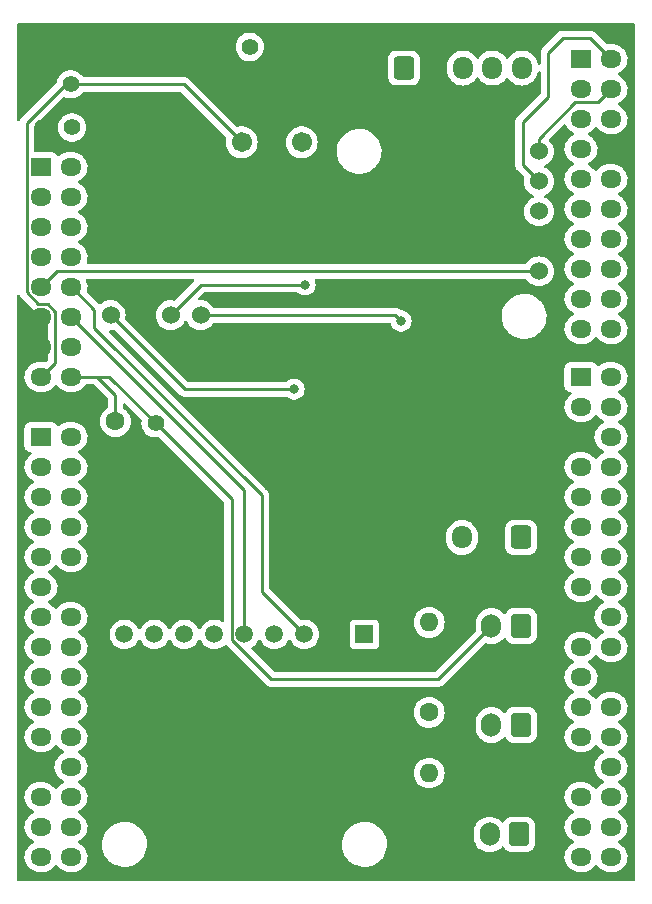
<source format=gbr>
%TF.GenerationSoftware,KiCad,Pcbnew,7.0.10*%
%TF.CreationDate,2024-02-15T15:55:25-05:00*%
%TF.ProjectId,CANRxPCB,43414e52-7850-4434-922e-6b696361645f,rev?*%
%TF.SameCoordinates,Original*%
%TF.FileFunction,Copper,L2,Bot*%
%TF.FilePolarity,Positive*%
%FSLAX46Y46*%
G04 Gerber Fmt 4.6, Leading zero omitted, Abs format (unit mm)*
G04 Created by KiCad (PCBNEW 7.0.10) date 2024-02-15 15:55:25*
%MOMM*%
%LPD*%
G01*
G04 APERTURE LIST*
G04 Aperture macros list*
%AMRoundRect*
0 Rectangle with rounded corners*
0 $1 Rounding radius*
0 $2 $3 $4 $5 $6 $7 $8 $9 X,Y pos of 4 corners*
0 Add a 4 corners polygon primitive as box body*
4,1,4,$2,$3,$4,$5,$6,$7,$8,$9,$2,$3,0*
0 Add four circle primitives for the rounded corners*
1,1,$1+$1,$2,$3*
1,1,$1+$1,$4,$5*
1,1,$1+$1,$6,$7*
1,1,$1+$1,$8,$9*
0 Add four rect primitives between the rounded corners*
20,1,$1+$1,$2,$3,$4,$5,0*
20,1,$1+$1,$4,$5,$6,$7,0*
20,1,$1+$1,$6,$7,$8,$9,0*
20,1,$1+$1,$8,$9,$2,$3,0*%
G04 Aperture macros list end*
%TA.AperFunction,ComponentPad*%
%ADD10C,1.524000*%
%TD*%
%TA.AperFunction,ComponentPad*%
%ADD11C,1.400000*%
%TD*%
%TA.AperFunction,ComponentPad*%
%ADD12RoundRect,0.250000X0.600000X0.750000X-0.600000X0.750000X-0.600000X-0.750000X0.600000X-0.750000X0*%
%TD*%
%TA.AperFunction,ComponentPad*%
%ADD13O,1.700000X2.000000*%
%TD*%
%TA.AperFunction,ComponentPad*%
%ADD14R,1.800000X1.500000*%
%TD*%
%TA.AperFunction,ComponentPad*%
%ADD15O,1.800000X1.500000*%
%TD*%
%TA.AperFunction,ComponentPad*%
%ADD16C,1.600000*%
%TD*%
%TA.AperFunction,ComponentPad*%
%ADD17O,1.600000X1.600000*%
%TD*%
%TA.AperFunction,ComponentPad*%
%ADD18RoundRect,0.250000X0.600000X0.725000X-0.600000X0.725000X-0.600000X-0.725000X0.600000X-0.725000X0*%
%TD*%
%TA.AperFunction,ComponentPad*%
%ADD19O,1.700000X1.950000*%
%TD*%
%TA.AperFunction,ComponentPad*%
%ADD20C,1.701800*%
%TD*%
%TA.AperFunction,ComponentPad*%
%ADD21RoundRect,0.250000X-0.600000X-0.725000X0.600000X-0.725000X0.600000X0.725000X-0.600000X0.725000X0*%
%TD*%
%TA.AperFunction,ComponentPad*%
%ADD22R,1.508000X1.508000*%
%TD*%
%TA.AperFunction,ComponentPad*%
%ADD23C,1.508000*%
%TD*%
%TA.AperFunction,ViaPad*%
%ADD24C,0.800000*%
%TD*%
%TA.AperFunction,Conductor*%
%ADD25C,0.250000*%
%TD*%
G04 APERTURE END LIST*
D10*
%TO.P,U3,1,3V3*%
%TO.N,+3.3V*%
X132890000Y-76050000D03*
%TO.P,U3,2,GND*%
%TO.N,GND*%
X135430000Y-76050000D03*
%TO.P,U3,3,CANRx*%
%TO.N,/PD0*%
X137970000Y-76050000D03*
%TO.P,U3,4,CANTx*%
%TO.N,/PD1*%
X140510000Y-76050000D03*
%TD*%
D11*
%TO.P,C1,1*%
%TO.N,+3.3V*%
X129630000Y-60150000D03*
%TO.P,C1,2*%
%TO.N,GND*%
X127130000Y-60150000D03*
%TD*%
%TO.P,C3,1*%
%TO.N,+5V*%
X129520000Y-56500000D03*
%TO.P,C3,2*%
%TO.N,GND*%
X127020000Y-56500000D03*
%TD*%
D12*
%TO.P,J1,1,Pin_1*%
%TO.N,Net-(J1-Pin_1)*%
X167640000Y-110744000D03*
D13*
%TO.P,J1,2,Pin_2*%
%TO.N,/PG0*%
X165140000Y-110744000D03*
%TD*%
D14*
%TO.P,CN2,1,1*%
%TO.N,/PC6*%
X172720000Y-54356000D03*
D15*
%TO.P,CN2,2,2*%
%TO.N,/PB8*%
X175260000Y-54356000D03*
%TO.P,CN2,3,3*%
%TO.N,/PB15*%
X172720000Y-56896000D03*
%TO.P,CN2,4,4*%
%TO.N,/PB9*%
X175260000Y-56896000D03*
%TO.P,CN2,5,5*%
%TO.N,/PB13*%
X172720000Y-59436000D03*
%TO.P,CN2,6,6*%
%TO.N,unconnected-(CN2-Pad6)*%
X175260000Y-59436000D03*
%TO.P,CN2,7,7*%
%TO.N,/PB12*%
X172720000Y-61976000D03*
%TO.P,CN2,8,8*%
%TO.N,GND*%
X175260000Y-61976000D03*
%TO.P,CN2,9,9*%
%TO.N,/PA15*%
X172720000Y-64516000D03*
%TO.P,CN2,10,10*%
%TO.N,/PA5*%
X175260000Y-64516000D03*
%TO.P,CN2,11,11*%
%TO.N,/PC7*%
X172720000Y-67056000D03*
%TO.P,CN2,12,12*%
%TO.N,/PA6*%
X175260000Y-67056000D03*
%TO.P,CN2,13,13*%
%TO.N,/PB5*%
X172720000Y-69596000D03*
%TO.P,CN2,14,14*%
%TO.N,unconnected-(CN2-Pad14)*%
X175260000Y-69596000D03*
%TO.P,CN2,15,15*%
%TO.N,/PB3*%
X172720000Y-72136000D03*
%TO.P,CN2,16,16*%
%TO.N,/PD14*%
X175260000Y-72136000D03*
%TO.P,CN2,17,17*%
%TO.N,/PA4*%
X172720000Y-74676000D03*
%TO.P,CN2,18,18*%
%TO.N,/PD15*%
X175260000Y-74676000D03*
%TO.P,CN2,19,19*%
%TO.N,/PB4*%
X172720000Y-77216000D03*
%TO.P,CN2,20,20*%
%TO.N,/PF12*%
X175260000Y-77216000D03*
%TD*%
D16*
%TO.P,R2,1*%
%TO.N,Net-(J1-Pin_1)*%
X159867600Y-109677200D03*
D17*
%TO.P,R2,2*%
%TO.N,+3.3V*%
X159867600Y-102057200D03*
%TD*%
D12*
%TO.P,J2,1,Pin_1*%
%TO.N,/PG0*%
X167473000Y-120015000D03*
D13*
%TO.P,J2,2,Pin_2*%
%TO.N,Net-(J2-Pin_2)*%
X164973000Y-120015000D03*
%TD*%
D11*
%TO.P,C4,1*%
%TO.N,/PG3*%
X136702800Y-85191600D03*
%TO.P,C4,2*%
%TO.N,GND*%
X136702800Y-87691600D03*
%TD*%
D14*
%TO.P,CN3,1,1*%
%TO.N,/PA3*%
X127000000Y-86360000D03*
D15*
%TO.P,CN3,2,2*%
%TO.N,/PD7*%
X129540000Y-86360000D03*
%TO.P,CN3,3,3*%
%TO.N,/PC0*%
X127000000Y-88900000D03*
%TO.P,CN3,4,4*%
%TO.N,/PD6*%
X129540000Y-88900000D03*
%TO.P,CN3,5,5*%
%TO.N,/PC3*%
X127000000Y-91440000D03*
%TO.P,CN3,6,6*%
%TO.N,/PD5*%
X129540000Y-91440000D03*
%TO.P,CN3,7,7*%
%TO.N,/PF3*%
X127000000Y-93980000D03*
%TO.P,CN3,8,8*%
%TO.N,/PD4*%
X129540000Y-93980000D03*
%TO.P,CN3,9,9*%
%TO.N,/PF5*%
X127000000Y-96520000D03*
%TO.P,CN3,10,10*%
%TO.N,/PD3*%
X129540000Y-96520000D03*
%TO.P,CN3,11,11*%
%TO.N,/PF10*%
X127000000Y-99060000D03*
%TO.P,CN3,12,12*%
%TO.N,GND*%
X129540000Y-99060000D03*
%TO.P,CN3,13,13*%
%TO.N,unconnected-(CN3-Pad13)*%
X127000000Y-101600000D03*
%TO.P,CN3,14,14*%
%TO.N,unconnected-(CN3-Pad14)*%
X129540000Y-101600000D03*
%TO.P,CN3,15,15*%
%TO.N,unconnected-(CN3-Pad15)*%
X127000000Y-104140000D03*
%TO.P,CN3,16,16*%
%TO.N,/PE4*%
X129540000Y-104140000D03*
%TO.P,CN3,17,17*%
%TO.N,/PF2*%
X127000000Y-106680000D03*
%TO.P,CN3,18,18*%
%TO.N,/PE5*%
X129540000Y-106680000D03*
%TO.P,CN3,19,19*%
%TO.N,/PF1*%
X127000000Y-109220000D03*
%TO.P,CN3,20,20*%
%TO.N,/PE6*%
X129540000Y-109220000D03*
%TO.P,CN3,21,21*%
%TO.N,/PF0*%
X127000000Y-111760000D03*
%TO.P,CN3,22,22*%
%TO.N,/PE3*%
X129540000Y-111760000D03*
%TO.P,CN3,23,23*%
%TO.N,GND*%
X127000000Y-114300000D03*
%TO.P,CN3,24,24*%
%TO.N,/PF8*%
X129540000Y-114300000D03*
%TO.P,CN3,25,25*%
%TO.N,/PD0*%
X127000000Y-116840000D03*
%TO.P,CN3,26,26*%
%TO.N,/PF7*%
X129540000Y-116840000D03*
%TO.P,CN3,27,27*%
%TO.N,/PD1*%
X127000000Y-119380000D03*
%TO.P,CN3,28,28*%
%TO.N,/PF9*%
X129540000Y-119380000D03*
%TO.P,CN3,29,29*%
%TO.N,/PG0*%
X127000000Y-121920000D03*
%TO.P,CN3,30,30*%
%TO.N,/PG1*%
X129540000Y-121920000D03*
%TD*%
D18*
%TO.P,J4,1,Pin_1*%
%TO.N,+3.3V*%
X167640000Y-94869000D03*
D19*
%TO.P,J4,2,Pin_2*%
%TO.N,GND*%
X165140000Y-94869000D03*
%TO.P,J4,3,Pin_3*%
%TO.N,/PG1*%
X162640000Y-94869000D03*
%TD*%
D10*
%TO.P,U4,1,5V*%
%TO.N,+5VD*%
X169164000Y-72339200D03*
%TO.P,U4,2,GND*%
%TO.N,GND*%
X169164000Y-69799200D03*
%TO.P,U4,3,SQW*%
%TO.N,unconnected-(U4-SQW-Pad3)*%
X169164000Y-67259200D03*
%TO.P,U4,4,SCL*%
%TO.N,/PB8*%
X169164000Y-64719200D03*
%TO.P,U4,5,SCA*%
%TO.N,/PB9*%
X169164000Y-62179200D03*
%TD*%
D16*
%TO.P,R3,1*%
%TO.N,GND*%
X159867600Y-122428000D03*
D17*
%TO.P,R3,2*%
%TO.N,Net-(J2-Pin_2)*%
X159867600Y-114808000D03*
%TD*%
D20*
%TO.P,U5,1,OUTPUT*%
%TO.N,+5V*%
X143990000Y-61420000D03*
%TO.P,U5,2,GND*%
%TO.N,GND*%
X146530000Y-61420000D03*
%TO.P,U5,3,INPUT*%
%TO.N,+12V*%
X149070000Y-61420000D03*
%TD*%
D21*
%TO.P,J3,1,Pin_1*%
%TO.N,+12V*%
X157720000Y-55120000D03*
D19*
%TO.P,J3,2,Pin_2*%
%TO.N,GND*%
X160220000Y-55120000D03*
%TO.P,J3,3,Pin_3*%
%TO.N,/CANH*%
X162720000Y-55120000D03*
%TO.P,J3,4,Pin_4*%
%TO.N,/CANL*%
X165220000Y-55120000D03*
%TO.P,J3,5,Pin_5*%
%TO.N,/PG0*%
X167720000Y-55120000D03*
%TD*%
D16*
%TO.P,R1,1*%
%TO.N,/PG3*%
X133299200Y-85039200D03*
D17*
%TO.P,R1,2*%
%TO.N,GND*%
X133299200Y-92659200D03*
%TD*%
D12*
%TO.P,J5,1,Pin_1*%
%TO.N,+3.3V*%
X167640000Y-102362000D03*
D13*
%TO.P,J5,2,Pin_2*%
%TO.N,/PG3*%
X165140000Y-102362000D03*
%TD*%
D11*
%TO.P,C2,1*%
%TO.N,+12V*%
X144680000Y-53330000D03*
%TO.P,C2,2*%
%TO.N,GND*%
X144680000Y-55830000D03*
%TD*%
D14*
%TO.P,CN1,1,1*%
%TO.N,unconnected-(CN1-Pad1)*%
X127000000Y-63500000D03*
D15*
%TO.P,CN1,2,2*%
%TO.N,/PC8*%
X129540000Y-63500000D03*
%TO.P,CN1,3,3*%
%TO.N,/IOREF*%
X127000000Y-66040000D03*
%TO.P,CN1,4,4*%
%TO.N,/PC9*%
X129540000Y-66040000D03*
%TO.P,CN1,5,5*%
%TO.N,/NRST*%
X127000000Y-68580000D03*
%TO.P,CN1,6,6*%
%TO.N,/PC10*%
X129540000Y-68580000D03*
%TO.P,CN1,7,7*%
%TO.N,+3.3V*%
X127000000Y-71120000D03*
%TO.P,CN1,8,8*%
%TO.N,/PC11*%
X129540000Y-71120000D03*
%TO.P,CN1,9,9*%
%TO.N,+5VD*%
X127000000Y-73660000D03*
%TO.P,CN1,10,10*%
%TO.N,/PC12*%
X129540000Y-73660000D03*
%TO.P,CN1,11,11*%
%TO.N,GND*%
X127000000Y-76200000D03*
%TO.P,CN1,12,12*%
%TO.N,/PD2*%
X129540000Y-76200000D03*
%TO.P,CN1,13,13*%
%TO.N,GND*%
X127000000Y-78740000D03*
%TO.P,CN1,14,14*%
%TO.N,/PG2*%
X129540000Y-78740000D03*
%TO.P,CN1,15,15*%
%TO.N,+5V*%
X127000000Y-81280000D03*
%TO.P,CN1,16,16*%
%TO.N,/PG3*%
X129540000Y-81280000D03*
%TD*%
D14*
%TO.P,CN4,1,1*%
%TO.N,unconnected-(CN4-Pad1)*%
X172720000Y-81280000D03*
D15*
%TO.P,CN4,2,2*%
%TO.N,/PF13*%
X175260000Y-81280000D03*
%TO.P,CN4,3,3*%
%TO.N,GNDA*%
X172720000Y-83820000D03*
%TO.P,CN4,4,4*%
%TO.N,/PE9*%
X175260000Y-83820000D03*
%TO.P,CN4,5,5*%
%TO.N,GND*%
X172720000Y-86360000D03*
%TO.P,CN4,6,6*%
%TO.N,/PE11*%
X175260000Y-86360000D03*
%TO.P,CN4,7,7*%
%TO.N,/PB1*%
X172720000Y-88900000D03*
%TO.P,CN4,8,8*%
%TO.N,/PF14*%
X175260000Y-88900000D03*
%TO.P,CN4,9,9*%
%TO.N,/PC2*%
X172720000Y-91440000D03*
%TO.P,CN4,10,10*%
%TO.N,/PE13*%
X175260000Y-91440000D03*
%TO.P,CN4,11,11*%
%TO.N,/PF4*%
X172720000Y-93980000D03*
%TO.P,CN4,12,12*%
%TO.N,/PF15*%
X175260000Y-93980000D03*
%TO.P,CN4,13,13*%
%TO.N,/PB6*%
X172720000Y-96520000D03*
%TO.P,CN4,14,14*%
%TO.N,/PG14*%
X175260000Y-96520000D03*
%TO.P,CN4,15,15*%
%TO.N,/PB2*%
X172720000Y-99060000D03*
%TO.P,CN4,16,16*%
%TO.N,/PG9*%
X175260000Y-99060000D03*
%TO.P,CN4,17,17*%
%TO.N,GND*%
X172720000Y-101600000D03*
%TO.P,CN4,18,18*%
%TO.N,/PE8*%
X175260000Y-101600000D03*
%TO.P,CN4,19,19*%
%TO.N,/PD13*%
X172720000Y-104140000D03*
%TO.P,CN4,20,20*%
%TO.N,/PE7*%
X175260000Y-104140000D03*
%TO.P,CN4,21,21*%
%TO.N,/PD12*%
X172720000Y-106680000D03*
%TO.P,CN4,22,22*%
%TO.N,GND*%
X175260000Y-106680000D03*
%TO.P,CN4,23,23*%
%TO.N,/PD11*%
X172720000Y-109220000D03*
%TO.P,CN4,24,24*%
%TO.N,/PE10*%
X175260000Y-109220000D03*
%TO.P,CN4,25,25*%
%TO.N,unconnected-(CN4-Pad25)*%
X172720000Y-111760000D03*
%TO.P,CN4,26,26*%
%TO.N,/PE12*%
X175260000Y-111760000D03*
%TO.P,CN4,27,27*%
%TO.N,GND*%
X172720000Y-114300000D03*
%TO.P,CN4,28,28*%
%TO.N,/PE14*%
X175260000Y-114300000D03*
%TO.P,CN4,29,29*%
%TO.N,/PA0*%
X172720000Y-116840000D03*
%TO.P,CN4,30,30*%
%TO.N,/PE15*%
X175260000Y-116840000D03*
%TO.P,CN4,31,31*%
%TO.N,/PB0*%
X172720000Y-119380000D03*
%TO.P,CN4,32,32*%
%TO.N,/PB10*%
X175260000Y-119380000D03*
%TO.P,CN4,33,33*%
%TO.N,/PE0*%
X172720000Y-121920000D03*
%TO.P,CN4,34,34*%
%TO.N,/PB11*%
X175260000Y-121920000D03*
%TD*%
D22*
%TO.P,U2,1,3V*%
%TO.N,+3.3V*%
X154381200Y-103073200D03*
D23*
%TO.P,U2,2,GND*%
%TO.N,GND*%
X151841200Y-103073200D03*
%TO.P,U2,3,CLK*%
%TO.N,/PC12*%
X149301200Y-103073200D03*
%TO.P,U2,4,D0/SO*%
%TO.N,/PC8*%
X146761200Y-103073200D03*
%TO.P,U2,5,CMD/SI*%
%TO.N,/PD2*%
X144221200Y-103073200D03*
%TO.P,U2,6,D3/CS*%
%TO.N,/PC11*%
X141681200Y-103073200D03*
%TO.P,U2,7,DAT1*%
%TO.N,/PC9*%
X139141200Y-103073200D03*
%TO.P,U2,8,DAT2*%
%TO.N,/PC10*%
X136601200Y-103073200D03*
%TO.P,U2,9,DET*%
%TO.N,/PG2*%
X134061200Y-103073200D03*
%TD*%
D24*
%TO.N,+3.3V*%
X148420000Y-82310000D03*
%TO.N,GND*%
X139800000Y-64880000D03*
X152620000Y-53250000D03*
%TO.N,/PD0*%
X149350000Y-73470000D03*
%TO.N,/PD1*%
X157470000Y-76530000D03*
%TD*%
D25*
%TO.N,+3.3V*%
X148590000Y-82310000D02*
X148420000Y-82310000D01*
X132890000Y-76050000D02*
X139150000Y-82310000D01*
X139150000Y-82310000D02*
X148420000Y-82310000D01*
%TO.N,+5V*%
X125775000Y-74105280D02*
X126779720Y-75110000D01*
X129078451Y-56500000D02*
X129520000Y-56500000D01*
X128225000Y-75754720D02*
X128225000Y-80055000D01*
X130028000Y-56540400D02*
X129038051Y-56540400D01*
X139070000Y-56500000D02*
X129520000Y-56500000D01*
X125775000Y-59803451D02*
X125775000Y-74105280D01*
X128225000Y-80055000D02*
X127000000Y-81280000D01*
X125775000Y-59803451D02*
X129078451Y-56500000D01*
X126779720Y-75110000D02*
X127580280Y-75110000D01*
X127580280Y-75110000D02*
X128225000Y-75754720D01*
X143990000Y-61420000D02*
X139070000Y-56500000D01*
%TO.N,/PG3*%
X143142200Y-103520137D02*
X146505263Y-106883200D01*
X131775200Y-81280000D02*
X133299200Y-82804000D01*
X132791200Y-81280000D02*
X136702800Y-85191600D01*
X133299200Y-82804000D02*
X133299200Y-85039200D01*
X160618800Y-106883200D02*
X148830000Y-106883200D01*
X129540000Y-81280000D02*
X131775200Y-81280000D01*
X146505263Y-106883200D02*
X148830000Y-106883200D01*
X165140000Y-102362000D02*
X160618800Y-106883200D01*
X136702800Y-85191600D02*
X143142200Y-91631000D01*
X143142200Y-91631000D02*
X143142200Y-103520137D01*
X131775200Y-81280000D02*
X132791200Y-81280000D01*
%TO.N,+5VD*%
X127000000Y-73660000D02*
X128320800Y-72339200D01*
X128320800Y-72339200D02*
X169164000Y-72339200D01*
%TO.N,/PC12*%
X131520000Y-77130250D02*
X145669750Y-91280000D01*
X145669750Y-99441750D02*
X149301200Y-103073200D01*
X129610000Y-73660000D02*
X131520000Y-75570000D01*
X129540000Y-73660000D02*
X129610000Y-73660000D01*
X131520000Y-75570000D02*
X131520000Y-77130250D01*
X145669750Y-91280000D02*
X145669750Y-99441750D01*
%TO.N,/PD2*%
X129540000Y-76200000D02*
X144221200Y-90881200D01*
X144221200Y-90881200D02*
X144221200Y-103073200D01*
%TO.N,/PB8*%
X171196000Y-52578000D02*
X173482000Y-52578000D01*
X173482000Y-52578000D02*
X175260000Y-54356000D01*
X169164000Y-64719200D02*
X167771600Y-63326800D01*
X169926000Y-53848000D02*
X171196000Y-52578000D01*
X169926000Y-57556400D02*
X169926000Y-53848000D01*
X167771600Y-59710800D02*
X169926000Y-57556400D01*
X167771600Y-63326800D02*
X167771600Y-59710800D01*
%TO.N,/PB9*%
X169164000Y-61101570D02*
X172251970Y-58013600D01*
X174142400Y-58013600D02*
X175260000Y-56896000D01*
X172251970Y-58013600D02*
X174142400Y-58013600D01*
X169164000Y-62179200D02*
X169164000Y-61101570D01*
%TO.N,/PD0*%
X137970000Y-76050000D02*
X140550000Y-73470000D01*
X140550000Y-73470000D02*
X149350000Y-73470000D01*
%TO.N,/PD1*%
X140510000Y-76050000D02*
X156990000Y-76050000D01*
X156990000Y-76050000D02*
X157470000Y-76530000D01*
%TD*%
%TA.AperFunction,Conductor*%
%TO.N,GND*%
G36*
X177235039Y-51327685D02*
G01*
X177280794Y-51380489D01*
X177292000Y-51432000D01*
X177292000Y-123828000D01*
X177272315Y-123895039D01*
X177219511Y-123940794D01*
X177168000Y-123952000D01*
X125092000Y-123952000D01*
X125024961Y-123932315D01*
X124979206Y-123879511D01*
X124968000Y-123828000D01*
X124968000Y-121976330D01*
X125595710Y-121976330D01*
X125625925Y-122199387D01*
X125625926Y-122199390D01*
X125695483Y-122413465D01*
X125802146Y-122611678D01*
X125802148Y-122611681D01*
X125942489Y-122787663D01*
X125942491Y-122787664D01*
X125942492Y-122787666D01*
X126112004Y-122935765D01*
X126305236Y-123051215D01*
X126515976Y-123130307D01*
X126737450Y-123170500D01*
X126737453Y-123170500D01*
X127206148Y-123170500D01*
X127206155Y-123170500D01*
X127374188Y-123155377D01*
X127374192Y-123155376D01*
X127591160Y-123095496D01*
X127591162Y-123095495D01*
X127591170Y-123095493D01*
X127793973Y-122997829D01*
X127976078Y-122865522D01*
X128131632Y-122702825D01*
X128165864Y-122650964D01*
X128219221Y-122605861D01*
X128288496Y-122596763D01*
X128351692Y-122626562D01*
X128366297Y-122641963D01*
X128482489Y-122787663D01*
X128482491Y-122787664D01*
X128482492Y-122787666D01*
X128652004Y-122935765D01*
X128845236Y-123051215D01*
X129055976Y-123130307D01*
X129277450Y-123170500D01*
X129277453Y-123170500D01*
X129746148Y-123170500D01*
X129746155Y-123170500D01*
X129914188Y-123155377D01*
X129914192Y-123155376D01*
X130131160Y-123095496D01*
X130131162Y-123095495D01*
X130131170Y-123095493D01*
X130333973Y-122997829D01*
X130516078Y-122865522D01*
X130671632Y-122702825D01*
X130795635Y-122514968D01*
X130884103Y-122307988D01*
X130934191Y-122088537D01*
X130944290Y-121863670D01*
X130914075Y-121640613D01*
X130844517Y-121426536D01*
X130737852Y-121228319D01*
X130623029Y-121084336D01*
X130597510Y-121052336D01*
X130579271Y-121036401D01*
X130449280Y-120922830D01*
X132155885Y-120922830D01*
X132186328Y-121199501D01*
X132186330Y-121199512D01*
X132256729Y-121468793D01*
X132256731Y-121468799D01*
X132312007Y-121598875D01*
X132329742Y-121640609D01*
X132365593Y-121724972D01*
X132439708Y-121846415D01*
X132510590Y-121962560D01*
X132510597Y-121962569D01*
X132688640Y-122176510D01*
X132688646Y-122176516D01*
X132835378Y-122307988D01*
X132895945Y-122362256D01*
X133128083Y-122515837D01*
X133380109Y-122633982D01*
X133380116Y-122633984D01*
X133380118Y-122633985D01*
X133646639Y-122714170D01*
X133646646Y-122714171D01*
X133646651Y-122714173D01*
X133922028Y-122754700D01*
X133922033Y-122754700D01*
X134130687Y-122754700D01*
X134130689Y-122754700D01*
X134130694Y-122754699D01*
X134130706Y-122754699D01*
X134169286Y-122751875D01*
X134338801Y-122739468D01*
X134452355Y-122714173D01*
X134610479Y-122678950D01*
X134610481Y-122678949D01*
X134610486Y-122678948D01*
X134870463Y-122579515D01*
X135113193Y-122443289D01*
X135333501Y-122273172D01*
X135526692Y-122072792D01*
X135688649Y-121846418D01*
X135751088Y-121724972D01*
X135815912Y-121598890D01*
X135815914Y-121598883D01*
X135815919Y-121598875D01*
X135897163Y-121360731D01*
X135905787Y-121335452D01*
X135905787Y-121335448D01*
X135905791Y-121335439D01*
X135956348Y-121061726D01*
X135961424Y-120922830D01*
X152475885Y-120922830D01*
X152506328Y-121199501D01*
X152506330Y-121199512D01*
X152576729Y-121468793D01*
X152576731Y-121468799D01*
X152632007Y-121598875D01*
X152649742Y-121640609D01*
X152685593Y-121724972D01*
X152759708Y-121846415D01*
X152830590Y-121962560D01*
X152830597Y-121962569D01*
X153008640Y-122176510D01*
X153008646Y-122176516D01*
X153155378Y-122307988D01*
X153215945Y-122362256D01*
X153448083Y-122515837D01*
X153700109Y-122633982D01*
X153700116Y-122633984D01*
X153700118Y-122633985D01*
X153966639Y-122714170D01*
X153966646Y-122714171D01*
X153966651Y-122714173D01*
X154242028Y-122754700D01*
X154242033Y-122754700D01*
X154450687Y-122754700D01*
X154450689Y-122754700D01*
X154450694Y-122754699D01*
X154450706Y-122754699D01*
X154489286Y-122751875D01*
X154658801Y-122739468D01*
X154772355Y-122714173D01*
X154930479Y-122678950D01*
X154930481Y-122678949D01*
X154930486Y-122678948D01*
X155190463Y-122579515D01*
X155433193Y-122443289D01*
X155653501Y-122273172D01*
X155846692Y-122072792D01*
X155915705Y-121976330D01*
X171315710Y-121976330D01*
X171345925Y-122199387D01*
X171345926Y-122199390D01*
X171415483Y-122413465D01*
X171522146Y-122611678D01*
X171522148Y-122611681D01*
X171662489Y-122787663D01*
X171662491Y-122787664D01*
X171662492Y-122787666D01*
X171832004Y-122935765D01*
X172025236Y-123051215D01*
X172235976Y-123130307D01*
X172457450Y-123170500D01*
X172457453Y-123170500D01*
X172926148Y-123170500D01*
X172926155Y-123170500D01*
X173094188Y-123155377D01*
X173094192Y-123155376D01*
X173311160Y-123095496D01*
X173311162Y-123095495D01*
X173311170Y-123095493D01*
X173513973Y-122997829D01*
X173696078Y-122865522D01*
X173851632Y-122702825D01*
X173885864Y-122650964D01*
X173939221Y-122605861D01*
X174008496Y-122596763D01*
X174071692Y-122626562D01*
X174086297Y-122641963D01*
X174202489Y-122787663D01*
X174202491Y-122787664D01*
X174202492Y-122787666D01*
X174372004Y-122935765D01*
X174565236Y-123051215D01*
X174775976Y-123130307D01*
X174997450Y-123170500D01*
X174997453Y-123170500D01*
X175466148Y-123170500D01*
X175466155Y-123170500D01*
X175634188Y-123155377D01*
X175634192Y-123155376D01*
X175851160Y-123095496D01*
X175851162Y-123095495D01*
X175851170Y-123095493D01*
X176053973Y-122997829D01*
X176236078Y-122865522D01*
X176391632Y-122702825D01*
X176515635Y-122514968D01*
X176604103Y-122307988D01*
X176654191Y-122088537D01*
X176664290Y-121863670D01*
X176634075Y-121640613D01*
X176564517Y-121426536D01*
X176457852Y-121228319D01*
X176343029Y-121084336D01*
X176317510Y-121052336D01*
X176299271Y-121036401D01*
X176147996Y-120904235D01*
X175954767Y-120788787D01*
X175954768Y-120788787D01*
X175954766Y-120788786D01*
X175954764Y-120788785D01*
X175895896Y-120766691D01*
X175840050Y-120724706D01*
X175815767Y-120659191D01*
X175830759Y-120590949D01*
X175880265Y-120541645D01*
X175885610Y-120538907D01*
X176053973Y-120457829D01*
X176236078Y-120325522D01*
X176391632Y-120162825D01*
X176515635Y-119974968D01*
X176604103Y-119767988D01*
X176654191Y-119548537D01*
X176664290Y-119323670D01*
X176634075Y-119100613D01*
X176564517Y-118886536D01*
X176457852Y-118688319D01*
X176385167Y-118597175D01*
X176317510Y-118512336D01*
X176314082Y-118509341D01*
X176147996Y-118364235D01*
X175954767Y-118248787D01*
X175954768Y-118248787D01*
X175954766Y-118248786D01*
X175954764Y-118248785D01*
X175895896Y-118226691D01*
X175840050Y-118184706D01*
X175815767Y-118119191D01*
X175830759Y-118050949D01*
X175880265Y-118001645D01*
X175885610Y-117998907D01*
X176053973Y-117917829D01*
X176236078Y-117785522D01*
X176391632Y-117622825D01*
X176515635Y-117434968D01*
X176604103Y-117227988D01*
X176654191Y-117008537D01*
X176664290Y-116783670D01*
X176634075Y-116560613D01*
X176564517Y-116346536D01*
X176457852Y-116148319D01*
X176367274Y-116034738D01*
X176317510Y-115972336D01*
X176317508Y-115972334D01*
X176147996Y-115824235D01*
X175954767Y-115708787D01*
X175954768Y-115708787D01*
X175954766Y-115708786D01*
X175954764Y-115708785D01*
X175895896Y-115686691D01*
X175840050Y-115644706D01*
X175815767Y-115579191D01*
X175830759Y-115510949D01*
X175880265Y-115461645D01*
X175885610Y-115458907D01*
X176053973Y-115377829D01*
X176236078Y-115245522D01*
X176391632Y-115082825D01*
X176515635Y-114894968D01*
X176604103Y-114687988D01*
X176654191Y-114468537D01*
X176664290Y-114243670D01*
X176634075Y-114020613D01*
X176564517Y-113806536D01*
X176457852Y-113608319D01*
X176411070Y-113549657D01*
X176317510Y-113432336D01*
X176317508Y-113432334D01*
X176147996Y-113284235D01*
X175954767Y-113168787D01*
X175954768Y-113168787D01*
X175954766Y-113168786D01*
X175954764Y-113168785D01*
X175895896Y-113146691D01*
X175840050Y-113104706D01*
X175815767Y-113039191D01*
X175830759Y-112970949D01*
X175880265Y-112921645D01*
X175885610Y-112918907D01*
X176053973Y-112837829D01*
X176236078Y-112705522D01*
X176391632Y-112542825D01*
X176515635Y-112354968D01*
X176560647Y-112249659D01*
X176604100Y-112147995D01*
X176604099Y-112147995D01*
X176604103Y-112147988D01*
X176654191Y-111928537D01*
X176664290Y-111703670D01*
X176634075Y-111480613D01*
X176564517Y-111266536D01*
X176457852Y-111068319D01*
X176373729Y-110962833D01*
X176317510Y-110892336D01*
X176317508Y-110892334D01*
X176147996Y-110744235D01*
X175954767Y-110628787D01*
X175954768Y-110628787D01*
X175954766Y-110628786D01*
X175954764Y-110628785D01*
X175895896Y-110606691D01*
X175840050Y-110564706D01*
X175815767Y-110499191D01*
X175830759Y-110430949D01*
X175880265Y-110381645D01*
X175885610Y-110378907D01*
X176053973Y-110297829D01*
X176236078Y-110165522D01*
X176391632Y-110002825D01*
X176515635Y-109814968D01*
X176555117Y-109722597D01*
X176604100Y-109607995D01*
X176604099Y-109607995D01*
X176604103Y-109607988D01*
X176654191Y-109388537D01*
X176664290Y-109163670D01*
X176634075Y-108940613D01*
X176564517Y-108726536D01*
X176457852Y-108528319D01*
X176348793Y-108391564D01*
X176317510Y-108352336D01*
X176317508Y-108352334D01*
X176147996Y-108204235D01*
X175954764Y-108088785D01*
X175836775Y-108044503D01*
X175744023Y-108009692D01*
X175522550Y-107969500D01*
X175522547Y-107969500D01*
X175053845Y-107969500D01*
X175015399Y-107972960D01*
X174885813Y-107984622D01*
X174885807Y-107984623D01*
X174668839Y-108044503D01*
X174668826Y-108044508D01*
X174466033Y-108142167D01*
X174466025Y-108142171D01*
X174283927Y-108274473D01*
X174283925Y-108274474D01*
X174128367Y-108437175D01*
X174094134Y-108489036D01*
X174040774Y-108534140D01*
X173971498Y-108543235D01*
X173908303Y-108513434D01*
X173893701Y-108498035D01*
X173777512Y-108352338D01*
X173777509Y-108352335D01*
X173777508Y-108352334D01*
X173607996Y-108204235D01*
X173414767Y-108088787D01*
X173414768Y-108088787D01*
X173414766Y-108088786D01*
X173414764Y-108088785D01*
X173355896Y-108066691D01*
X173300050Y-108024706D01*
X173275767Y-107959191D01*
X173290759Y-107890949D01*
X173340265Y-107841645D01*
X173345610Y-107838907D01*
X173513973Y-107757829D01*
X173696078Y-107625522D01*
X173851632Y-107462825D01*
X173975635Y-107274968D01*
X174064103Y-107067988D01*
X174114191Y-106848537D01*
X174124290Y-106623670D01*
X174094075Y-106400613D01*
X174024517Y-106186536D01*
X173917852Y-105988319D01*
X173845167Y-105897175D01*
X173777510Y-105812336D01*
X173777508Y-105812334D01*
X173607996Y-105664235D01*
X173414767Y-105548787D01*
X173414768Y-105548787D01*
X173414766Y-105548786D01*
X173414764Y-105548785D01*
X173355896Y-105526691D01*
X173300050Y-105484706D01*
X173275767Y-105419191D01*
X173290759Y-105350949D01*
X173340265Y-105301645D01*
X173345610Y-105298907D01*
X173513973Y-105217829D01*
X173696078Y-105085522D01*
X173851632Y-104922825D01*
X173885864Y-104870964D01*
X173939221Y-104825861D01*
X174008496Y-104816763D01*
X174071692Y-104846562D01*
X174086297Y-104861963D01*
X174202489Y-105007663D01*
X174202491Y-105007664D01*
X174202492Y-105007666D01*
X174372004Y-105155765D01*
X174565236Y-105271215D01*
X174735969Y-105335292D01*
X174775976Y-105350307D01*
X174997450Y-105390500D01*
X174997453Y-105390500D01*
X175466148Y-105390500D01*
X175466155Y-105390500D01*
X175634188Y-105375377D01*
X175722700Y-105350949D01*
X175851160Y-105315496D01*
X175851162Y-105315495D01*
X175851170Y-105315493D01*
X176053973Y-105217829D01*
X176236078Y-105085522D01*
X176391632Y-104922825D01*
X176515635Y-104734968D01*
X176604103Y-104527988D01*
X176654191Y-104308537D01*
X176664290Y-104083670D01*
X176634075Y-103860613D01*
X176564517Y-103646536D01*
X176529065Y-103580656D01*
X176457853Y-103448321D01*
X176457851Y-103448318D01*
X176445981Y-103433434D01*
X176406081Y-103383401D01*
X176317510Y-103272336D01*
X176308879Y-103264795D01*
X176147996Y-103124235D01*
X175954767Y-103008787D01*
X175954768Y-103008787D01*
X175954766Y-103008786D01*
X175954764Y-103008785D01*
X175895896Y-102986691D01*
X175840050Y-102944706D01*
X175815767Y-102879191D01*
X175830759Y-102810949D01*
X175880265Y-102761645D01*
X175885610Y-102758907D01*
X176053973Y-102677829D01*
X176236078Y-102545522D01*
X176391632Y-102382825D01*
X176515635Y-102194968D01*
X176533560Y-102153032D01*
X176604100Y-101987995D01*
X176604099Y-101987995D01*
X176604103Y-101987988D01*
X176654191Y-101768537D01*
X176664290Y-101543670D01*
X176634075Y-101320613D01*
X176564517Y-101106536D01*
X176527618Y-101037967D01*
X176457853Y-100908321D01*
X176457851Y-100908318D01*
X176445981Y-100893434D01*
X176348793Y-100771564D01*
X176317510Y-100732336D01*
X176317508Y-100732334D01*
X176147996Y-100584235D01*
X175954767Y-100468787D01*
X175954768Y-100468787D01*
X175954766Y-100468786D01*
X175954764Y-100468785D01*
X175895896Y-100446691D01*
X175840050Y-100404706D01*
X175815767Y-100339191D01*
X175830759Y-100270949D01*
X175880265Y-100221645D01*
X175885610Y-100218907D01*
X176053973Y-100137829D01*
X176236078Y-100005522D01*
X176391632Y-99842825D01*
X176515635Y-99654968D01*
X176604103Y-99447988D01*
X176654191Y-99228537D01*
X176664290Y-99003670D01*
X176634075Y-98780613D01*
X176564517Y-98566536D01*
X176457852Y-98368319D01*
X176385167Y-98277175D01*
X176317510Y-98192336D01*
X176317508Y-98192334D01*
X176147996Y-98044235D01*
X175954767Y-97928787D01*
X175954768Y-97928787D01*
X175954766Y-97928786D01*
X175954764Y-97928785D01*
X175895896Y-97906691D01*
X175840050Y-97864706D01*
X175815767Y-97799191D01*
X175830759Y-97730949D01*
X175880265Y-97681645D01*
X175885610Y-97678907D01*
X176053973Y-97597829D01*
X176236078Y-97465522D01*
X176391632Y-97302825D01*
X176515635Y-97114968D01*
X176604103Y-96907988D01*
X176654191Y-96688537D01*
X176664290Y-96463670D01*
X176634075Y-96240613D01*
X176564517Y-96026536D01*
X176457852Y-95828319D01*
X176392839Y-95746796D01*
X176317510Y-95652336D01*
X176317508Y-95652334D01*
X176147996Y-95504235D01*
X175954767Y-95388787D01*
X175954768Y-95388787D01*
X175954766Y-95388786D01*
X175954764Y-95388785D01*
X175895896Y-95366691D01*
X175840050Y-95324706D01*
X175815767Y-95259191D01*
X175830759Y-95190949D01*
X175880265Y-95141645D01*
X175885610Y-95138907D01*
X176053973Y-95057829D01*
X176236078Y-94925522D01*
X176391632Y-94762825D01*
X176515635Y-94574968D01*
X176604103Y-94367988D01*
X176654191Y-94148537D01*
X176664290Y-93923670D01*
X176634075Y-93700613D01*
X176564517Y-93486536D01*
X176457852Y-93288319D01*
X176385167Y-93197175D01*
X176317510Y-93112336D01*
X176317508Y-93112334D01*
X176147996Y-92964235D01*
X175954767Y-92848787D01*
X175954768Y-92848787D01*
X175954766Y-92848786D01*
X175954764Y-92848785D01*
X175895896Y-92826691D01*
X175840050Y-92784706D01*
X175815767Y-92719191D01*
X175830759Y-92650949D01*
X175880265Y-92601645D01*
X175885610Y-92598907D01*
X176053973Y-92517829D01*
X176236078Y-92385522D01*
X176391632Y-92222825D01*
X176515635Y-92034968D01*
X176604103Y-91827988D01*
X176654191Y-91608537D01*
X176664290Y-91383670D01*
X176634075Y-91160613D01*
X176564517Y-90946536D01*
X176561502Y-90940934D01*
X176457853Y-90748321D01*
X176457851Y-90748318D01*
X176445981Y-90733434D01*
X176385167Y-90657175D01*
X176317510Y-90572336D01*
X176317508Y-90572334D01*
X176147996Y-90424235D01*
X175954767Y-90308787D01*
X175954768Y-90308787D01*
X175954766Y-90308786D01*
X175954764Y-90308785D01*
X175895896Y-90286691D01*
X175840050Y-90244706D01*
X175815767Y-90179191D01*
X175830759Y-90110949D01*
X175880265Y-90061645D01*
X175885610Y-90058907D01*
X176053973Y-89977829D01*
X176236078Y-89845522D01*
X176391632Y-89682825D01*
X176515635Y-89494968D01*
X176604103Y-89287988D01*
X176654191Y-89068537D01*
X176664290Y-88843670D01*
X176634075Y-88620613D01*
X176564517Y-88406536D01*
X176457852Y-88208319D01*
X176385167Y-88117175D01*
X176317510Y-88032336D01*
X176317508Y-88032334D01*
X176147996Y-87884235D01*
X175954767Y-87768787D01*
X175954768Y-87768787D01*
X175954766Y-87768786D01*
X175954764Y-87768785D01*
X175895896Y-87746691D01*
X175840050Y-87704706D01*
X175815767Y-87639191D01*
X175830759Y-87570949D01*
X175880265Y-87521645D01*
X175885610Y-87518907D01*
X176053973Y-87437829D01*
X176236078Y-87305522D01*
X176391632Y-87142825D01*
X176515635Y-86954968D01*
X176604103Y-86747988D01*
X176654191Y-86528537D01*
X176664290Y-86303670D01*
X176634075Y-86080613D01*
X176564517Y-85866536D01*
X176457852Y-85668319D01*
X176411070Y-85609657D01*
X176317510Y-85492336D01*
X176279187Y-85458854D01*
X176147996Y-85344235D01*
X175954767Y-85228787D01*
X175954768Y-85228787D01*
X175954766Y-85228786D01*
X175954764Y-85228785D01*
X175895896Y-85206691D01*
X175840050Y-85164706D01*
X175815767Y-85099191D01*
X175830759Y-85030949D01*
X175880265Y-84981645D01*
X175885610Y-84978907D01*
X176053973Y-84897829D01*
X176236078Y-84765522D01*
X176391632Y-84602825D01*
X176515635Y-84414968D01*
X176527818Y-84386466D01*
X176604100Y-84207995D01*
X176604099Y-84207995D01*
X176604103Y-84207988D01*
X176654191Y-83988537D01*
X176664290Y-83763670D01*
X176634075Y-83540613D01*
X176564517Y-83326536D01*
X176457852Y-83128319D01*
X176319782Y-82955185D01*
X176317510Y-82952336D01*
X176317508Y-82952334D01*
X176147996Y-82804235D01*
X175954767Y-82688787D01*
X175954768Y-82688787D01*
X175954766Y-82688786D01*
X175954764Y-82688785D01*
X175895896Y-82666691D01*
X175840050Y-82624706D01*
X175815767Y-82559191D01*
X175830759Y-82490949D01*
X175880265Y-82441645D01*
X175885610Y-82438907D01*
X176053973Y-82357829D01*
X176236078Y-82225522D01*
X176391632Y-82062825D01*
X176515635Y-81874968D01*
X176604103Y-81667988D01*
X176654191Y-81448537D01*
X176664290Y-81223670D01*
X176634075Y-81000613D01*
X176564517Y-80786536D01*
X176457852Y-80588319D01*
X176411070Y-80529657D01*
X176317510Y-80412336D01*
X176279187Y-80378854D01*
X176147996Y-80264235D01*
X175954764Y-80148785D01*
X175836037Y-80104226D01*
X175744023Y-80069692D01*
X175522550Y-80029500D01*
X175522547Y-80029500D01*
X175053845Y-80029500D01*
X175015645Y-80032938D01*
X174885813Y-80044622D01*
X174885807Y-80044623D01*
X174668839Y-80104503D01*
X174668826Y-80104508D01*
X174466033Y-80202167D01*
X174466025Y-80202171D01*
X174283927Y-80334473D01*
X174283917Y-80334481D01*
X174274814Y-80344003D01*
X174214257Y-80378854D01*
X174144471Y-80375433D01*
X174087613Y-80334825D01*
X174069008Y-80301642D01*
X174063797Y-80287671D01*
X174063793Y-80287664D01*
X173977547Y-80172455D01*
X173977544Y-80172452D01*
X173862335Y-80086206D01*
X173862328Y-80086202D01*
X173727482Y-80035908D01*
X173727483Y-80035908D01*
X173667883Y-80029501D01*
X173667881Y-80029500D01*
X173667873Y-80029500D01*
X173667864Y-80029500D01*
X171772129Y-80029500D01*
X171772123Y-80029501D01*
X171712516Y-80035908D01*
X171577671Y-80086202D01*
X171577664Y-80086206D01*
X171462455Y-80172452D01*
X171462452Y-80172455D01*
X171376206Y-80287664D01*
X171376202Y-80287671D01*
X171325908Y-80422517D01*
X171319501Y-80482116D01*
X171319500Y-80482135D01*
X171319500Y-82077870D01*
X171319501Y-82077876D01*
X171325908Y-82137483D01*
X171376202Y-82272328D01*
X171376206Y-82272335D01*
X171462452Y-82387544D01*
X171462455Y-82387547D01*
X171577664Y-82473793D01*
X171577671Y-82473797D01*
X171712517Y-82524091D01*
X171712516Y-82524091D01*
X171719444Y-82524835D01*
X171772127Y-82530500D01*
X171835735Y-82530499D01*
X171902772Y-82550183D01*
X171948528Y-82602986D01*
X171958472Y-82672144D01*
X171929448Y-82735700D01*
X171908620Y-82754817D01*
X171743924Y-82874476D01*
X171588366Y-83037176D01*
X171464363Y-83225033D01*
X171375899Y-83432004D01*
X171375895Y-83432017D01*
X171325810Y-83651457D01*
X171325808Y-83651468D01*
X171315904Y-83872009D01*
X171315710Y-83876330D01*
X171345925Y-84099387D01*
X171345926Y-84099390D01*
X171415483Y-84313465D01*
X171522146Y-84511678D01*
X171522148Y-84511681D01*
X171662489Y-84687663D01*
X171662491Y-84687664D01*
X171662492Y-84687666D01*
X171832004Y-84835765D01*
X172025236Y-84951215D01*
X172195969Y-85015292D01*
X172235976Y-85030307D01*
X172457450Y-85070500D01*
X172457453Y-85070500D01*
X172926148Y-85070500D01*
X172926155Y-85070500D01*
X173094188Y-85055377D01*
X173152800Y-85039201D01*
X173311160Y-84995496D01*
X173311162Y-84995495D01*
X173311170Y-84995493D01*
X173513973Y-84897829D01*
X173696078Y-84765522D01*
X173851632Y-84602825D01*
X173885864Y-84550964D01*
X173939221Y-84505861D01*
X174008496Y-84496763D01*
X174071692Y-84526562D01*
X174086297Y-84541963D01*
X174202489Y-84687663D01*
X174202491Y-84687664D01*
X174202492Y-84687666D01*
X174372004Y-84835765D01*
X174565236Y-84951215D01*
X174624102Y-84973307D01*
X174679949Y-85015292D01*
X174704232Y-85080806D01*
X174689241Y-85149049D01*
X174639735Y-85198353D01*
X174634331Y-85201120D01*
X174466033Y-85282167D01*
X174466025Y-85282171D01*
X174283927Y-85414473D01*
X174283925Y-85414474D01*
X174128366Y-85577176D01*
X174004363Y-85765033D01*
X173915899Y-85972004D01*
X173915895Y-85972017D01*
X173865810Y-86191457D01*
X173865808Y-86191468D01*
X173856798Y-86392100D01*
X173855710Y-86416330D01*
X173885925Y-86639387D01*
X173885926Y-86639390D01*
X173955483Y-86853465D01*
X174062146Y-87051678D01*
X174062148Y-87051681D01*
X174202489Y-87227663D01*
X174202491Y-87227664D01*
X174202492Y-87227666D01*
X174372004Y-87375765D01*
X174565236Y-87491215D01*
X174624102Y-87513307D01*
X174679949Y-87555292D01*
X174704232Y-87620806D01*
X174689241Y-87689049D01*
X174639735Y-87738353D01*
X174634331Y-87741120D01*
X174466033Y-87822167D01*
X174466025Y-87822171D01*
X174283927Y-87954473D01*
X174283925Y-87954474D01*
X174128367Y-88117175D01*
X174094134Y-88169036D01*
X174040774Y-88214140D01*
X173971498Y-88223235D01*
X173908303Y-88193434D01*
X173893701Y-88178035D01*
X173777512Y-88032338D01*
X173777509Y-88032335D01*
X173777508Y-88032334D01*
X173607996Y-87884235D01*
X173414764Y-87768785D01*
X173287087Y-87720867D01*
X173204023Y-87689692D01*
X172982550Y-87649500D01*
X172982547Y-87649500D01*
X172513845Y-87649500D01*
X172475399Y-87652960D01*
X172345813Y-87664622D01*
X172345807Y-87664623D01*
X172128839Y-87724503D01*
X172128826Y-87724508D01*
X171926033Y-87822167D01*
X171926025Y-87822171D01*
X171743927Y-87954473D01*
X171743925Y-87954474D01*
X171588366Y-88117176D01*
X171464363Y-88305033D01*
X171375899Y-88512004D01*
X171375895Y-88512017D01*
X171325810Y-88731457D01*
X171325808Y-88731468D01*
X171320769Y-88843674D01*
X171315710Y-88956330D01*
X171345925Y-89179387D01*
X171345926Y-89179390D01*
X171415483Y-89393465D01*
X171522146Y-89591678D01*
X171522148Y-89591681D01*
X171662489Y-89767663D01*
X171662491Y-89767664D01*
X171662492Y-89767666D01*
X171832004Y-89915765D01*
X172025236Y-90031215D01*
X172084102Y-90053307D01*
X172139949Y-90095292D01*
X172164232Y-90160806D01*
X172149241Y-90229049D01*
X172099735Y-90278353D01*
X172094331Y-90281120D01*
X171926033Y-90362167D01*
X171926025Y-90362171D01*
X171743927Y-90494473D01*
X171743925Y-90494474D01*
X171588366Y-90657176D01*
X171464363Y-90845033D01*
X171375899Y-91052004D01*
X171375895Y-91052017D01*
X171325810Y-91271457D01*
X171325808Y-91271468D01*
X171320769Y-91383674D01*
X171315710Y-91496330D01*
X171345925Y-91719387D01*
X171345926Y-91719390D01*
X171415483Y-91933465D01*
X171522146Y-92131678D01*
X171522148Y-92131681D01*
X171662489Y-92307663D01*
X171662491Y-92307664D01*
X171662492Y-92307666D01*
X171832004Y-92455765D01*
X172025236Y-92571215D01*
X172084102Y-92593307D01*
X172139949Y-92635292D01*
X172164232Y-92700806D01*
X172149241Y-92769049D01*
X172099735Y-92818353D01*
X172094331Y-92821120D01*
X171926033Y-92902167D01*
X171926025Y-92902171D01*
X171743927Y-93034473D01*
X171743925Y-93034474D01*
X171588366Y-93197176D01*
X171464363Y-93385033D01*
X171375899Y-93592004D01*
X171375895Y-93592017D01*
X171325810Y-93811457D01*
X171325808Y-93811468D01*
X171315710Y-94036325D01*
X171315710Y-94036330D01*
X171345925Y-94259387D01*
X171345926Y-94259390D01*
X171415483Y-94473465D01*
X171522146Y-94671678D01*
X171522148Y-94671681D01*
X171662489Y-94847663D01*
X171662491Y-94847664D01*
X171662492Y-94847666D01*
X171832004Y-94995765D01*
X172025236Y-95111215D01*
X172084102Y-95133307D01*
X172139949Y-95175292D01*
X172164232Y-95240806D01*
X172149241Y-95309049D01*
X172099735Y-95358353D01*
X172094331Y-95361120D01*
X171926033Y-95442167D01*
X171926025Y-95442171D01*
X171743927Y-95574473D01*
X171743925Y-95574474D01*
X171588366Y-95737176D01*
X171464363Y-95925033D01*
X171375899Y-96132004D01*
X171375895Y-96132017D01*
X171325810Y-96351457D01*
X171325808Y-96351468D01*
X171320769Y-96463674D01*
X171315710Y-96576330D01*
X171345925Y-96799387D01*
X171345926Y-96799390D01*
X171415483Y-97013465D01*
X171522146Y-97211678D01*
X171522148Y-97211681D01*
X171662489Y-97387663D01*
X171662491Y-97387664D01*
X171662492Y-97387666D01*
X171832004Y-97535765D01*
X172025236Y-97651215D01*
X172084102Y-97673307D01*
X172139949Y-97715292D01*
X172164232Y-97780806D01*
X172149241Y-97849049D01*
X172099735Y-97898353D01*
X172094331Y-97901120D01*
X171926033Y-97982167D01*
X171926025Y-97982171D01*
X171743927Y-98114473D01*
X171743925Y-98114474D01*
X171588366Y-98277176D01*
X171464363Y-98465033D01*
X171375899Y-98672004D01*
X171375895Y-98672017D01*
X171325810Y-98891457D01*
X171325808Y-98891468D01*
X171320769Y-99003674D01*
X171315710Y-99116330D01*
X171345925Y-99339387D01*
X171345926Y-99339390D01*
X171415483Y-99553465D01*
X171522146Y-99751678D01*
X171522148Y-99751681D01*
X171662489Y-99927663D01*
X171662491Y-99927664D01*
X171662492Y-99927666D01*
X171832004Y-100075765D01*
X172025236Y-100191215D01*
X172195969Y-100255292D01*
X172235976Y-100270307D01*
X172457450Y-100310500D01*
X172457453Y-100310500D01*
X172926148Y-100310500D01*
X172926155Y-100310500D01*
X173094188Y-100295377D01*
X173182700Y-100270949D01*
X173311160Y-100235496D01*
X173311162Y-100235495D01*
X173311170Y-100235493D01*
X173513973Y-100137829D01*
X173696078Y-100005522D01*
X173851632Y-99842825D01*
X173885864Y-99790964D01*
X173939221Y-99745861D01*
X174008496Y-99736763D01*
X174071692Y-99766562D01*
X174086297Y-99781963D01*
X174202489Y-99927663D01*
X174202491Y-99927664D01*
X174202492Y-99927666D01*
X174372004Y-100075765D01*
X174565236Y-100191215D01*
X174624102Y-100213307D01*
X174679949Y-100255292D01*
X174704232Y-100320806D01*
X174689241Y-100389049D01*
X174639735Y-100438353D01*
X174634331Y-100441120D01*
X174466033Y-100522167D01*
X174466025Y-100522171D01*
X174283927Y-100654473D01*
X174283925Y-100654474D01*
X174128366Y-100817176D01*
X174004363Y-101005033D01*
X173915899Y-101212004D01*
X173915895Y-101212017D01*
X173865810Y-101431457D01*
X173865808Y-101431468D01*
X173855710Y-101656325D01*
X173855710Y-101656330D01*
X173885925Y-101879387D01*
X173885926Y-101879390D01*
X173955483Y-102093465D01*
X174062146Y-102291678D01*
X174062148Y-102291681D01*
X174202489Y-102467663D01*
X174202491Y-102467664D01*
X174202492Y-102467666D01*
X174372004Y-102615765D01*
X174565236Y-102731215D01*
X174624102Y-102753307D01*
X174679949Y-102795292D01*
X174704232Y-102860806D01*
X174689241Y-102929049D01*
X174639735Y-102978353D01*
X174634331Y-102981120D01*
X174466033Y-103062167D01*
X174466025Y-103062171D01*
X174283927Y-103194473D01*
X174283925Y-103194474D01*
X174128367Y-103357175D01*
X174094134Y-103409036D01*
X174040774Y-103454140D01*
X173971498Y-103463235D01*
X173908303Y-103433434D01*
X173893701Y-103418035D01*
X173892608Y-103416665D01*
X173866081Y-103383401D01*
X173777512Y-103272338D01*
X173777509Y-103272335D01*
X173777508Y-103272334D01*
X173607996Y-103124235D01*
X173414764Y-103008785D01*
X173296775Y-102964503D01*
X173204023Y-102929692D01*
X172982550Y-102889500D01*
X172982547Y-102889500D01*
X172513845Y-102889500D01*
X172475399Y-102892960D01*
X172345813Y-102904622D01*
X172345807Y-102904623D01*
X172128839Y-102964503D01*
X172128826Y-102964508D01*
X171926033Y-103062167D01*
X171926025Y-103062171D01*
X171743927Y-103194473D01*
X171743925Y-103194474D01*
X171588366Y-103357176D01*
X171464363Y-103545033D01*
X171375899Y-103752004D01*
X171375895Y-103752017D01*
X171325810Y-103971457D01*
X171325808Y-103971468D01*
X171317538Y-104155625D01*
X171315710Y-104196330D01*
X171345925Y-104419387D01*
X171345926Y-104419390D01*
X171415483Y-104633465D01*
X171522146Y-104831678D01*
X171522148Y-104831681D01*
X171662489Y-105007663D01*
X171662491Y-105007664D01*
X171662492Y-105007666D01*
X171832004Y-105155765D01*
X172025236Y-105271215D01*
X172084102Y-105293307D01*
X172139949Y-105335292D01*
X172164232Y-105400806D01*
X172149241Y-105469049D01*
X172099735Y-105518353D01*
X172094331Y-105521120D01*
X171926033Y-105602167D01*
X171926025Y-105602171D01*
X171743927Y-105734473D01*
X171743925Y-105734474D01*
X171588366Y-105897176D01*
X171464363Y-106085033D01*
X171375899Y-106292004D01*
X171375895Y-106292017D01*
X171325810Y-106511457D01*
X171325808Y-106511468D01*
X171320769Y-106623674D01*
X171315710Y-106736330D01*
X171345925Y-106959387D01*
X171345926Y-106959390D01*
X171415483Y-107173465D01*
X171522146Y-107371678D01*
X171522148Y-107371681D01*
X171662489Y-107547663D01*
X171662491Y-107547664D01*
X171662492Y-107547666D01*
X171832004Y-107695765D01*
X172025236Y-107811215D01*
X172084102Y-107833307D01*
X172139949Y-107875292D01*
X172164232Y-107940806D01*
X172149241Y-108009049D01*
X172099735Y-108058353D01*
X172094331Y-108061120D01*
X171926033Y-108142167D01*
X171926025Y-108142171D01*
X171743927Y-108274473D01*
X171743925Y-108274474D01*
X171588366Y-108437176D01*
X171464363Y-108625033D01*
X171375899Y-108832004D01*
X171375895Y-108832017D01*
X171325810Y-109051457D01*
X171325808Y-109051468D01*
X171317416Y-109238341D01*
X171315710Y-109276330D01*
X171345925Y-109499387D01*
X171345926Y-109499390D01*
X171415483Y-109713465D01*
X171522146Y-109911678D01*
X171522148Y-109911681D01*
X171662489Y-110087663D01*
X171662491Y-110087664D01*
X171662492Y-110087666D01*
X171832004Y-110235765D01*
X172025236Y-110351215D01*
X172084102Y-110373307D01*
X172139949Y-110415292D01*
X172164232Y-110480806D01*
X172149241Y-110549049D01*
X172099735Y-110598353D01*
X172094331Y-110601120D01*
X171926033Y-110682167D01*
X171926025Y-110682171D01*
X171743927Y-110814473D01*
X171743925Y-110814474D01*
X171588366Y-110977176D01*
X171464363Y-111165033D01*
X171375899Y-111372004D01*
X171375895Y-111372017D01*
X171325810Y-111591457D01*
X171325808Y-111591468D01*
X171315844Y-111813336D01*
X171315710Y-111816330D01*
X171345925Y-112039387D01*
X171345926Y-112039390D01*
X171415483Y-112253465D01*
X171522146Y-112451678D01*
X171522148Y-112451681D01*
X171662489Y-112627663D01*
X171662491Y-112627664D01*
X171662492Y-112627666D01*
X171832004Y-112775765D01*
X172025236Y-112891215D01*
X172195969Y-112955292D01*
X172235976Y-112970307D01*
X172457450Y-113010500D01*
X172457453Y-113010500D01*
X172926148Y-113010500D01*
X172926155Y-113010500D01*
X173094188Y-112995377D01*
X173182700Y-112970949D01*
X173311160Y-112935496D01*
X173311162Y-112935495D01*
X173311170Y-112935493D01*
X173513973Y-112837829D01*
X173696078Y-112705522D01*
X173851632Y-112542825D01*
X173885864Y-112490964D01*
X173939221Y-112445861D01*
X174008496Y-112436763D01*
X174071692Y-112466562D01*
X174086297Y-112481963D01*
X174202489Y-112627663D01*
X174202491Y-112627664D01*
X174202492Y-112627666D01*
X174372004Y-112775765D01*
X174565236Y-112891215D01*
X174624102Y-112913307D01*
X174679949Y-112955292D01*
X174704232Y-113020806D01*
X174689241Y-113089049D01*
X174639735Y-113138353D01*
X174634331Y-113141120D01*
X174466033Y-113222167D01*
X174466025Y-113222171D01*
X174283927Y-113354473D01*
X174283925Y-113354474D01*
X174128366Y-113517176D01*
X174004363Y-113705033D01*
X173915899Y-113912004D01*
X173915895Y-113912017D01*
X173865810Y-114131457D01*
X173865808Y-114131468D01*
X173860769Y-114243674D01*
X173855710Y-114356330D01*
X173885925Y-114579387D01*
X173885926Y-114579390D01*
X173955483Y-114793465D01*
X174062146Y-114991678D01*
X174062148Y-114991681D01*
X174202489Y-115167663D01*
X174202491Y-115167664D01*
X174202492Y-115167666D01*
X174372004Y-115315765D01*
X174565236Y-115431215D01*
X174624102Y-115453307D01*
X174679949Y-115495292D01*
X174704232Y-115560806D01*
X174689241Y-115629049D01*
X174639735Y-115678353D01*
X174634331Y-115681120D01*
X174466033Y-115762167D01*
X174466025Y-115762171D01*
X174283927Y-115894473D01*
X174283925Y-115894474D01*
X174128367Y-116057175D01*
X174094134Y-116109036D01*
X174040774Y-116154140D01*
X173971498Y-116163235D01*
X173908303Y-116133434D01*
X173893701Y-116118035D01*
X173777512Y-115972338D01*
X173777509Y-115972335D01*
X173777508Y-115972334D01*
X173607996Y-115824235D01*
X173414764Y-115708785D01*
X173296775Y-115664503D01*
X173204023Y-115629692D01*
X172982550Y-115589500D01*
X172982547Y-115589500D01*
X172513845Y-115589500D01*
X172475399Y-115592960D01*
X172345813Y-115604622D01*
X172345807Y-115604623D01*
X172128839Y-115664503D01*
X172128826Y-115664508D01*
X171926033Y-115762167D01*
X171926025Y-115762171D01*
X171743927Y-115894473D01*
X171743925Y-115894474D01*
X171588366Y-116057176D01*
X171464363Y-116245033D01*
X171375899Y-116452004D01*
X171375895Y-116452017D01*
X171325810Y-116671457D01*
X171325808Y-116671468D01*
X171320769Y-116783674D01*
X171315710Y-116896330D01*
X171345925Y-117119387D01*
X171345926Y-117119390D01*
X171415483Y-117333465D01*
X171522146Y-117531678D01*
X171522148Y-117531681D01*
X171662489Y-117707663D01*
X171662491Y-117707664D01*
X171662492Y-117707666D01*
X171832004Y-117855765D01*
X172025236Y-117971215D01*
X172084102Y-117993307D01*
X172139949Y-118035292D01*
X172164232Y-118100806D01*
X172149241Y-118169049D01*
X172099735Y-118218353D01*
X172094331Y-118221120D01*
X171926033Y-118302167D01*
X171926025Y-118302171D01*
X171743927Y-118434473D01*
X171743925Y-118434474D01*
X171588366Y-118597176D01*
X171464363Y-118785033D01*
X171375899Y-118992004D01*
X171375895Y-118992017D01*
X171325810Y-119211457D01*
X171325808Y-119211468D01*
X171317281Y-119401344D01*
X171315710Y-119436330D01*
X171345925Y-119659387D01*
X171345926Y-119659390D01*
X171415483Y-119873465D01*
X171522146Y-120071678D01*
X171522148Y-120071681D01*
X171662489Y-120247663D01*
X171662491Y-120247664D01*
X171662492Y-120247666D01*
X171832004Y-120395765D01*
X172025236Y-120511215D01*
X172084102Y-120533307D01*
X172139949Y-120575292D01*
X172164232Y-120640806D01*
X172149241Y-120709049D01*
X172099735Y-120758353D01*
X172094331Y-120761120D01*
X171926033Y-120842167D01*
X171926025Y-120842171D01*
X171743927Y-120974473D01*
X171743925Y-120974474D01*
X171588366Y-121137176D01*
X171464363Y-121325033D01*
X171375899Y-121532004D01*
X171375895Y-121532017D01*
X171325810Y-121751457D01*
X171325808Y-121751468D01*
X171320769Y-121863674D01*
X171315710Y-121976330D01*
X155915705Y-121976330D01*
X156008649Y-121846418D01*
X156071088Y-121724972D01*
X156135912Y-121598890D01*
X156135914Y-121598883D01*
X156135919Y-121598875D01*
X156217163Y-121360731D01*
X156225787Y-121335452D01*
X156225787Y-121335448D01*
X156225791Y-121335439D01*
X156276348Y-121061726D01*
X156286514Y-120783568D01*
X156256071Y-120506894D01*
X156185669Y-120237601D01*
X156179875Y-120223967D01*
X163622500Y-120223967D01*
X163637936Y-120400403D01*
X163637938Y-120400413D01*
X163699094Y-120628655D01*
X163699096Y-120628659D01*
X163699097Y-120628663D01*
X163713333Y-120659191D01*
X163798964Y-120842828D01*
X163798965Y-120842830D01*
X163934505Y-121036402D01*
X164035279Y-121137175D01*
X164101599Y-121203495D01*
X164144675Y-121233657D01*
X164295165Y-121339032D01*
X164295167Y-121339033D01*
X164295170Y-121339035D01*
X164509337Y-121438903D01*
X164737592Y-121500063D01*
X164914034Y-121515500D01*
X164972999Y-121520659D01*
X164973000Y-121520659D01*
X164973001Y-121520659D01*
X165031966Y-121515500D01*
X165208408Y-121500063D01*
X165436663Y-121438903D01*
X165650829Y-121339035D01*
X165844401Y-121203495D01*
X165991602Y-121056293D01*
X166052924Y-121022810D01*
X166122615Y-121027794D01*
X166178549Y-121069665D01*
X166184821Y-121078879D01*
X166188186Y-121084334D01*
X166280288Y-121233656D01*
X166404344Y-121357712D01*
X166553666Y-121449814D01*
X166720203Y-121504999D01*
X166822991Y-121515500D01*
X168123008Y-121515499D01*
X168225797Y-121504999D01*
X168392334Y-121449814D01*
X168541656Y-121357712D01*
X168665712Y-121233656D01*
X168757814Y-121084334D01*
X168812999Y-120917797D01*
X168823500Y-120815009D01*
X168823499Y-119214992D01*
X168812999Y-119112203D01*
X168757814Y-118945666D01*
X168665712Y-118796344D01*
X168541656Y-118672288D01*
X168448888Y-118615069D01*
X168392336Y-118580187D01*
X168392331Y-118580185D01*
X168390862Y-118579698D01*
X168225797Y-118525001D01*
X168225795Y-118525000D01*
X168123010Y-118514500D01*
X166822998Y-118514500D01*
X166822981Y-118514501D01*
X166720203Y-118525000D01*
X166720200Y-118525001D01*
X166553668Y-118580185D01*
X166553663Y-118580187D01*
X166404342Y-118672289D01*
X166280289Y-118796342D01*
X166184821Y-118951121D01*
X166132873Y-118997845D01*
X166063910Y-119009068D01*
X165999828Y-118981224D01*
X165991601Y-118973705D01*
X165844402Y-118826506D01*
X165844395Y-118826501D01*
X165650834Y-118690967D01*
X165650830Y-118690965D01*
X165645156Y-118688319D01*
X165436663Y-118591097D01*
X165436659Y-118591096D01*
X165436655Y-118591094D01*
X165208413Y-118529938D01*
X165208403Y-118529936D01*
X164973001Y-118509341D01*
X164972999Y-118509341D01*
X164737596Y-118529936D01*
X164737586Y-118529938D01*
X164509344Y-118591094D01*
X164509335Y-118591098D01*
X164295171Y-118690964D01*
X164295169Y-118690965D01*
X164101597Y-118826505D01*
X163934505Y-118993597D01*
X163798965Y-119187169D01*
X163798964Y-119187171D01*
X163699098Y-119401335D01*
X163699094Y-119401344D01*
X163637938Y-119629586D01*
X163637936Y-119629596D01*
X163622500Y-119806032D01*
X163622500Y-120223967D01*
X156179875Y-120223967D01*
X156076807Y-119981428D01*
X155931807Y-119743836D01*
X155924908Y-119735546D01*
X155753759Y-119529889D01*
X155753753Y-119529883D01*
X155546455Y-119344144D01*
X155314319Y-119190564D01*
X155249406Y-119160134D01*
X155062291Y-119072418D01*
X155062286Y-119072416D01*
X155062281Y-119072414D01*
X154795760Y-118992229D01*
X154795746Y-118992226D01*
X154669894Y-118973705D01*
X154520372Y-118951700D01*
X154311711Y-118951700D01*
X154311693Y-118951700D01*
X154103599Y-118966932D01*
X154103585Y-118966934D01*
X153831920Y-119027449D01*
X153831913Y-119027452D01*
X153571934Y-119126886D01*
X153329210Y-119263109D01*
X153108894Y-119433231D01*
X152915711Y-119633604D01*
X152915709Y-119633606D01*
X152753752Y-119859980D01*
X152753749Y-119859984D01*
X152626487Y-120107509D01*
X152626478Y-120107531D01*
X152536612Y-120370947D01*
X152536608Y-120370965D01*
X152486052Y-120644674D01*
X152486051Y-120644681D01*
X152475885Y-120922830D01*
X135961424Y-120922830D01*
X135966514Y-120783568D01*
X135936071Y-120506894D01*
X135865669Y-120237601D01*
X135756807Y-119981428D01*
X135611807Y-119743836D01*
X135604908Y-119735546D01*
X135433759Y-119529889D01*
X135433753Y-119529883D01*
X135226455Y-119344144D01*
X134994319Y-119190564D01*
X134929406Y-119160134D01*
X134742291Y-119072418D01*
X134742286Y-119072416D01*
X134742281Y-119072414D01*
X134475760Y-118992229D01*
X134475746Y-118992226D01*
X134349894Y-118973705D01*
X134200372Y-118951700D01*
X133991711Y-118951700D01*
X133991693Y-118951700D01*
X133783599Y-118966932D01*
X133783585Y-118966934D01*
X133511920Y-119027449D01*
X133511913Y-119027452D01*
X133251934Y-119126886D01*
X133009210Y-119263109D01*
X132788894Y-119433231D01*
X132595711Y-119633604D01*
X132595709Y-119633606D01*
X132433752Y-119859980D01*
X132433749Y-119859984D01*
X132306487Y-120107509D01*
X132306478Y-120107531D01*
X132216612Y-120370947D01*
X132216608Y-120370965D01*
X132166052Y-120644674D01*
X132166051Y-120644681D01*
X132155885Y-120922830D01*
X130449280Y-120922830D01*
X130427996Y-120904235D01*
X130234767Y-120788787D01*
X130234768Y-120788787D01*
X130234766Y-120788786D01*
X130234764Y-120788785D01*
X130175896Y-120766691D01*
X130120050Y-120724706D01*
X130095767Y-120659191D01*
X130110759Y-120590949D01*
X130160265Y-120541645D01*
X130165610Y-120538907D01*
X130333973Y-120457829D01*
X130516078Y-120325522D01*
X130671632Y-120162825D01*
X130795635Y-119974968D01*
X130884103Y-119767988D01*
X130934191Y-119548537D01*
X130944290Y-119323670D01*
X130914075Y-119100613D01*
X130844517Y-118886536D01*
X130737852Y-118688319D01*
X130665167Y-118597175D01*
X130597510Y-118512336D01*
X130594082Y-118509341D01*
X130427996Y-118364235D01*
X130234767Y-118248787D01*
X130234768Y-118248787D01*
X130234766Y-118248786D01*
X130234764Y-118248785D01*
X130175896Y-118226691D01*
X130120050Y-118184706D01*
X130095767Y-118119191D01*
X130110759Y-118050949D01*
X130160265Y-118001645D01*
X130165610Y-117998907D01*
X130333973Y-117917829D01*
X130516078Y-117785522D01*
X130671632Y-117622825D01*
X130795635Y-117434968D01*
X130884103Y-117227988D01*
X130934191Y-117008537D01*
X130944290Y-116783670D01*
X130914075Y-116560613D01*
X130844517Y-116346536D01*
X130737852Y-116148319D01*
X130647274Y-116034738D01*
X130597510Y-115972336D01*
X130597508Y-115972334D01*
X130427996Y-115824235D01*
X130234767Y-115708787D01*
X130234768Y-115708787D01*
X130234766Y-115708786D01*
X130234764Y-115708785D01*
X130175896Y-115686691D01*
X130120050Y-115644706D01*
X130095767Y-115579191D01*
X130110759Y-115510949D01*
X130160265Y-115461645D01*
X130165610Y-115458907D01*
X130333973Y-115377829D01*
X130516078Y-115245522D01*
X130671632Y-115082825D01*
X130795635Y-114894968D01*
X130832807Y-114808001D01*
X158562132Y-114808001D01*
X158581964Y-115034686D01*
X158581966Y-115034697D01*
X158640858Y-115254488D01*
X158640861Y-115254497D01*
X158737031Y-115460732D01*
X158737032Y-115460734D01*
X158867554Y-115647141D01*
X159028458Y-115808045D01*
X159028461Y-115808047D01*
X159214866Y-115938568D01*
X159421104Y-116034739D01*
X159640908Y-116093635D01*
X159802830Y-116107801D01*
X159867598Y-116113468D01*
X159867600Y-116113468D01*
X159867602Y-116113468D01*
X159924273Y-116108509D01*
X160094292Y-116093635D01*
X160314096Y-116034739D01*
X160520334Y-115938568D01*
X160706739Y-115808047D01*
X160867647Y-115647139D01*
X160998168Y-115460734D01*
X161094339Y-115254496D01*
X161153235Y-115034692D01*
X161173068Y-114808000D01*
X161153235Y-114581308D01*
X161094339Y-114361504D01*
X160998168Y-114155266D01*
X160867647Y-113968861D01*
X160867645Y-113968858D01*
X160706741Y-113807954D01*
X160520334Y-113677432D01*
X160520332Y-113677431D01*
X160314097Y-113581261D01*
X160314088Y-113581258D01*
X160094297Y-113522366D01*
X160094293Y-113522365D01*
X160094292Y-113522365D01*
X160094291Y-113522364D01*
X160094286Y-113522364D01*
X159867602Y-113502532D01*
X159867598Y-113502532D01*
X159640913Y-113522364D01*
X159640902Y-113522366D01*
X159421111Y-113581258D01*
X159421102Y-113581261D01*
X159214867Y-113677431D01*
X159214865Y-113677432D01*
X159028458Y-113807954D01*
X158867554Y-113968858D01*
X158737032Y-114155265D01*
X158737031Y-114155267D01*
X158640861Y-114361502D01*
X158640858Y-114361511D01*
X158581966Y-114581302D01*
X158581964Y-114581313D01*
X158562132Y-114807998D01*
X158562132Y-114808001D01*
X130832807Y-114808001D01*
X130884103Y-114687988D01*
X130934191Y-114468537D01*
X130944290Y-114243670D01*
X130914075Y-114020613D01*
X130844517Y-113806536D01*
X130737852Y-113608319D01*
X130691070Y-113549657D01*
X130597510Y-113432336D01*
X130597508Y-113432334D01*
X130427996Y-113284235D01*
X130234767Y-113168787D01*
X130234768Y-113168787D01*
X130234766Y-113168786D01*
X130234764Y-113168785D01*
X130175896Y-113146691D01*
X130120050Y-113104706D01*
X130095767Y-113039191D01*
X130110759Y-112970949D01*
X130160265Y-112921645D01*
X130165610Y-112918907D01*
X130333973Y-112837829D01*
X130516078Y-112705522D01*
X130671632Y-112542825D01*
X130795635Y-112354968D01*
X130840647Y-112249659D01*
X130884100Y-112147995D01*
X130884099Y-112147995D01*
X130884103Y-112147988D01*
X130934191Y-111928537D01*
X130944290Y-111703670D01*
X130914075Y-111480613D01*
X130844517Y-111266536D01*
X130737852Y-111068319D01*
X130653729Y-110962833D01*
X130597510Y-110892336D01*
X130597508Y-110892334D01*
X130427996Y-110744235D01*
X130234767Y-110628787D01*
X130234768Y-110628787D01*
X130234766Y-110628786D01*
X130234764Y-110628785D01*
X130175896Y-110606691D01*
X130120050Y-110564706D01*
X130095767Y-110499191D01*
X130110759Y-110430949D01*
X130160265Y-110381645D01*
X130165610Y-110378907D01*
X130333973Y-110297829D01*
X130516078Y-110165522D01*
X130671632Y-110002825D01*
X130795635Y-109814968D01*
X130835117Y-109722597D01*
X130854520Y-109677201D01*
X158562132Y-109677201D01*
X158581964Y-109903886D01*
X158581966Y-109903897D01*
X158640858Y-110123688D01*
X158640861Y-110123697D01*
X158737031Y-110329932D01*
X158737032Y-110329934D01*
X158867554Y-110516341D01*
X159028458Y-110677245D01*
X159035493Y-110682171D01*
X159214866Y-110807768D01*
X159421104Y-110903939D01*
X159640908Y-110962835D01*
X159802830Y-110977001D01*
X159867598Y-110982668D01*
X159867600Y-110982668D01*
X159867602Y-110982668D01*
X159930385Y-110977175D01*
X160094292Y-110962835D01*
X160131120Y-110952967D01*
X163789500Y-110952967D01*
X163804936Y-111129403D01*
X163804938Y-111129413D01*
X163866094Y-111357655D01*
X163866096Y-111357659D01*
X163866097Y-111357663D01*
X163916031Y-111464746D01*
X163965964Y-111571828D01*
X163965965Y-111571830D01*
X164101505Y-111765402D01*
X164264635Y-111928531D01*
X164268599Y-111932495D01*
X164311675Y-111962657D01*
X164462165Y-112068032D01*
X164462167Y-112068033D01*
X164462170Y-112068035D01*
X164676337Y-112167903D01*
X164904592Y-112229063D01*
X165081034Y-112244500D01*
X165139999Y-112249659D01*
X165140000Y-112249659D01*
X165140001Y-112249659D01*
X165198966Y-112244500D01*
X165375408Y-112229063D01*
X165603663Y-112167903D01*
X165817829Y-112068035D01*
X166011401Y-111932495D01*
X166158602Y-111785293D01*
X166219924Y-111751810D01*
X166289615Y-111756794D01*
X166345549Y-111798665D01*
X166351821Y-111807879D01*
X166355186Y-111813334D01*
X166447288Y-111962656D01*
X166571344Y-112086712D01*
X166720666Y-112178814D01*
X166887203Y-112233999D01*
X166989991Y-112244500D01*
X168290008Y-112244499D01*
X168392797Y-112233999D01*
X168559334Y-112178814D01*
X168708656Y-112086712D01*
X168832712Y-111962656D01*
X168924814Y-111813334D01*
X168979999Y-111646797D01*
X168990500Y-111544009D01*
X168990499Y-109943992D01*
X168979999Y-109841203D01*
X168924814Y-109674666D01*
X168832712Y-109525344D01*
X168708656Y-109401288D01*
X168615888Y-109344069D01*
X168559336Y-109309187D01*
X168559331Y-109309185D01*
X168557862Y-109308698D01*
X168392797Y-109254001D01*
X168392795Y-109254000D01*
X168290010Y-109243500D01*
X166989998Y-109243500D01*
X166989981Y-109243501D01*
X166887203Y-109254000D01*
X166887200Y-109254001D01*
X166720668Y-109309185D01*
X166720663Y-109309187D01*
X166571342Y-109401289D01*
X166447289Y-109525342D01*
X166351821Y-109680121D01*
X166299873Y-109726845D01*
X166230910Y-109738068D01*
X166166828Y-109710224D01*
X166158601Y-109702705D01*
X166011402Y-109555506D01*
X166011395Y-109555501D01*
X165817834Y-109419967D01*
X165817830Y-109419965D01*
X165750443Y-109388542D01*
X165603663Y-109320097D01*
X165603659Y-109320096D01*
X165603655Y-109320094D01*
X165375413Y-109258938D01*
X165375403Y-109258936D01*
X165140001Y-109238341D01*
X165139999Y-109238341D01*
X164904596Y-109258936D01*
X164904586Y-109258938D01*
X164676344Y-109320094D01*
X164676335Y-109320098D01*
X164462171Y-109419964D01*
X164462169Y-109419965D01*
X164268597Y-109555505D01*
X164101505Y-109722597D01*
X163965965Y-109916169D01*
X163965964Y-109916171D01*
X163866098Y-110130335D01*
X163866094Y-110130344D01*
X163804938Y-110358586D01*
X163804936Y-110358596D01*
X163789500Y-110535032D01*
X163789500Y-110952967D01*
X160131120Y-110952967D01*
X160314096Y-110903939D01*
X160520334Y-110807768D01*
X160706739Y-110677247D01*
X160867647Y-110516339D01*
X160998168Y-110329934D01*
X161094339Y-110123696D01*
X161153235Y-109903892D01*
X161170837Y-109702705D01*
X161173068Y-109677201D01*
X161173068Y-109677198D01*
X161159782Y-109525342D01*
X161153235Y-109450508D01*
X161094339Y-109230704D01*
X160998168Y-109024466D01*
X160867647Y-108838061D01*
X160867645Y-108838058D01*
X160706741Y-108677154D01*
X160520334Y-108546632D01*
X160520332Y-108546631D01*
X160314097Y-108450461D01*
X160314088Y-108450458D01*
X160094297Y-108391566D01*
X160094293Y-108391565D01*
X160094292Y-108391565D01*
X160094291Y-108391564D01*
X160094286Y-108391564D01*
X159867602Y-108371732D01*
X159867598Y-108371732D01*
X159640913Y-108391564D01*
X159640902Y-108391566D01*
X159421111Y-108450458D01*
X159421102Y-108450461D01*
X159214867Y-108546631D01*
X159214865Y-108546632D01*
X159028458Y-108677154D01*
X158867554Y-108838058D01*
X158737032Y-109024465D01*
X158737031Y-109024467D01*
X158640861Y-109230702D01*
X158640858Y-109230711D01*
X158581966Y-109450502D01*
X158581964Y-109450513D01*
X158562132Y-109677198D01*
X158562132Y-109677201D01*
X130854520Y-109677201D01*
X130884100Y-109607995D01*
X130884099Y-109607995D01*
X130884103Y-109607988D01*
X130934191Y-109388537D01*
X130944290Y-109163670D01*
X130914075Y-108940613D01*
X130844517Y-108726536D01*
X130737852Y-108528319D01*
X130628793Y-108391564D01*
X130597510Y-108352336D01*
X130597508Y-108352334D01*
X130427996Y-108204235D01*
X130234767Y-108088787D01*
X130234768Y-108088787D01*
X130234766Y-108088786D01*
X130234764Y-108088785D01*
X130175896Y-108066691D01*
X130120050Y-108024706D01*
X130095767Y-107959191D01*
X130110759Y-107890949D01*
X130160265Y-107841645D01*
X130165610Y-107838907D01*
X130333973Y-107757829D01*
X130516078Y-107625522D01*
X130671632Y-107462825D01*
X130795635Y-107274968D01*
X130884103Y-107067988D01*
X130934191Y-106848537D01*
X130944290Y-106623670D01*
X130914075Y-106400613D01*
X130844517Y-106186536D01*
X130737852Y-105988319D01*
X130665167Y-105897175D01*
X130597510Y-105812336D01*
X130597508Y-105812334D01*
X130427996Y-105664235D01*
X130234767Y-105548787D01*
X130234768Y-105548787D01*
X130234766Y-105548786D01*
X130234764Y-105548785D01*
X130175896Y-105526691D01*
X130120050Y-105484706D01*
X130095767Y-105419191D01*
X130110759Y-105350949D01*
X130160265Y-105301645D01*
X130165610Y-105298907D01*
X130333973Y-105217829D01*
X130516078Y-105085522D01*
X130671632Y-104922825D01*
X130795635Y-104734968D01*
X130884103Y-104527988D01*
X130934191Y-104308537D01*
X130944290Y-104083670D01*
X130914075Y-103860613D01*
X130844517Y-103646536D01*
X130809065Y-103580656D01*
X130737853Y-103448321D01*
X130737851Y-103448318D01*
X130725981Y-103433434D01*
X130686081Y-103383401D01*
X130597510Y-103272336D01*
X130588879Y-103264795D01*
X130427996Y-103124235D01*
X130234767Y-103008787D01*
X130234768Y-103008787D01*
X130234766Y-103008786D01*
X130234764Y-103008785D01*
X130175896Y-102986691D01*
X130120050Y-102944706D01*
X130095767Y-102879191D01*
X130110759Y-102810949D01*
X130160265Y-102761645D01*
X130165610Y-102758907D01*
X130333973Y-102677829D01*
X130516078Y-102545522D01*
X130671632Y-102382825D01*
X130795635Y-102194968D01*
X130813560Y-102153032D01*
X130884100Y-101987995D01*
X130884099Y-101987995D01*
X130884103Y-101987988D01*
X130934191Y-101768537D01*
X130944290Y-101543670D01*
X130914075Y-101320613D01*
X130844517Y-101106536D01*
X130807618Y-101037967D01*
X130737853Y-100908321D01*
X130737851Y-100908318D01*
X130725981Y-100893434D01*
X130628793Y-100771564D01*
X130597510Y-100732336D01*
X130597508Y-100732334D01*
X130427996Y-100584235D01*
X130234764Y-100468785D01*
X130116775Y-100424503D01*
X130024023Y-100389692D01*
X129802550Y-100349500D01*
X129802547Y-100349500D01*
X129333845Y-100349500D01*
X129295399Y-100352960D01*
X129165813Y-100364622D01*
X129165807Y-100364623D01*
X128948839Y-100424503D01*
X128948826Y-100424508D01*
X128746033Y-100522167D01*
X128746025Y-100522171D01*
X128563927Y-100654473D01*
X128563925Y-100654474D01*
X128408367Y-100817175D01*
X128374134Y-100869036D01*
X128320774Y-100914140D01*
X128251498Y-100923235D01*
X128188303Y-100893434D01*
X128173701Y-100878035D01*
X128172825Y-100876937D01*
X128088794Y-100771565D01*
X128057512Y-100732338D01*
X128057509Y-100732335D01*
X128057508Y-100732334D01*
X127887996Y-100584235D01*
X127694767Y-100468787D01*
X127694768Y-100468787D01*
X127694766Y-100468786D01*
X127694764Y-100468785D01*
X127635896Y-100446691D01*
X127580050Y-100404706D01*
X127555767Y-100339191D01*
X127570759Y-100270949D01*
X127620265Y-100221645D01*
X127625610Y-100218907D01*
X127793973Y-100137829D01*
X127976078Y-100005522D01*
X128131632Y-99842825D01*
X128255635Y-99654968D01*
X128344103Y-99447988D01*
X128394191Y-99228537D01*
X128404290Y-99003670D01*
X128374075Y-98780613D01*
X128304517Y-98566536D01*
X128197852Y-98368319D01*
X128125167Y-98277175D01*
X128057510Y-98192336D01*
X128057508Y-98192334D01*
X127887996Y-98044235D01*
X127694767Y-97928787D01*
X127694768Y-97928787D01*
X127694766Y-97928786D01*
X127694764Y-97928785D01*
X127635896Y-97906691D01*
X127580050Y-97864706D01*
X127555767Y-97799191D01*
X127570759Y-97730949D01*
X127620265Y-97681645D01*
X127625610Y-97678907D01*
X127793973Y-97597829D01*
X127976078Y-97465522D01*
X128131632Y-97302825D01*
X128165864Y-97250964D01*
X128219221Y-97205861D01*
X128288496Y-97196763D01*
X128351692Y-97226562D01*
X128366297Y-97241963D01*
X128482489Y-97387663D01*
X128482491Y-97387664D01*
X128482492Y-97387666D01*
X128652004Y-97535765D01*
X128845236Y-97651215D01*
X129015969Y-97715292D01*
X129055976Y-97730307D01*
X129277450Y-97770500D01*
X129277453Y-97770500D01*
X129746148Y-97770500D01*
X129746155Y-97770500D01*
X129914188Y-97755377D01*
X130002700Y-97730949D01*
X130131160Y-97695496D01*
X130131162Y-97695495D01*
X130131170Y-97695493D01*
X130333973Y-97597829D01*
X130516078Y-97465522D01*
X130671632Y-97302825D01*
X130795635Y-97114968D01*
X130884103Y-96907988D01*
X130934191Y-96688537D01*
X130944290Y-96463670D01*
X130914075Y-96240613D01*
X130844517Y-96026536D01*
X130737852Y-95828319D01*
X130672839Y-95746796D01*
X130597510Y-95652336D01*
X130597508Y-95652334D01*
X130427996Y-95504235D01*
X130234767Y-95388787D01*
X130234768Y-95388787D01*
X130234766Y-95388786D01*
X130234764Y-95388785D01*
X130175896Y-95366691D01*
X130120050Y-95324706D01*
X130095767Y-95259191D01*
X130110759Y-95190949D01*
X130160265Y-95141645D01*
X130165610Y-95138907D01*
X130333973Y-95057829D01*
X130516078Y-94925522D01*
X130671632Y-94762825D01*
X130795635Y-94574968D01*
X130884103Y-94367988D01*
X130934191Y-94148537D01*
X130944290Y-93923670D01*
X130914075Y-93700613D01*
X130844517Y-93486536D01*
X130737852Y-93288319D01*
X130665167Y-93197175D01*
X130597510Y-93112336D01*
X130597508Y-93112334D01*
X130427996Y-92964235D01*
X130234767Y-92848787D01*
X130234768Y-92848787D01*
X130234766Y-92848786D01*
X130234764Y-92848785D01*
X130175896Y-92826691D01*
X130120050Y-92784706D01*
X130095767Y-92719191D01*
X130110759Y-92650949D01*
X130160265Y-92601645D01*
X130165610Y-92598907D01*
X130333973Y-92517829D01*
X130516078Y-92385522D01*
X130671632Y-92222825D01*
X130795635Y-92034968D01*
X130884103Y-91827988D01*
X130934191Y-91608537D01*
X130944290Y-91383670D01*
X130914075Y-91160613D01*
X130844517Y-90946536D01*
X130841502Y-90940934D01*
X130737853Y-90748321D01*
X130737851Y-90748318D01*
X130725981Y-90733434D01*
X130665167Y-90657175D01*
X130597510Y-90572336D01*
X130597508Y-90572334D01*
X130427996Y-90424235D01*
X130234767Y-90308787D01*
X130234768Y-90308787D01*
X130234766Y-90308786D01*
X130234764Y-90308785D01*
X130175896Y-90286691D01*
X130120050Y-90244706D01*
X130095767Y-90179191D01*
X130110759Y-90110949D01*
X130160265Y-90061645D01*
X130165610Y-90058907D01*
X130333973Y-89977829D01*
X130516078Y-89845522D01*
X130671632Y-89682825D01*
X130795635Y-89494968D01*
X130884103Y-89287988D01*
X130934191Y-89068537D01*
X130944290Y-88843670D01*
X130914075Y-88620613D01*
X130844517Y-88406536D01*
X130737852Y-88208319D01*
X130665167Y-88117175D01*
X130597510Y-88032336D01*
X130597508Y-88032334D01*
X130427996Y-87884235D01*
X130234767Y-87768787D01*
X130234768Y-87768787D01*
X130234766Y-87768786D01*
X130234764Y-87768785D01*
X130175896Y-87746691D01*
X130120050Y-87704706D01*
X130095767Y-87639191D01*
X130110759Y-87570949D01*
X130160265Y-87521645D01*
X130165610Y-87518907D01*
X130333973Y-87437829D01*
X130516078Y-87305522D01*
X130671632Y-87142825D01*
X130795635Y-86954968D01*
X130884103Y-86747988D01*
X130934191Y-86528537D01*
X130944290Y-86303670D01*
X130914075Y-86080613D01*
X130844517Y-85866536D01*
X130737852Y-85668319D01*
X130691070Y-85609657D01*
X130597510Y-85492336D01*
X130559187Y-85458854D01*
X130427996Y-85344235D01*
X130234764Y-85228785D01*
X130116775Y-85184503D01*
X130024023Y-85149692D01*
X129802550Y-85109500D01*
X129802547Y-85109500D01*
X129333845Y-85109500D01*
X129295399Y-85112960D01*
X129165813Y-85124622D01*
X129165807Y-85124623D01*
X128948839Y-85184503D01*
X128948826Y-85184508D01*
X128746033Y-85282167D01*
X128746025Y-85282171D01*
X128563927Y-85414473D01*
X128563917Y-85414481D01*
X128554814Y-85424003D01*
X128494257Y-85458854D01*
X128424471Y-85455433D01*
X128367613Y-85414825D01*
X128349008Y-85381642D01*
X128343797Y-85367671D01*
X128343793Y-85367664D01*
X128257547Y-85252455D01*
X128257544Y-85252452D01*
X128142335Y-85166206D01*
X128142328Y-85166202D01*
X128007482Y-85115908D01*
X128007483Y-85115908D01*
X127947883Y-85109501D01*
X127947881Y-85109500D01*
X127947873Y-85109500D01*
X127947864Y-85109500D01*
X126052129Y-85109500D01*
X126052123Y-85109501D01*
X125992516Y-85115908D01*
X125857671Y-85166202D01*
X125857664Y-85166206D01*
X125742455Y-85252452D01*
X125742452Y-85252455D01*
X125656206Y-85367664D01*
X125656202Y-85367671D01*
X125605908Y-85502517D01*
X125599501Y-85562116D01*
X125599500Y-85562135D01*
X125599500Y-87157870D01*
X125599501Y-87157876D01*
X125605908Y-87217483D01*
X125656202Y-87352328D01*
X125656206Y-87352335D01*
X125742452Y-87467544D01*
X125742455Y-87467547D01*
X125857664Y-87553793D01*
X125857671Y-87553797D01*
X125992517Y-87604091D01*
X125992516Y-87604091D01*
X125999444Y-87604835D01*
X126052127Y-87610500D01*
X126115735Y-87610499D01*
X126182772Y-87630183D01*
X126228528Y-87682986D01*
X126238472Y-87752144D01*
X126209448Y-87815700D01*
X126188620Y-87834817D01*
X126023924Y-87954476D01*
X125868366Y-88117176D01*
X125744363Y-88305033D01*
X125655899Y-88512004D01*
X125655895Y-88512017D01*
X125605810Y-88731457D01*
X125605808Y-88731468D01*
X125600769Y-88843674D01*
X125595710Y-88956330D01*
X125625925Y-89179387D01*
X125625926Y-89179390D01*
X125695483Y-89393465D01*
X125802146Y-89591678D01*
X125802148Y-89591681D01*
X125942489Y-89767663D01*
X125942491Y-89767664D01*
X125942492Y-89767666D01*
X126112004Y-89915765D01*
X126305236Y-90031215D01*
X126364102Y-90053307D01*
X126419949Y-90095292D01*
X126444232Y-90160806D01*
X126429241Y-90229049D01*
X126379735Y-90278353D01*
X126374331Y-90281120D01*
X126206033Y-90362167D01*
X126206025Y-90362171D01*
X126023927Y-90494473D01*
X126023925Y-90494474D01*
X125868366Y-90657176D01*
X125744363Y-90845033D01*
X125655899Y-91052004D01*
X125655895Y-91052017D01*
X125605810Y-91271457D01*
X125605808Y-91271468D01*
X125600769Y-91383674D01*
X125595710Y-91496330D01*
X125625925Y-91719387D01*
X125625926Y-91719390D01*
X125695483Y-91933465D01*
X125802146Y-92131678D01*
X125802148Y-92131681D01*
X125942489Y-92307663D01*
X125942491Y-92307664D01*
X125942492Y-92307666D01*
X126112004Y-92455765D01*
X126305236Y-92571215D01*
X126364102Y-92593307D01*
X126419949Y-92635292D01*
X126444232Y-92700806D01*
X126429241Y-92769049D01*
X126379735Y-92818353D01*
X126374331Y-92821120D01*
X126206033Y-92902167D01*
X126206025Y-92902171D01*
X126023927Y-93034473D01*
X126023925Y-93034474D01*
X125868366Y-93197176D01*
X125744363Y-93385033D01*
X125655899Y-93592004D01*
X125655895Y-93592017D01*
X125605810Y-93811457D01*
X125605808Y-93811468D01*
X125595710Y-94036325D01*
X125595710Y-94036330D01*
X125625925Y-94259387D01*
X125625926Y-94259390D01*
X125695483Y-94473465D01*
X125802146Y-94671678D01*
X125802148Y-94671681D01*
X125942489Y-94847663D01*
X125942491Y-94847664D01*
X125942492Y-94847666D01*
X126112004Y-94995765D01*
X126305236Y-95111215D01*
X126364102Y-95133307D01*
X126419949Y-95175292D01*
X126444232Y-95240806D01*
X126429241Y-95309049D01*
X126379735Y-95358353D01*
X126374331Y-95361120D01*
X126206033Y-95442167D01*
X126206025Y-95442171D01*
X126023927Y-95574473D01*
X126023925Y-95574474D01*
X125868366Y-95737176D01*
X125744363Y-95925033D01*
X125655899Y-96132004D01*
X125655895Y-96132017D01*
X125605810Y-96351457D01*
X125605808Y-96351468D01*
X125600769Y-96463674D01*
X125595710Y-96576330D01*
X125625925Y-96799387D01*
X125625926Y-96799390D01*
X125695483Y-97013465D01*
X125802146Y-97211678D01*
X125802148Y-97211681D01*
X125942489Y-97387663D01*
X125942491Y-97387664D01*
X125942492Y-97387666D01*
X126112004Y-97535765D01*
X126305236Y-97651215D01*
X126364102Y-97673307D01*
X126419949Y-97715292D01*
X126444232Y-97780806D01*
X126429241Y-97849049D01*
X126379735Y-97898353D01*
X126374331Y-97901120D01*
X126206033Y-97982167D01*
X126206025Y-97982171D01*
X126023927Y-98114473D01*
X126023925Y-98114474D01*
X125868366Y-98277176D01*
X125744363Y-98465033D01*
X125655899Y-98672004D01*
X125655895Y-98672017D01*
X125605810Y-98891457D01*
X125605808Y-98891468D01*
X125600769Y-99003674D01*
X125595710Y-99116330D01*
X125625925Y-99339387D01*
X125625926Y-99339390D01*
X125695483Y-99553465D01*
X125802146Y-99751678D01*
X125802148Y-99751681D01*
X125942489Y-99927663D01*
X125942491Y-99927664D01*
X125942492Y-99927666D01*
X126112004Y-100075765D01*
X126305236Y-100191215D01*
X126364102Y-100213307D01*
X126419949Y-100255292D01*
X126444232Y-100320806D01*
X126429241Y-100389049D01*
X126379735Y-100438353D01*
X126374331Y-100441120D01*
X126206033Y-100522167D01*
X126206025Y-100522171D01*
X126023927Y-100654473D01*
X126023925Y-100654474D01*
X125868366Y-100817176D01*
X125744363Y-101005033D01*
X125655899Y-101212004D01*
X125655895Y-101212017D01*
X125605810Y-101431457D01*
X125605808Y-101431468D01*
X125595710Y-101656325D01*
X125595710Y-101656330D01*
X125625925Y-101879387D01*
X125625926Y-101879390D01*
X125695483Y-102093465D01*
X125802146Y-102291678D01*
X125802148Y-102291681D01*
X125942489Y-102467663D01*
X125942491Y-102467664D01*
X125942492Y-102467666D01*
X126112004Y-102615765D01*
X126305236Y-102731215D01*
X126364102Y-102753307D01*
X126419949Y-102795292D01*
X126444232Y-102860806D01*
X126429241Y-102929049D01*
X126379735Y-102978353D01*
X126374331Y-102981120D01*
X126206033Y-103062167D01*
X126206025Y-103062171D01*
X126023927Y-103194473D01*
X126023925Y-103194474D01*
X125868366Y-103357176D01*
X125744363Y-103545033D01*
X125655899Y-103752004D01*
X125655895Y-103752017D01*
X125605810Y-103971457D01*
X125605808Y-103971468D01*
X125597538Y-104155625D01*
X125595710Y-104196330D01*
X125625925Y-104419387D01*
X125625926Y-104419390D01*
X125695483Y-104633465D01*
X125802146Y-104831678D01*
X125802148Y-104831681D01*
X125942489Y-105007663D01*
X125942491Y-105007664D01*
X125942492Y-105007666D01*
X126112004Y-105155765D01*
X126305236Y-105271215D01*
X126364102Y-105293307D01*
X126419949Y-105335292D01*
X126444232Y-105400806D01*
X126429241Y-105469049D01*
X126379735Y-105518353D01*
X126374331Y-105521120D01*
X126206033Y-105602167D01*
X126206025Y-105602171D01*
X126023927Y-105734473D01*
X126023925Y-105734474D01*
X125868366Y-105897176D01*
X125744363Y-106085033D01*
X125655899Y-106292004D01*
X125655895Y-106292017D01*
X125605810Y-106511457D01*
X125605808Y-106511468D01*
X125600769Y-106623674D01*
X125595710Y-106736330D01*
X125625925Y-106959387D01*
X125625926Y-106959390D01*
X125695483Y-107173465D01*
X125802146Y-107371678D01*
X125802148Y-107371681D01*
X125942489Y-107547663D01*
X125942491Y-107547664D01*
X125942492Y-107547666D01*
X126112004Y-107695765D01*
X126305236Y-107811215D01*
X126364102Y-107833307D01*
X126419949Y-107875292D01*
X126444232Y-107940806D01*
X126429241Y-108009049D01*
X126379735Y-108058353D01*
X126374331Y-108061120D01*
X126206033Y-108142167D01*
X126206025Y-108142171D01*
X126023927Y-108274473D01*
X126023925Y-108274474D01*
X125868366Y-108437176D01*
X125744363Y-108625033D01*
X125655899Y-108832004D01*
X125655895Y-108832017D01*
X125605810Y-109051457D01*
X125605808Y-109051468D01*
X125597416Y-109238341D01*
X125595710Y-109276330D01*
X125625925Y-109499387D01*
X125625926Y-109499390D01*
X125695483Y-109713465D01*
X125802146Y-109911678D01*
X125802148Y-109911681D01*
X125942489Y-110087663D01*
X125942491Y-110087664D01*
X125942492Y-110087666D01*
X126112004Y-110235765D01*
X126305236Y-110351215D01*
X126364102Y-110373307D01*
X126419949Y-110415292D01*
X126444232Y-110480806D01*
X126429241Y-110549049D01*
X126379735Y-110598353D01*
X126374331Y-110601120D01*
X126206033Y-110682167D01*
X126206025Y-110682171D01*
X126023927Y-110814473D01*
X126023925Y-110814474D01*
X125868366Y-110977176D01*
X125744363Y-111165033D01*
X125655899Y-111372004D01*
X125655895Y-111372017D01*
X125605810Y-111591457D01*
X125605808Y-111591468D01*
X125595844Y-111813336D01*
X125595710Y-111816330D01*
X125625925Y-112039387D01*
X125625926Y-112039390D01*
X125695483Y-112253465D01*
X125802146Y-112451678D01*
X125802148Y-112451681D01*
X125942489Y-112627663D01*
X125942491Y-112627664D01*
X125942492Y-112627666D01*
X126112004Y-112775765D01*
X126305236Y-112891215D01*
X126475969Y-112955292D01*
X126515976Y-112970307D01*
X126737450Y-113010500D01*
X126737453Y-113010500D01*
X127206148Y-113010500D01*
X127206155Y-113010500D01*
X127374188Y-112995377D01*
X127462700Y-112970949D01*
X127591160Y-112935496D01*
X127591162Y-112935495D01*
X127591170Y-112935493D01*
X127793973Y-112837829D01*
X127976078Y-112705522D01*
X128131632Y-112542825D01*
X128165864Y-112490964D01*
X128219221Y-112445861D01*
X128288496Y-112436763D01*
X128351692Y-112466562D01*
X128366297Y-112481963D01*
X128482489Y-112627663D01*
X128482491Y-112627664D01*
X128482492Y-112627666D01*
X128652004Y-112775765D01*
X128845236Y-112891215D01*
X128904102Y-112913307D01*
X128959949Y-112955292D01*
X128984232Y-113020806D01*
X128969241Y-113089049D01*
X128919735Y-113138353D01*
X128914331Y-113141120D01*
X128746033Y-113222167D01*
X128746025Y-113222171D01*
X128563927Y-113354473D01*
X128563925Y-113354474D01*
X128408366Y-113517176D01*
X128284363Y-113705033D01*
X128195899Y-113912004D01*
X128195895Y-113912017D01*
X128145810Y-114131457D01*
X128145808Y-114131468D01*
X128140769Y-114243674D01*
X128135710Y-114356330D01*
X128165925Y-114579387D01*
X128165926Y-114579390D01*
X128235483Y-114793465D01*
X128342146Y-114991678D01*
X128342148Y-114991681D01*
X128482489Y-115167663D01*
X128482491Y-115167664D01*
X128482492Y-115167666D01*
X128652004Y-115315765D01*
X128845236Y-115431215D01*
X128904102Y-115453307D01*
X128959949Y-115495292D01*
X128984232Y-115560806D01*
X128969241Y-115629049D01*
X128919735Y-115678353D01*
X128914331Y-115681120D01*
X128746033Y-115762167D01*
X128746025Y-115762171D01*
X128563927Y-115894473D01*
X128563925Y-115894474D01*
X128408367Y-116057175D01*
X128374134Y-116109036D01*
X128320774Y-116154140D01*
X128251498Y-116163235D01*
X128188303Y-116133434D01*
X128173701Y-116118035D01*
X128057512Y-115972338D01*
X128057509Y-115972335D01*
X128057508Y-115972334D01*
X127887996Y-115824235D01*
X127694764Y-115708785D01*
X127576775Y-115664503D01*
X127484023Y-115629692D01*
X127262550Y-115589500D01*
X127262547Y-115589500D01*
X126793845Y-115589500D01*
X126755399Y-115592960D01*
X126625813Y-115604622D01*
X126625807Y-115604623D01*
X126408839Y-115664503D01*
X126408826Y-115664508D01*
X126206033Y-115762167D01*
X126206025Y-115762171D01*
X126023927Y-115894473D01*
X126023925Y-115894474D01*
X125868366Y-116057176D01*
X125744363Y-116245033D01*
X125655899Y-116452004D01*
X125655895Y-116452017D01*
X125605810Y-116671457D01*
X125605808Y-116671468D01*
X125600769Y-116783674D01*
X125595710Y-116896330D01*
X125625925Y-117119387D01*
X125625926Y-117119390D01*
X125695483Y-117333465D01*
X125802146Y-117531678D01*
X125802148Y-117531681D01*
X125942489Y-117707663D01*
X125942491Y-117707664D01*
X125942492Y-117707666D01*
X126112004Y-117855765D01*
X126305236Y-117971215D01*
X126364102Y-117993307D01*
X126419949Y-118035292D01*
X126444232Y-118100806D01*
X126429241Y-118169049D01*
X126379735Y-118218353D01*
X126374331Y-118221120D01*
X126206033Y-118302167D01*
X126206025Y-118302171D01*
X126023927Y-118434473D01*
X126023925Y-118434474D01*
X125868366Y-118597176D01*
X125744363Y-118785033D01*
X125655899Y-118992004D01*
X125655895Y-118992017D01*
X125605810Y-119211457D01*
X125605808Y-119211468D01*
X125597281Y-119401344D01*
X125595710Y-119436330D01*
X125625925Y-119659387D01*
X125625926Y-119659390D01*
X125695483Y-119873465D01*
X125802146Y-120071678D01*
X125802148Y-120071681D01*
X125942489Y-120247663D01*
X125942491Y-120247664D01*
X125942492Y-120247666D01*
X126112004Y-120395765D01*
X126305236Y-120511215D01*
X126364102Y-120533307D01*
X126419949Y-120575292D01*
X126444232Y-120640806D01*
X126429241Y-120709049D01*
X126379735Y-120758353D01*
X126374331Y-120761120D01*
X126206033Y-120842167D01*
X126206025Y-120842171D01*
X126023927Y-120974473D01*
X126023925Y-120974474D01*
X125868366Y-121137176D01*
X125744363Y-121325033D01*
X125655899Y-121532004D01*
X125655895Y-121532017D01*
X125605810Y-121751457D01*
X125605808Y-121751468D01*
X125600769Y-121863674D01*
X125595710Y-121976330D01*
X124968000Y-121976330D01*
X124968000Y-74422765D01*
X124987685Y-74355726D01*
X125040489Y-74309971D01*
X125109647Y-74300027D01*
X125173203Y-74329052D01*
X125198732Y-74359643D01*
X125203918Y-74368414D01*
X125206580Y-74372914D01*
X125215138Y-74390383D01*
X125222514Y-74409012D01*
X125248181Y-74444340D01*
X125254593Y-74454101D01*
X125276828Y-74491697D01*
X125276833Y-74491704D01*
X125290990Y-74505860D01*
X125303628Y-74520656D01*
X125315405Y-74536866D01*
X125315406Y-74536867D01*
X125349057Y-74564705D01*
X125357698Y-74572568D01*
X126278914Y-75493784D01*
X126288739Y-75506048D01*
X126288960Y-75505866D01*
X126293930Y-75511874D01*
X126342959Y-75557915D01*
X126345756Y-75560626D01*
X126365250Y-75580120D01*
X126368415Y-75582575D01*
X126377291Y-75590156D01*
X126409138Y-75620062D01*
X126426693Y-75629713D01*
X126442951Y-75640392D01*
X126458784Y-75652674D01*
X126494130Y-75667968D01*
X126498875Y-75670022D01*
X126509355Y-75675155D01*
X126547628Y-75696197D01*
X126567032Y-75701179D01*
X126585430Y-75707478D01*
X126603825Y-75715438D01*
X126646974Y-75722271D01*
X126658400Y-75724638D01*
X126700701Y-75735500D01*
X126720736Y-75735500D01*
X126740133Y-75737026D01*
X126759916Y-75740160D01*
X126803395Y-75736050D01*
X126815064Y-75735500D01*
X127269828Y-75735500D01*
X127336867Y-75755185D01*
X127357509Y-75771819D01*
X127563181Y-75977491D01*
X127596666Y-76038814D01*
X127599500Y-76065172D01*
X127599500Y-79744546D01*
X127579815Y-79811585D01*
X127563181Y-79832228D01*
X127395954Y-79999454D01*
X127334631Y-80032938D01*
X127286133Y-80033780D01*
X127262547Y-80029500D01*
X126793845Y-80029500D01*
X126755645Y-80032938D01*
X126625813Y-80044622D01*
X126625807Y-80044623D01*
X126408839Y-80104503D01*
X126408826Y-80104508D01*
X126206033Y-80202167D01*
X126206025Y-80202171D01*
X126023927Y-80334473D01*
X126023925Y-80334474D01*
X125868366Y-80497176D01*
X125744363Y-80685033D01*
X125655899Y-80892004D01*
X125655895Y-80892017D01*
X125605810Y-81111457D01*
X125605808Y-81111468D01*
X125600769Y-81223674D01*
X125595710Y-81336330D01*
X125625925Y-81559387D01*
X125625926Y-81559390D01*
X125695483Y-81773465D01*
X125802146Y-81971678D01*
X125802148Y-81971681D01*
X125942489Y-82147663D01*
X125942491Y-82147664D01*
X125942492Y-82147666D01*
X126112004Y-82295765D01*
X126305236Y-82411215D01*
X126475969Y-82475292D01*
X126515976Y-82490307D01*
X126737450Y-82530500D01*
X126737453Y-82530500D01*
X127206148Y-82530500D01*
X127206155Y-82530500D01*
X127374188Y-82515377D01*
X127462700Y-82490949D01*
X127591160Y-82455496D01*
X127591162Y-82455495D01*
X127591170Y-82455493D01*
X127793973Y-82357829D01*
X127976078Y-82225522D01*
X128131632Y-82062825D01*
X128165864Y-82010964D01*
X128219221Y-81965861D01*
X128288496Y-81956763D01*
X128351692Y-81986562D01*
X128366297Y-82001963D01*
X128482489Y-82147663D01*
X128482491Y-82147664D01*
X128482492Y-82147666D01*
X128652004Y-82295765D01*
X128845236Y-82411215D01*
X129015969Y-82475292D01*
X129055976Y-82490307D01*
X129277450Y-82530500D01*
X129277453Y-82530500D01*
X129746148Y-82530500D01*
X129746155Y-82530500D01*
X129914188Y-82515377D01*
X130002700Y-82490949D01*
X130131160Y-82455496D01*
X130131162Y-82455495D01*
X130131170Y-82455493D01*
X130333973Y-82357829D01*
X130516078Y-82225522D01*
X130671632Y-82062825D01*
X130738721Y-81961188D01*
X130792081Y-81916084D01*
X130842208Y-81905500D01*
X131464748Y-81905500D01*
X131531787Y-81925185D01*
X131552429Y-81941819D01*
X132637381Y-83026771D01*
X132670866Y-83088094D01*
X132673700Y-83114452D01*
X132673700Y-83825011D01*
X132654015Y-83892050D01*
X132620823Y-83926586D01*
X132460059Y-84039153D01*
X132299154Y-84200058D01*
X132168632Y-84386465D01*
X132168631Y-84386467D01*
X132072461Y-84592702D01*
X132072458Y-84592711D01*
X132013566Y-84812502D01*
X132013564Y-84812513D01*
X131993732Y-85039198D01*
X131993732Y-85039201D01*
X132013564Y-85265886D01*
X132013566Y-85265897D01*
X132072458Y-85485688D01*
X132072461Y-85485697D01*
X132168631Y-85691932D01*
X132168632Y-85691934D01*
X132299154Y-85878341D01*
X132460058Y-86039245D01*
X132460061Y-86039247D01*
X132646466Y-86169768D01*
X132852704Y-86265939D01*
X132852709Y-86265940D01*
X132852711Y-86265941D01*
X132871021Y-86270847D01*
X133072508Y-86324835D01*
X133234430Y-86339001D01*
X133299198Y-86344668D01*
X133299200Y-86344668D01*
X133299202Y-86344668D01*
X133355873Y-86339709D01*
X133525892Y-86324835D01*
X133745696Y-86265939D01*
X133951934Y-86169768D01*
X134138339Y-86039247D01*
X134299247Y-85878339D01*
X134429768Y-85691934D01*
X134525939Y-85485696D01*
X134584835Y-85265892D01*
X134604668Y-85039200D01*
X134584835Y-84812508D01*
X134525939Y-84592704D01*
X134429768Y-84386466D01*
X134304802Y-84207995D01*
X134299245Y-84200058D01*
X134138340Y-84039153D01*
X133977577Y-83926586D01*
X133933952Y-83872009D01*
X133924700Y-83825011D01*
X133924700Y-83597452D01*
X133944385Y-83530413D01*
X133997189Y-83484658D01*
X134066347Y-83474714D01*
X134129903Y-83503739D01*
X134136381Y-83509771D01*
X135483907Y-84857297D01*
X135517392Y-84918620D01*
X135518066Y-84964342D01*
X135518214Y-84964356D01*
X135518087Y-84965725D01*
X135518117Y-84967753D01*
X135517684Y-84970065D01*
X135497157Y-85191599D01*
X135497157Y-85191600D01*
X135517684Y-85413135D01*
X135517685Y-85413137D01*
X135578569Y-85627123D01*
X135578575Y-85627138D01*
X135677738Y-85826283D01*
X135677743Y-85826291D01*
X135811820Y-86003838D01*
X135976237Y-86153723D01*
X135976239Y-86153725D01*
X136165395Y-86270845D01*
X136165396Y-86270845D01*
X136165399Y-86270847D01*
X136372860Y-86351218D01*
X136591557Y-86392100D01*
X136591559Y-86392100D01*
X136814041Y-86392100D01*
X136814043Y-86392100D01*
X136922229Y-86371876D01*
X136991743Y-86378907D01*
X137032694Y-86406084D01*
X142480381Y-91853771D01*
X142513866Y-91915094D01*
X142516700Y-91941452D01*
X142516700Y-101888559D01*
X142497015Y-101955598D01*
X142444211Y-102001353D01*
X142375053Y-102011297D01*
X142321579Y-101990136D01*
X142310847Y-101982621D01*
X142310842Y-101982619D01*
X142111908Y-101889855D01*
X142111906Y-101889854D01*
X142111903Y-101889853D01*
X141961085Y-101849440D01*
X141899875Y-101833039D01*
X141899868Y-101833038D01*
X141681202Y-101813908D01*
X141681198Y-101813908D01*
X141462531Y-101833038D01*
X141462524Y-101833039D01*
X141340102Y-101865842D01*
X141250497Y-101889853D01*
X141250495Y-101889853D01*
X141250491Y-101889855D01*
X141051557Y-101982619D01*
X141051549Y-101982623D01*
X140871747Y-102108522D01*
X140871741Y-102108527D01*
X140716527Y-102263741D01*
X140716522Y-102263747D01*
X140590623Y-102443549D01*
X140590619Y-102443557D01*
X140523582Y-102587320D01*
X140477410Y-102639760D01*
X140410217Y-102658912D01*
X140343335Y-102638696D01*
X140298818Y-102587320D01*
X140259820Y-102503688D01*
X140231779Y-102443554D01*
X140231777Y-102443551D01*
X140231776Y-102443549D01*
X140105877Y-102263747D01*
X140105872Y-102263741D01*
X139950658Y-102108527D01*
X139950652Y-102108522D01*
X139770850Y-101982623D01*
X139770842Y-101982619D01*
X139571908Y-101889855D01*
X139571906Y-101889854D01*
X139571903Y-101889853D01*
X139421085Y-101849440D01*
X139359875Y-101833039D01*
X139359868Y-101833038D01*
X139141202Y-101813908D01*
X139141198Y-101813908D01*
X138922531Y-101833038D01*
X138922524Y-101833039D01*
X138800102Y-101865842D01*
X138710497Y-101889853D01*
X138710495Y-101889853D01*
X138710491Y-101889855D01*
X138511557Y-101982619D01*
X138511549Y-101982623D01*
X138331747Y-102108522D01*
X138331741Y-102108527D01*
X138176527Y-102263741D01*
X138176522Y-102263747D01*
X138050623Y-102443549D01*
X138050619Y-102443557D01*
X137983582Y-102587320D01*
X137937410Y-102639760D01*
X137870217Y-102658912D01*
X137803335Y-102638696D01*
X137758818Y-102587320D01*
X137719820Y-102503688D01*
X137691779Y-102443554D01*
X137691777Y-102443551D01*
X137691776Y-102443549D01*
X137565877Y-102263747D01*
X137565872Y-102263741D01*
X137410658Y-102108527D01*
X137410652Y-102108522D01*
X137230850Y-101982623D01*
X137230842Y-101982619D01*
X137031908Y-101889855D01*
X137031906Y-101889854D01*
X137031903Y-101889853D01*
X136881085Y-101849440D01*
X136819875Y-101833039D01*
X136819868Y-101833038D01*
X136601202Y-101813908D01*
X136601198Y-101813908D01*
X136382531Y-101833038D01*
X136382524Y-101833039D01*
X136260102Y-101865842D01*
X136170497Y-101889853D01*
X136170495Y-101889853D01*
X136170491Y-101889855D01*
X135971557Y-101982619D01*
X135971549Y-101982623D01*
X135791747Y-102108522D01*
X135791741Y-102108527D01*
X135636527Y-102263741D01*
X135636522Y-102263747D01*
X135510623Y-102443549D01*
X135510619Y-102443557D01*
X135443582Y-102587320D01*
X135397410Y-102639760D01*
X135330217Y-102658912D01*
X135263335Y-102638696D01*
X135218818Y-102587320D01*
X135179820Y-102503688D01*
X135151779Y-102443554D01*
X135151777Y-102443551D01*
X135151776Y-102443549D01*
X135025877Y-102263747D01*
X135025872Y-102263741D01*
X134870658Y-102108527D01*
X134870652Y-102108522D01*
X134690850Y-101982623D01*
X134690842Y-101982619D01*
X134491908Y-101889855D01*
X134491906Y-101889854D01*
X134491903Y-101889853D01*
X134341085Y-101849440D01*
X134279875Y-101833039D01*
X134279868Y-101833038D01*
X134061202Y-101813908D01*
X134061198Y-101813908D01*
X133842531Y-101833038D01*
X133842524Y-101833039D01*
X133720102Y-101865842D01*
X133630497Y-101889853D01*
X133630495Y-101889853D01*
X133630491Y-101889855D01*
X133431557Y-101982619D01*
X133431549Y-101982623D01*
X133251747Y-102108522D01*
X133251741Y-102108527D01*
X133096527Y-102263741D01*
X133096522Y-102263747D01*
X132970623Y-102443549D01*
X132970619Y-102443557D01*
X132877855Y-102642491D01*
X132821039Y-102854524D01*
X132821038Y-102854531D01*
X132801908Y-103073197D01*
X132801908Y-103073202D01*
X132820344Y-103283939D01*
X132821039Y-103291874D01*
X132877853Y-103503903D01*
X132877854Y-103503906D01*
X132877855Y-103503908D01*
X132970619Y-103702842D01*
X132970623Y-103702850D01*
X133096522Y-103882652D01*
X133096527Y-103882658D01*
X133251741Y-104037872D01*
X133251747Y-104037877D01*
X133431549Y-104163776D01*
X133431551Y-104163777D01*
X133431554Y-104163779D01*
X133630497Y-104256547D01*
X133842526Y-104313361D01*
X133998721Y-104327026D01*
X134061198Y-104332492D01*
X134061200Y-104332492D01*
X134061202Y-104332492D01*
X134115997Y-104327698D01*
X134279874Y-104313361D01*
X134491903Y-104256547D01*
X134690846Y-104163779D01*
X134870657Y-104037874D01*
X135025874Y-103882657D01*
X135151779Y-103702846D01*
X135218818Y-103559078D01*
X135264990Y-103506639D01*
X135332183Y-103487487D01*
X135399064Y-103507702D01*
X135443582Y-103559079D01*
X135510619Y-103702842D01*
X135510623Y-103702850D01*
X135636522Y-103882652D01*
X135636527Y-103882658D01*
X135791741Y-104037872D01*
X135791747Y-104037877D01*
X135971549Y-104163776D01*
X135971551Y-104163777D01*
X135971554Y-104163779D01*
X136170497Y-104256547D01*
X136382526Y-104313361D01*
X136538721Y-104327026D01*
X136601198Y-104332492D01*
X136601200Y-104332492D01*
X136601202Y-104332492D01*
X136655997Y-104327698D01*
X136819874Y-104313361D01*
X137031903Y-104256547D01*
X137230846Y-104163779D01*
X137410657Y-104037874D01*
X137565874Y-103882657D01*
X137691779Y-103702846D01*
X137758818Y-103559078D01*
X137804990Y-103506639D01*
X137872183Y-103487487D01*
X137939064Y-103507702D01*
X137983582Y-103559079D01*
X138050619Y-103702842D01*
X138050623Y-103702850D01*
X138176522Y-103882652D01*
X138176527Y-103882658D01*
X138331741Y-104037872D01*
X138331747Y-104037877D01*
X138511549Y-104163776D01*
X138511551Y-104163777D01*
X138511554Y-104163779D01*
X138710497Y-104256547D01*
X138922526Y-104313361D01*
X139078721Y-104327026D01*
X139141198Y-104332492D01*
X139141200Y-104332492D01*
X139141202Y-104332492D01*
X139195997Y-104327698D01*
X139359874Y-104313361D01*
X139571903Y-104256547D01*
X139770846Y-104163779D01*
X139950657Y-104037874D01*
X140105874Y-103882657D01*
X140231779Y-103702846D01*
X140298818Y-103559078D01*
X140344990Y-103506639D01*
X140412183Y-103487487D01*
X140479064Y-103507702D01*
X140523582Y-103559079D01*
X140590619Y-103702842D01*
X140590623Y-103702850D01*
X140716522Y-103882652D01*
X140716527Y-103882658D01*
X140871741Y-104037872D01*
X140871747Y-104037877D01*
X141051549Y-104163776D01*
X141051551Y-104163777D01*
X141051554Y-104163779D01*
X141250497Y-104256547D01*
X141462526Y-104313361D01*
X141618721Y-104327026D01*
X141681198Y-104332492D01*
X141681200Y-104332492D01*
X141681202Y-104332492D01*
X141735997Y-104327698D01*
X141899874Y-104313361D01*
X142111903Y-104256547D01*
X142310846Y-104163779D01*
X142490657Y-104037874D01*
X142544922Y-103983608D01*
X142606244Y-103950123D01*
X142675936Y-103955107D01*
X142711643Y-103975745D01*
X142716257Y-103979562D01*
X142724898Y-103987425D01*
X146004460Y-107266988D01*
X146014285Y-107279251D01*
X146014506Y-107279069D01*
X146019474Y-107285074D01*
X146068485Y-107331099D01*
X146071284Y-107333812D01*
X146090785Y-107353314D01*
X146090789Y-107353317D01*
X146090792Y-107353320D01*
X146093965Y-107355781D01*
X146102837Y-107363359D01*
X146134681Y-107393262D01*
X146152239Y-107402914D01*
X146168498Y-107413595D01*
X146184327Y-107425873D01*
X146224418Y-107443221D01*
X146234889Y-107448351D01*
X146257443Y-107460750D01*
X146273165Y-107469394D01*
X146273167Y-107469395D01*
X146273171Y-107469397D01*
X146292579Y-107474380D01*
X146310982Y-107480681D01*
X146329364Y-107488636D01*
X146329365Y-107488636D01*
X146329367Y-107488637D01*
X146372513Y-107495470D01*
X146383935Y-107497836D01*
X146426244Y-107508700D01*
X146446279Y-107508700D01*
X146465677Y-107510226D01*
X146485457Y-107513359D01*
X146485458Y-107513360D01*
X146485458Y-107513359D01*
X146485459Y-107513360D01*
X146528938Y-107509250D01*
X146540607Y-107508700D01*
X148750981Y-107508700D01*
X160536057Y-107508700D01*
X160551677Y-107510424D01*
X160551704Y-107510139D01*
X160559460Y-107510871D01*
X160559467Y-107510873D01*
X160626673Y-107508761D01*
X160630568Y-107508700D01*
X160658146Y-107508700D01*
X160658150Y-107508700D01*
X160662124Y-107508197D01*
X160673763Y-107507280D01*
X160717427Y-107505909D01*
X160736669Y-107500317D01*
X160755712Y-107496374D01*
X160775592Y-107493864D01*
X160816201Y-107477785D01*
X160827244Y-107474003D01*
X160869190Y-107461818D01*
X160886429Y-107451622D01*
X160903903Y-107443062D01*
X160922527Y-107435688D01*
X160922527Y-107435687D01*
X160922532Y-107435686D01*
X160957883Y-107410000D01*
X160967614Y-107403608D01*
X161005220Y-107381370D01*
X161019389Y-107367199D01*
X161034179Y-107354568D01*
X161050387Y-107342794D01*
X161078238Y-107309126D01*
X161086079Y-107300509D01*
X164566052Y-103820537D01*
X164627373Y-103787054D01*
X164685823Y-103788444D01*
X164904592Y-103847063D01*
X165081034Y-103862500D01*
X165139999Y-103867659D01*
X165140000Y-103867659D01*
X165140001Y-103867659D01*
X165198966Y-103862500D01*
X165375408Y-103847063D01*
X165603663Y-103785903D01*
X165817829Y-103686035D01*
X166011401Y-103550495D01*
X166158602Y-103403293D01*
X166219924Y-103369810D01*
X166289615Y-103374794D01*
X166345549Y-103416665D01*
X166351821Y-103425879D01*
X166389821Y-103487487D01*
X166447288Y-103580656D01*
X166571344Y-103704712D01*
X166720666Y-103796814D01*
X166887203Y-103851999D01*
X166989991Y-103862500D01*
X168290008Y-103862499D01*
X168392797Y-103851999D01*
X168559334Y-103796814D01*
X168708656Y-103704712D01*
X168832712Y-103580656D01*
X168924814Y-103431334D01*
X168979999Y-103264797D01*
X168990500Y-103162009D01*
X168990499Y-101561992D01*
X168979999Y-101459203D01*
X168924814Y-101292666D01*
X168832712Y-101143344D01*
X168708656Y-101019288D01*
X168615888Y-100962069D01*
X168559336Y-100927187D01*
X168559331Y-100927185D01*
X168547411Y-100923235D01*
X168392797Y-100872001D01*
X168392795Y-100872000D01*
X168290010Y-100861500D01*
X166989998Y-100861500D01*
X166989981Y-100861501D01*
X166887203Y-100872000D01*
X166887200Y-100872001D01*
X166720668Y-100927185D01*
X166720663Y-100927187D01*
X166571342Y-101019289D01*
X166447289Y-101143342D01*
X166351821Y-101298121D01*
X166299873Y-101344845D01*
X166230910Y-101356068D01*
X166166828Y-101328224D01*
X166158601Y-101320705D01*
X166011402Y-101173506D01*
X166011395Y-101173501D01*
X165817834Y-101037967D01*
X165817830Y-101037965D01*
X165747205Y-101005032D01*
X165603663Y-100938097D01*
X165603659Y-100938096D01*
X165603655Y-100938094D01*
X165375413Y-100876938D01*
X165375403Y-100876936D01*
X165140001Y-100856341D01*
X165139999Y-100856341D01*
X164904596Y-100876936D01*
X164904586Y-100876938D01*
X164676344Y-100938094D01*
X164676335Y-100938098D01*
X164462171Y-101037964D01*
X164462169Y-101037965D01*
X164268597Y-101173505D01*
X164101505Y-101340597D01*
X163965965Y-101534169D01*
X163965964Y-101534171D01*
X163872401Y-101734816D01*
X163869053Y-101741999D01*
X163866098Y-101748335D01*
X163866094Y-101748344D01*
X163804938Y-101976586D01*
X163804936Y-101976596D01*
X163789500Y-102153032D01*
X163789500Y-102570970D01*
X163805131Y-102749635D01*
X163791364Y-102818135D01*
X163769284Y-102848123D01*
X160396028Y-106221381D01*
X160334705Y-106254866D01*
X160308347Y-106257700D01*
X146815716Y-106257700D01*
X146748677Y-106238015D01*
X146728035Y-106221381D01*
X144849227Y-104342573D01*
X144815742Y-104281250D01*
X144820726Y-104211558D01*
X144862598Y-104155625D01*
X144865718Y-104153365D01*
X145030657Y-104037874D01*
X145185874Y-103882657D01*
X145311779Y-103702846D01*
X145378818Y-103559078D01*
X145424990Y-103506639D01*
X145492183Y-103487487D01*
X145559064Y-103507702D01*
X145603582Y-103559079D01*
X145670619Y-103702842D01*
X145670623Y-103702850D01*
X145796522Y-103882652D01*
X145796527Y-103882658D01*
X145951741Y-104037872D01*
X145951747Y-104037877D01*
X146131549Y-104163776D01*
X146131551Y-104163777D01*
X146131554Y-104163779D01*
X146330497Y-104256547D01*
X146542526Y-104313361D01*
X146698721Y-104327026D01*
X146761198Y-104332492D01*
X146761200Y-104332492D01*
X146761202Y-104332492D01*
X146815997Y-104327698D01*
X146979874Y-104313361D01*
X147191903Y-104256547D01*
X147390846Y-104163779D01*
X147570657Y-104037874D01*
X147725874Y-103882657D01*
X147851779Y-103702846D01*
X147918818Y-103559078D01*
X147964990Y-103506639D01*
X148032183Y-103487487D01*
X148099064Y-103507702D01*
X148143582Y-103559079D01*
X148210619Y-103702842D01*
X148210623Y-103702850D01*
X148336522Y-103882652D01*
X148336527Y-103882658D01*
X148491741Y-104037872D01*
X148491747Y-104037877D01*
X148671549Y-104163776D01*
X148671551Y-104163777D01*
X148671554Y-104163779D01*
X148870497Y-104256547D01*
X149082526Y-104313361D01*
X149238721Y-104327026D01*
X149301198Y-104332492D01*
X149301200Y-104332492D01*
X149301202Y-104332492D01*
X149355997Y-104327698D01*
X149519874Y-104313361D01*
X149731903Y-104256547D01*
X149930846Y-104163779D01*
X150110657Y-104037874D01*
X150265874Y-103882657D01*
X150271186Y-103875070D01*
X153126700Y-103875070D01*
X153126701Y-103875076D01*
X153133108Y-103934683D01*
X153183402Y-104069528D01*
X153183406Y-104069535D01*
X153269652Y-104184744D01*
X153269655Y-104184747D01*
X153384864Y-104270993D01*
X153384871Y-104270997D01*
X153519717Y-104321291D01*
X153519716Y-104321291D01*
X153526644Y-104322035D01*
X153579327Y-104327700D01*
X155183072Y-104327699D01*
X155242683Y-104321291D01*
X155377531Y-104270996D01*
X155492746Y-104184746D01*
X155578996Y-104069531D01*
X155629291Y-103934683D01*
X155635700Y-103875073D01*
X155635699Y-102271328D01*
X155629291Y-102211717D01*
X155623043Y-102194966D01*
X155578997Y-102076871D01*
X155578993Y-102076864D01*
X155564273Y-102057201D01*
X158562132Y-102057201D01*
X158581964Y-102283886D01*
X158581966Y-102283897D01*
X158640858Y-102503688D01*
X158640861Y-102503697D01*
X158737031Y-102709932D01*
X158737032Y-102709934D01*
X158867554Y-102896341D01*
X159028458Y-103057245D01*
X159035493Y-103062171D01*
X159214866Y-103187768D01*
X159421104Y-103283939D01*
X159421109Y-103283940D01*
X159421111Y-103283941D01*
X159450718Y-103291874D01*
X159640908Y-103342835D01*
X159802830Y-103357001D01*
X159867598Y-103362668D01*
X159867600Y-103362668D01*
X159867602Y-103362668D01*
X159930385Y-103357175D01*
X160094292Y-103342835D01*
X160314096Y-103283939D01*
X160520334Y-103187768D01*
X160706739Y-103057247D01*
X160867647Y-102896339D01*
X160998168Y-102709934D01*
X161094339Y-102503696D01*
X161153235Y-102283892D01*
X161173068Y-102057200D01*
X161153235Y-101830508D01*
X161094339Y-101610704D01*
X160998168Y-101404466D01*
X160867647Y-101218061D01*
X160867645Y-101218058D01*
X160706741Y-101057154D01*
X160520334Y-100926632D01*
X160520332Y-100926631D01*
X160314097Y-100830461D01*
X160314088Y-100830458D01*
X160094297Y-100771566D01*
X160094293Y-100771565D01*
X160094292Y-100771565D01*
X160094291Y-100771564D01*
X160094286Y-100771564D01*
X159867602Y-100751732D01*
X159867598Y-100751732D01*
X159640913Y-100771564D01*
X159640902Y-100771566D01*
X159421111Y-100830458D01*
X159421102Y-100830461D01*
X159214867Y-100926631D01*
X159214865Y-100926632D01*
X159028458Y-101057154D01*
X158867554Y-101218058D01*
X158737032Y-101404465D01*
X158737031Y-101404467D01*
X158640861Y-101610702D01*
X158640858Y-101610711D01*
X158581966Y-101830502D01*
X158581964Y-101830513D01*
X158562132Y-102057198D01*
X158562132Y-102057201D01*
X155564273Y-102057201D01*
X155492747Y-101961655D01*
X155492744Y-101961652D01*
X155377535Y-101875406D01*
X155377528Y-101875402D01*
X155242682Y-101825108D01*
X155242683Y-101825108D01*
X155183083Y-101818701D01*
X155183081Y-101818700D01*
X155183073Y-101818700D01*
X155183064Y-101818700D01*
X153579329Y-101818700D01*
X153579323Y-101818701D01*
X153519716Y-101825108D01*
X153384871Y-101875402D01*
X153384864Y-101875406D01*
X153269655Y-101961652D01*
X153269652Y-101961655D01*
X153183406Y-102076864D01*
X153183402Y-102076871D01*
X153133108Y-102211717D01*
X153127515Y-102263743D01*
X153126701Y-102271323D01*
X153126700Y-102271335D01*
X153126700Y-103875070D01*
X150271186Y-103875070D01*
X150391779Y-103702846D01*
X150484547Y-103503903D01*
X150541361Y-103291874D01*
X150560492Y-103073200D01*
X150559096Y-103057247D01*
X150550982Y-102964503D01*
X150541361Y-102854526D01*
X150484547Y-102642497D01*
X150391779Y-102443554D01*
X150391777Y-102443551D01*
X150391776Y-102443549D01*
X150265877Y-102263747D01*
X150265872Y-102263741D01*
X150110658Y-102108527D01*
X150110652Y-102108522D01*
X149930850Y-101982623D01*
X149930842Y-101982619D01*
X149731908Y-101889855D01*
X149731906Y-101889854D01*
X149731903Y-101889853D01*
X149581085Y-101849440D01*
X149519875Y-101833039D01*
X149519868Y-101833038D01*
X149301202Y-101813908D01*
X149301198Y-101813908D01*
X149082531Y-101833038D01*
X149082524Y-101833039D01*
X149043707Y-101843440D01*
X148973857Y-101841775D01*
X148923935Y-101811345D01*
X147634761Y-100522171D01*
X146331569Y-99218978D01*
X146298084Y-99157655D01*
X146295250Y-99131297D01*
X146295250Y-95052967D01*
X161289500Y-95052967D01*
X161304936Y-95229403D01*
X161304938Y-95229413D01*
X161366094Y-95457655D01*
X161366096Y-95457659D01*
X161366097Y-95457663D01*
X161387814Y-95504235D01*
X161465964Y-95671828D01*
X161465965Y-95671830D01*
X161601505Y-95865402D01*
X161696835Y-95960731D01*
X161768599Y-96032495D01*
X161811675Y-96062657D01*
X161962165Y-96168032D01*
X161962167Y-96168033D01*
X161962170Y-96168035D01*
X162176337Y-96267903D01*
X162404592Y-96329063D01*
X162581034Y-96344500D01*
X162639999Y-96349659D01*
X162640000Y-96349659D01*
X162640001Y-96349659D01*
X162698966Y-96344500D01*
X162875408Y-96329063D01*
X163103663Y-96267903D01*
X163317829Y-96168035D01*
X163511401Y-96032495D01*
X163678495Y-95865401D01*
X163814035Y-95671829D01*
X163827012Y-95644001D01*
X166289500Y-95644001D01*
X166289501Y-95644018D01*
X166300000Y-95746796D01*
X166300001Y-95746799D01*
X166355185Y-95913331D01*
X166355187Y-95913336D01*
X166390069Y-95969888D01*
X166447288Y-96062656D01*
X166571344Y-96186712D01*
X166720666Y-96278814D01*
X166887203Y-96333999D01*
X166989991Y-96344500D01*
X168290008Y-96344499D01*
X168392797Y-96333999D01*
X168559334Y-96278814D01*
X168708656Y-96186712D01*
X168832712Y-96062656D01*
X168924814Y-95913334D01*
X168979999Y-95746797D01*
X168990500Y-95644009D01*
X168990499Y-94093992D01*
X168979999Y-93991203D01*
X168924814Y-93824666D01*
X168832712Y-93675344D01*
X168708656Y-93551288D01*
X168603676Y-93486536D01*
X168559336Y-93459187D01*
X168559331Y-93459185D01*
X168557862Y-93458698D01*
X168392797Y-93404001D01*
X168392795Y-93404000D01*
X168290010Y-93393500D01*
X166989998Y-93393500D01*
X166989981Y-93393501D01*
X166887203Y-93404000D01*
X166887200Y-93404001D01*
X166720668Y-93459185D01*
X166720663Y-93459187D01*
X166571342Y-93551289D01*
X166447289Y-93675342D01*
X166355187Y-93824663D01*
X166355185Y-93824668D01*
X166327349Y-93908670D01*
X166300001Y-93991203D01*
X166300001Y-93991204D01*
X166300000Y-93991204D01*
X166289500Y-94093983D01*
X166289500Y-95644001D01*
X163827012Y-95644001D01*
X163913903Y-95457663D01*
X163975063Y-95229408D01*
X163990500Y-95052966D01*
X163990500Y-94685034D01*
X163975063Y-94508592D01*
X163913903Y-94280337D01*
X163814035Y-94066171D01*
X163793141Y-94036330D01*
X163678494Y-93872597D01*
X163511402Y-93705506D01*
X163511395Y-93705501D01*
X163504414Y-93700613D01*
X163468324Y-93675342D01*
X163317834Y-93569967D01*
X163317830Y-93569965D01*
X163277777Y-93551288D01*
X163103663Y-93470097D01*
X163103659Y-93470096D01*
X163103655Y-93470094D01*
X162875413Y-93408938D01*
X162875403Y-93408936D01*
X162640001Y-93388341D01*
X162639999Y-93388341D01*
X162404596Y-93408936D01*
X162404586Y-93408938D01*
X162176344Y-93470094D01*
X162176335Y-93470098D01*
X161962171Y-93569964D01*
X161962169Y-93569965D01*
X161768597Y-93705505D01*
X161601505Y-93872597D01*
X161465965Y-94066169D01*
X161465964Y-94066171D01*
X161366098Y-94280335D01*
X161366094Y-94280344D01*
X161304938Y-94508586D01*
X161304936Y-94508596D01*
X161289500Y-94685032D01*
X161289500Y-95052967D01*
X146295250Y-95052967D01*
X146295250Y-91362737D01*
X146296974Y-91347123D01*
X146296688Y-91347096D01*
X146297422Y-91339333D01*
X146295311Y-91272143D01*
X146295250Y-91268249D01*
X146295250Y-91240651D01*
X146295250Y-91240650D01*
X146294747Y-91236670D01*
X146293830Y-91225021D01*
X146292459Y-91181374D01*
X146292459Y-91181372D01*
X146286870Y-91162137D01*
X146282924Y-91143084D01*
X146282571Y-91140290D01*
X146280414Y-91123208D01*
X146264328Y-91082581D01*
X146260553Y-91071554D01*
X146248367Y-91029610D01*
X146238171Y-91012369D01*
X146229610Y-90994893D01*
X146222236Y-90976269D01*
X146222235Y-90976267D01*
X146196559Y-90940926D01*
X146190162Y-90931190D01*
X146167920Y-90893579D01*
X146167917Y-90893576D01*
X146167915Y-90893573D01*
X146153755Y-90879413D01*
X146141120Y-90864620D01*
X146129343Y-90848412D01*
X146095695Y-90820576D01*
X146087054Y-90812713D01*
X132803345Y-77529004D01*
X132769860Y-77467681D01*
X132774844Y-77397989D01*
X132816716Y-77342056D01*
X132882180Y-77317639D01*
X132889295Y-77317384D01*
X132889996Y-77317322D01*
X132890000Y-77317323D01*
X133110068Y-77298070D01*
X133154022Y-77286292D01*
X133223870Y-77287955D01*
X133273795Y-77318385D01*
X135974600Y-80019191D01*
X138649197Y-82693788D01*
X138659022Y-82706051D01*
X138659243Y-82705869D01*
X138664211Y-82711874D01*
X138664213Y-82711876D01*
X138664214Y-82711877D01*
X138709940Y-82754817D01*
X138713222Y-82757899D01*
X138716021Y-82760612D01*
X138735522Y-82780114D01*
X138735526Y-82780117D01*
X138735529Y-82780120D01*
X138738702Y-82782581D01*
X138747574Y-82790159D01*
X138779418Y-82820062D01*
X138796976Y-82829714D01*
X138813233Y-82840393D01*
X138829064Y-82852673D01*
X138858803Y-82865542D01*
X138869152Y-82870021D01*
X138879641Y-82875160D01*
X138903457Y-82888252D01*
X138917908Y-82896197D01*
X138930523Y-82899435D01*
X138937305Y-82901177D01*
X138955719Y-82907481D01*
X138974104Y-82915438D01*
X139017261Y-82922273D01*
X139028656Y-82924632D01*
X139070981Y-82935500D01*
X139091016Y-82935500D01*
X139110413Y-82937026D01*
X139130196Y-82940160D01*
X139173675Y-82936050D01*
X139185344Y-82935500D01*
X147716252Y-82935500D01*
X147783291Y-82955185D01*
X147808400Y-82976526D01*
X147814126Y-82982885D01*
X147814130Y-82982889D01*
X147967265Y-83094148D01*
X147967270Y-83094151D01*
X148140192Y-83171142D01*
X148140197Y-83171144D01*
X148325354Y-83210500D01*
X148325355Y-83210500D01*
X148514644Y-83210500D01*
X148514646Y-83210500D01*
X148699803Y-83171144D01*
X148872730Y-83094151D01*
X149025871Y-82982888D01*
X149152533Y-82842216D01*
X149247179Y-82678284D01*
X149305674Y-82498256D01*
X149325460Y-82310000D01*
X149305674Y-82121744D01*
X149251112Y-81953823D01*
X149247181Y-81941722D01*
X149247180Y-81941721D01*
X149247179Y-81941716D01*
X149152533Y-81777784D01*
X149025871Y-81637112D01*
X149025870Y-81637111D01*
X148872734Y-81525851D01*
X148872729Y-81525848D01*
X148699807Y-81448857D01*
X148699802Y-81448855D01*
X148554001Y-81417865D01*
X148514646Y-81409500D01*
X148325354Y-81409500D01*
X148292897Y-81416398D01*
X148140197Y-81448855D01*
X148140192Y-81448857D01*
X147967270Y-81525848D01*
X147967265Y-81525851D01*
X147814130Y-81637110D01*
X147814126Y-81637114D01*
X147808400Y-81643474D01*
X147748913Y-81680121D01*
X147716252Y-81684500D01*
X139460452Y-81684500D01*
X139393413Y-81664815D01*
X139372771Y-81648181D01*
X134158386Y-76433795D01*
X134124901Y-76372472D01*
X134126293Y-76314018D01*
X134138069Y-76270072D01*
X134138069Y-76270070D01*
X134138070Y-76270068D01*
X134157323Y-76050000D01*
X134156492Y-76040507D01*
X134141688Y-75871292D01*
X134138070Y-75829932D01*
X134080894Y-75616550D01*
X133987534Y-75416339D01*
X133885745Y-75270968D01*
X133860827Y-75235381D01*
X133785026Y-75159580D01*
X133704620Y-75079174D01*
X133704616Y-75079171D01*
X133704615Y-75079170D01*
X133523666Y-74952468D01*
X133523662Y-74952466D01*
X133517301Y-74949500D01*
X133323450Y-74859106D01*
X133323447Y-74859105D01*
X133323445Y-74859104D01*
X133110070Y-74801930D01*
X133110062Y-74801929D01*
X132890002Y-74782677D01*
X132889998Y-74782677D01*
X132669937Y-74801929D01*
X132669929Y-74801930D01*
X132456554Y-74859104D01*
X132456548Y-74859107D01*
X132256340Y-74952465D01*
X132256338Y-74952466D01*
X132075380Y-75079173D01*
X132074543Y-75079876D01*
X132074099Y-75080069D01*
X132070945Y-75082279D01*
X132070501Y-75081644D01*
X132010534Y-75107889D01*
X131941542Y-75096848D01*
X131907157Y-75072567D01*
X130932279Y-74097688D01*
X130898794Y-74036365D01*
X130899068Y-73982417D01*
X130934191Y-73828537D01*
X130944290Y-73603670D01*
X130914075Y-73380613D01*
X130844517Y-73166536D01*
X130837675Y-73153821D01*
X130834252Y-73147459D01*
X130819818Y-73079096D01*
X130844636Y-73013783D01*
X130900825Y-72972255D01*
X130943446Y-72964700D01*
X139871347Y-72964700D01*
X139938386Y-72984385D01*
X139984141Y-73037189D01*
X139994085Y-73106347D01*
X139965060Y-73169903D01*
X139959028Y-73176381D01*
X138353794Y-74781613D01*
X138292471Y-74815098D01*
X138234020Y-74813707D01*
X138190068Y-74801930D01*
X138055899Y-74790192D01*
X137970002Y-74782677D01*
X137969998Y-74782677D01*
X137749937Y-74801929D01*
X137749929Y-74801930D01*
X137536554Y-74859104D01*
X137536548Y-74859107D01*
X137336340Y-74952465D01*
X137336338Y-74952466D01*
X137155377Y-75079175D01*
X136999175Y-75235377D01*
X136872466Y-75416338D01*
X136872465Y-75416340D01*
X136779107Y-75616548D01*
X136779104Y-75616554D01*
X136721930Y-75829929D01*
X136721929Y-75829937D01*
X136702677Y-76049997D01*
X136702677Y-76050002D01*
X136721929Y-76270062D01*
X136721930Y-76270070D01*
X136779104Y-76483445D01*
X136779105Y-76483447D01*
X136779106Y-76483450D01*
X136800813Y-76530000D01*
X136872466Y-76683662D01*
X136872468Y-76683666D01*
X136999170Y-76864615D01*
X136999175Y-76864621D01*
X137155378Y-77020824D01*
X137155384Y-77020829D01*
X137336333Y-77147531D01*
X137336335Y-77147532D01*
X137336338Y-77147534D01*
X137536550Y-77240894D01*
X137749932Y-77298070D01*
X137907123Y-77311822D01*
X137969998Y-77317323D01*
X137970000Y-77317323D01*
X137970002Y-77317323D01*
X138025017Y-77312509D01*
X138190068Y-77298070D01*
X138403450Y-77240894D01*
X138603662Y-77147534D01*
X138784620Y-77020826D01*
X138940826Y-76864620D01*
X139067534Y-76683662D01*
X139127618Y-76554811D01*
X139173790Y-76502371D01*
X139240983Y-76483219D01*
X139307865Y-76503435D01*
X139352382Y-76554811D01*
X139412464Y-76683658D01*
X139412468Y-76683666D01*
X139539170Y-76864615D01*
X139539175Y-76864621D01*
X139695378Y-77020824D01*
X139695384Y-77020829D01*
X139876333Y-77147531D01*
X139876335Y-77147532D01*
X139876338Y-77147534D01*
X140076550Y-77240894D01*
X140289932Y-77298070D01*
X140447123Y-77311822D01*
X140509998Y-77317323D01*
X140510000Y-77317323D01*
X140510002Y-77317323D01*
X140565017Y-77312509D01*
X140730068Y-77298070D01*
X140943450Y-77240894D01*
X141143662Y-77147534D01*
X141324620Y-77020826D01*
X141480826Y-76864620D01*
X141576225Y-76728376D01*
X141630802Y-76684752D01*
X141677800Y-76675500D01*
X156480343Y-76675500D01*
X156547382Y-76695185D01*
X156593137Y-76747989D01*
X156598274Y-76761182D01*
X156642818Y-76898278D01*
X156642821Y-76898284D01*
X156737467Y-77062216D01*
X156814287Y-77147533D01*
X156864129Y-77202888D01*
X157017265Y-77314148D01*
X157017270Y-77314151D01*
X157190192Y-77391142D01*
X157190197Y-77391144D01*
X157375354Y-77430500D01*
X157375355Y-77430500D01*
X157564644Y-77430500D01*
X157564646Y-77430500D01*
X157749803Y-77391144D01*
X157922730Y-77314151D01*
X158075871Y-77202888D01*
X158202533Y-77062216D01*
X158297179Y-76898284D01*
X158355674Y-76718256D01*
X158375460Y-76530000D01*
X158355674Y-76341744D01*
X158315737Y-76218830D01*
X165988685Y-76218830D01*
X166019128Y-76495501D01*
X166019130Y-76495512D01*
X166085136Y-76747989D01*
X166089531Y-76764799D01*
X166144807Y-76894875D01*
X166162542Y-76936609D01*
X166198393Y-77020972D01*
X166223563Y-77062214D01*
X166343390Y-77258560D01*
X166343397Y-77258569D01*
X166521440Y-77472510D01*
X166521446Y-77472516D01*
X166668178Y-77603988D01*
X166728745Y-77658256D01*
X166960883Y-77811837D01*
X167212909Y-77929982D01*
X167212916Y-77929984D01*
X167212918Y-77929985D01*
X167479439Y-78010170D01*
X167479446Y-78010171D01*
X167479451Y-78010173D01*
X167754828Y-78050700D01*
X167754833Y-78050700D01*
X167963487Y-78050700D01*
X167963489Y-78050700D01*
X167963494Y-78050699D01*
X167963506Y-78050699D01*
X168002086Y-78047875D01*
X168171601Y-78035468D01*
X168285155Y-78010173D01*
X168443279Y-77974950D01*
X168443281Y-77974949D01*
X168443286Y-77974948D01*
X168703263Y-77875515D01*
X168945993Y-77739289D01*
X169166301Y-77569172D01*
X169359492Y-77368792D01*
X169521449Y-77142418D01*
X169583888Y-77020972D01*
X169648712Y-76894890D01*
X169648714Y-76894883D01*
X169648719Y-76894875D01*
X169720775Y-76683662D01*
X169738587Y-76631452D01*
X169738587Y-76631448D01*
X169738591Y-76631439D01*
X169789148Y-76357726D01*
X169799314Y-76079568D01*
X169768871Y-75802894D01*
X169698469Y-75533601D01*
X169589607Y-75277428D01*
X169444607Y-75039836D01*
X169382014Y-74964623D01*
X169266559Y-74825889D01*
X169266553Y-74825883D01*
X169059255Y-74640144D01*
X168827119Y-74486564D01*
X168757869Y-74454101D01*
X168575091Y-74368418D01*
X168575086Y-74368416D01*
X168575081Y-74368414D01*
X168308560Y-74288229D01*
X168308546Y-74288226D01*
X168189723Y-74270739D01*
X168033172Y-74247700D01*
X167824511Y-74247700D01*
X167824493Y-74247700D01*
X167616399Y-74262932D01*
X167616385Y-74262934D01*
X167344720Y-74323449D01*
X167344713Y-74323452D01*
X167084734Y-74422886D01*
X166842010Y-74559109D01*
X166621694Y-74729231D01*
X166428511Y-74929604D01*
X166428509Y-74929606D01*
X166266552Y-75155980D01*
X166266549Y-75155984D01*
X166139287Y-75403509D01*
X166139278Y-75403531D01*
X166049412Y-75666947D01*
X166049408Y-75666965D01*
X165998852Y-75940674D01*
X165998851Y-75940681D01*
X165988685Y-76218830D01*
X158315737Y-76218830D01*
X158297179Y-76161716D01*
X158202533Y-75997784D01*
X158075871Y-75857112D01*
X158049077Y-75837645D01*
X157922734Y-75745851D01*
X157922729Y-75745848D01*
X157749807Y-75668857D01*
X157749802Y-75668855D01*
X157587760Y-75634413D01*
X157564646Y-75629500D01*
X157564645Y-75629500D01*
X157505453Y-75629500D01*
X157438414Y-75609815D01*
X157417774Y-75593183D01*
X157404471Y-75579880D01*
X157401286Y-75577409D01*
X157392434Y-75569848D01*
X157360582Y-75539938D01*
X157360580Y-75539936D01*
X157360577Y-75539935D01*
X157343029Y-75530288D01*
X157326763Y-75519604D01*
X157310932Y-75507324D01*
X157270849Y-75489978D01*
X157260363Y-75484841D01*
X157222094Y-75463803D01*
X157222092Y-75463802D01*
X157202693Y-75458822D01*
X157184281Y-75452518D01*
X157165898Y-75444562D01*
X157165892Y-75444560D01*
X157122760Y-75437729D01*
X157111322Y-75435361D01*
X157069020Y-75424500D01*
X157069019Y-75424500D01*
X157048984Y-75424500D01*
X157029586Y-75422973D01*
X157022162Y-75421797D01*
X157009805Y-75419840D01*
X157009804Y-75419840D01*
X156966325Y-75423950D01*
X156954656Y-75424500D01*
X141677799Y-75424500D01*
X141610760Y-75404815D01*
X141576224Y-75371623D01*
X141480827Y-75235381D01*
X141405026Y-75159580D01*
X141324620Y-75079174D01*
X141324616Y-75079171D01*
X141324615Y-75079170D01*
X141143666Y-74952468D01*
X141143662Y-74952466D01*
X141137301Y-74949500D01*
X140943450Y-74859106D01*
X140943447Y-74859105D01*
X140943445Y-74859104D01*
X140730070Y-74801930D01*
X140730062Y-74801929D01*
X140510002Y-74782677D01*
X140509997Y-74782677D01*
X140424093Y-74790192D01*
X140355594Y-74776425D01*
X140305411Y-74727809D01*
X140289478Y-74659781D01*
X140312854Y-74593937D01*
X140325597Y-74578992D01*
X140772772Y-74131819D01*
X140834095Y-74098334D01*
X140860453Y-74095500D01*
X148646252Y-74095500D01*
X148713291Y-74115185D01*
X148738400Y-74136526D01*
X148744126Y-74142885D01*
X148744130Y-74142889D01*
X148897265Y-74254148D01*
X148897270Y-74254151D01*
X149070192Y-74331142D01*
X149070197Y-74331144D01*
X149255354Y-74370500D01*
X149255355Y-74370500D01*
X149444644Y-74370500D01*
X149444646Y-74370500D01*
X149629803Y-74331144D01*
X149802730Y-74254151D01*
X149955871Y-74142888D01*
X150082533Y-74002216D01*
X150177179Y-73838284D01*
X150235674Y-73658256D01*
X150255460Y-73470000D01*
X150235674Y-73281744D01*
X150185399Y-73127017D01*
X150183405Y-73057177D01*
X150219485Y-72997344D01*
X150282186Y-72966516D01*
X150303331Y-72964700D01*
X167996200Y-72964700D01*
X168063239Y-72984385D01*
X168097775Y-73017576D01*
X168193174Y-73153820D01*
X168193175Y-73153821D01*
X168349378Y-73310024D01*
X168349384Y-73310029D01*
X168530333Y-73436731D01*
X168530335Y-73436732D01*
X168530338Y-73436734D01*
X168730550Y-73530094D01*
X168943932Y-73587270D01*
X169101123Y-73601022D01*
X169163998Y-73606523D01*
X169164000Y-73606523D01*
X169164002Y-73606523D01*
X169219017Y-73601709D01*
X169384068Y-73587270D01*
X169597450Y-73530094D01*
X169797662Y-73436734D01*
X169978620Y-73310026D01*
X170134826Y-73153820D01*
X170261534Y-72972862D01*
X170354894Y-72772650D01*
X170412070Y-72559268D01*
X170431323Y-72339200D01*
X170431209Y-72337901D01*
X170412070Y-72119137D01*
X170412070Y-72119132D01*
X170354894Y-71905750D01*
X170261534Y-71705539D01*
X170168067Y-71572053D01*
X170134827Y-71524581D01*
X170060386Y-71450140D01*
X169978620Y-71368374D01*
X169978616Y-71368371D01*
X169978615Y-71368370D01*
X169797666Y-71241668D01*
X169797662Y-71241666D01*
X169797660Y-71241665D01*
X169597450Y-71148306D01*
X169597447Y-71148305D01*
X169597445Y-71148304D01*
X169384070Y-71091130D01*
X169384062Y-71091129D01*
X169164002Y-71071877D01*
X169163998Y-71071877D01*
X168943937Y-71091129D01*
X168943929Y-71091130D01*
X168730554Y-71148304D01*
X168730548Y-71148307D01*
X168530340Y-71241665D01*
X168530338Y-71241666D01*
X168349377Y-71368375D01*
X168193175Y-71524577D01*
X168097776Y-71660823D01*
X168043199Y-71704448D01*
X167996201Y-71713700D01*
X130984029Y-71713700D01*
X130916990Y-71694015D01*
X130871235Y-71641211D01*
X130861291Y-71572053D01*
X130870006Y-71540967D01*
X130884103Y-71507988D01*
X130934191Y-71288537D01*
X130944290Y-71063670D01*
X130914075Y-70840613D01*
X130844517Y-70626536D01*
X130737852Y-70428319D01*
X130637564Y-70302562D01*
X130597510Y-70252336D01*
X130527269Y-70190968D01*
X130427996Y-70104235D01*
X130234767Y-69988787D01*
X130234768Y-69988787D01*
X130234766Y-69988786D01*
X130234764Y-69988785D01*
X130175896Y-69966691D01*
X130120050Y-69924706D01*
X130095767Y-69859191D01*
X130110759Y-69790949D01*
X130160265Y-69741645D01*
X130165610Y-69738907D01*
X130333973Y-69657829D01*
X130516078Y-69525522D01*
X130671632Y-69362825D01*
X130795635Y-69174968D01*
X130884103Y-68967988D01*
X130934191Y-68748537D01*
X130944290Y-68523670D01*
X130914075Y-68300613D01*
X130844517Y-68086536D01*
X130737852Y-67888319D01*
X130637564Y-67762562D01*
X130597510Y-67712336D01*
X130527269Y-67650968D01*
X130427996Y-67564235D01*
X130234767Y-67448787D01*
X130234768Y-67448787D01*
X130234766Y-67448786D01*
X130234764Y-67448785D01*
X130175896Y-67426691D01*
X130120050Y-67384706D01*
X130095767Y-67319191D01*
X130110759Y-67250949D01*
X130160265Y-67201645D01*
X130165610Y-67198907D01*
X130333973Y-67117829D01*
X130516078Y-66985522D01*
X130671632Y-66822825D01*
X130795635Y-66634968D01*
X130884103Y-66427988D01*
X130934191Y-66208537D01*
X130944290Y-65983670D01*
X130914075Y-65760613D01*
X130844517Y-65546536D01*
X130737852Y-65348319D01*
X130637564Y-65222562D01*
X130597510Y-65172336D01*
X130527269Y-65110968D01*
X130427996Y-65024235D01*
X130234767Y-64908787D01*
X130234768Y-64908787D01*
X130234766Y-64908786D01*
X130234764Y-64908785D01*
X130175896Y-64886691D01*
X130120050Y-64844706D01*
X130095767Y-64779191D01*
X130110759Y-64710949D01*
X130160265Y-64661645D01*
X130165610Y-64658907D01*
X130333973Y-64577829D01*
X130516078Y-64445522D01*
X130671632Y-64282825D01*
X130795635Y-64094968D01*
X130801734Y-64080700D01*
X130884100Y-63887995D01*
X130884099Y-63887995D01*
X130884103Y-63887988D01*
X130934191Y-63668537D01*
X130944290Y-63443670D01*
X130914075Y-63220613D01*
X130844517Y-63006536D01*
X130737852Y-62808319D01*
X130679013Y-62734537D01*
X130597510Y-62632336D01*
X130559187Y-62598854D01*
X130427996Y-62484235D01*
X130234764Y-62368785D01*
X130116775Y-62324503D01*
X130024023Y-62289692D01*
X129802550Y-62249500D01*
X129802547Y-62249500D01*
X129333845Y-62249500D01*
X129296190Y-62252889D01*
X129165813Y-62264622D01*
X129165807Y-62264623D01*
X128948839Y-62324503D01*
X128948826Y-62324508D01*
X128746033Y-62422167D01*
X128746025Y-62422171D01*
X128563927Y-62554473D01*
X128563917Y-62554481D01*
X128554814Y-62564003D01*
X128494257Y-62598854D01*
X128424471Y-62595433D01*
X128367613Y-62554825D01*
X128349008Y-62521642D01*
X128343797Y-62507671D01*
X128343793Y-62507664D01*
X128257547Y-62392455D01*
X128257544Y-62392452D01*
X128142335Y-62306206D01*
X128142328Y-62306202D01*
X128007482Y-62255908D01*
X128007483Y-62255908D01*
X127947883Y-62249501D01*
X127947881Y-62249500D01*
X127947873Y-62249500D01*
X127947865Y-62249500D01*
X126524500Y-62249500D01*
X126457461Y-62229815D01*
X126411706Y-62177011D01*
X126400500Y-62125500D01*
X126400500Y-60150000D01*
X128424357Y-60150000D01*
X128444884Y-60371535D01*
X128444885Y-60371537D01*
X128505769Y-60585523D01*
X128505775Y-60585538D01*
X128604938Y-60784683D01*
X128604943Y-60784691D01*
X128739020Y-60962238D01*
X128903437Y-61112123D01*
X128903439Y-61112125D01*
X129092595Y-61229245D01*
X129092596Y-61229245D01*
X129092599Y-61229247D01*
X129300060Y-61309618D01*
X129518757Y-61350500D01*
X129518759Y-61350500D01*
X129741241Y-61350500D01*
X129741243Y-61350500D01*
X129959940Y-61309618D01*
X130167401Y-61229247D01*
X130356562Y-61112124D01*
X130507432Y-60974588D01*
X130520979Y-60962238D01*
X130522966Y-60959608D01*
X130655058Y-60784689D01*
X130754229Y-60585528D01*
X130815115Y-60371536D01*
X130835643Y-60150000D01*
X130833814Y-60130267D01*
X130815115Y-59928464D01*
X130815114Y-59928462D01*
X130812906Y-59920703D01*
X130754229Y-59714472D01*
X130754224Y-59714461D01*
X130655061Y-59515316D01*
X130655056Y-59515308D01*
X130520979Y-59337761D01*
X130356562Y-59187876D01*
X130356560Y-59187874D01*
X130167404Y-59070754D01*
X130167398Y-59070752D01*
X129959940Y-58990382D01*
X129741243Y-58949500D01*
X129518757Y-58949500D01*
X129300060Y-58990382D01*
X129168864Y-59041207D01*
X129092601Y-59070752D01*
X129092595Y-59070754D01*
X128903439Y-59187874D01*
X128903437Y-59187876D01*
X128739020Y-59337761D01*
X128604943Y-59515308D01*
X128604938Y-59515316D01*
X128505775Y-59714461D01*
X128505769Y-59714476D01*
X128444885Y-59928462D01*
X128444884Y-59928464D01*
X128424357Y-60149999D01*
X128424357Y-60150000D01*
X126400500Y-60150000D01*
X126400500Y-60113903D01*
X126420185Y-60046864D01*
X126436819Y-60026222D01*
X127622009Y-58841032D01*
X128854251Y-57608789D01*
X128915572Y-57575306D01*
X128985264Y-57580290D01*
X128986718Y-57580843D01*
X129190060Y-57659618D01*
X129408757Y-57700500D01*
X129408759Y-57700500D01*
X129631241Y-57700500D01*
X129631243Y-57700500D01*
X129849940Y-57659618D01*
X130057401Y-57579247D01*
X130246562Y-57462124D01*
X130387516Y-57333627D01*
X130410979Y-57312238D01*
X130432308Y-57283995D01*
X130514788Y-57174772D01*
X130570897Y-57133137D01*
X130613742Y-57125500D01*
X138759548Y-57125500D01*
X138826587Y-57145185D01*
X138847229Y-57161819D01*
X142649066Y-60963656D01*
X142682551Y-61024979D01*
X142681591Y-61081776D01*
X142652462Y-61196805D01*
X142633968Y-61419994D01*
X142633968Y-61420005D01*
X142652461Y-61643187D01*
X142652463Y-61643199D01*
X142707441Y-61860301D01*
X142797405Y-62065401D01*
X142919898Y-62252889D01*
X142919906Y-62252900D01*
X143071581Y-62417661D01*
X143071591Y-62417670D01*
X143157115Y-62484236D01*
X143248321Y-62555225D01*
X143248323Y-62555226D01*
X143248326Y-62555228D01*
X143322619Y-62595433D01*
X143445288Y-62661818D01*
X143657114Y-62734538D01*
X143878020Y-62771400D01*
X144101980Y-62771400D01*
X144322886Y-62734538D01*
X144534712Y-62661818D01*
X144731679Y-62555225D01*
X144908415Y-62417665D01*
X145057324Y-62255908D01*
X145060093Y-62252900D01*
X145060094Y-62252898D01*
X145060100Y-62252892D01*
X145182595Y-62065400D01*
X145272558Y-61860303D01*
X145327537Y-61643196D01*
X145327538Y-61643187D01*
X145346032Y-61420005D01*
X147713968Y-61420005D01*
X147732461Y-61643187D01*
X147732463Y-61643199D01*
X147787441Y-61860301D01*
X147877405Y-62065401D01*
X147999898Y-62252889D01*
X147999906Y-62252900D01*
X148151581Y-62417661D01*
X148151591Y-62417670D01*
X148237115Y-62484236D01*
X148328321Y-62555225D01*
X148328323Y-62555226D01*
X148328326Y-62555228D01*
X148402619Y-62595433D01*
X148525288Y-62661818D01*
X148737114Y-62734538D01*
X148958020Y-62771400D01*
X149181980Y-62771400D01*
X149402886Y-62734538D01*
X149614712Y-62661818D01*
X149811679Y-62555225D01*
X149988415Y-62417665D01*
X150137324Y-62255908D01*
X150140093Y-62252900D01*
X150140094Y-62252898D01*
X150140100Y-62252892D01*
X150142754Y-62248830D01*
X152018685Y-62248830D01*
X152049128Y-62525501D01*
X152049130Y-62525512D01*
X152119529Y-62794793D01*
X152119531Y-62794799D01*
X152174807Y-62924875D01*
X152209509Y-63006536D01*
X152228393Y-63050972D01*
X152289740Y-63151493D01*
X152373390Y-63288560D01*
X152373397Y-63288569D01*
X152551440Y-63502510D01*
X152551446Y-63502516D01*
X152634788Y-63577190D01*
X152758745Y-63688256D01*
X152990883Y-63841837D01*
X153242909Y-63959982D01*
X153242916Y-63959984D01*
X153242918Y-63959985D01*
X153509439Y-64040170D01*
X153509446Y-64040171D01*
X153509451Y-64040173D01*
X153784828Y-64080700D01*
X153784833Y-64080700D01*
X153993487Y-64080700D01*
X153993489Y-64080700D01*
X153993494Y-64080699D01*
X153993506Y-64080699D01*
X154032086Y-64077875D01*
X154201601Y-64065468D01*
X154315155Y-64040173D01*
X154473279Y-64004950D01*
X154473281Y-64004949D01*
X154473286Y-64004948D01*
X154733263Y-63905515D01*
X154975993Y-63769289D01*
X155196301Y-63599172D01*
X155389492Y-63398792D01*
X155551449Y-63172418D01*
X155613888Y-63050972D01*
X155678712Y-62924890D01*
X155678714Y-62924883D01*
X155678719Y-62924875D01*
X155723097Y-62794793D01*
X155768587Y-62661452D01*
X155768587Y-62661448D01*
X155768591Y-62661439D01*
X155819148Y-62387726D01*
X155829314Y-62109568D01*
X155798871Y-61832894D01*
X155728469Y-61563601D01*
X155619607Y-61307428D01*
X155474607Y-61069836D01*
X155383396Y-60960235D01*
X155296559Y-60855889D01*
X155296553Y-60855883D01*
X155089255Y-60670144D01*
X154857119Y-60516564D01*
X154851283Y-60513828D01*
X154605091Y-60398418D01*
X154605086Y-60398416D01*
X154605081Y-60398414D01*
X154338560Y-60318229D01*
X154338546Y-60318226D01*
X154219723Y-60300739D01*
X154063172Y-60277700D01*
X153854511Y-60277700D01*
X153854493Y-60277700D01*
X153646399Y-60292932D01*
X153646385Y-60292934D01*
X153374720Y-60353449D01*
X153374713Y-60353452D01*
X153114734Y-60452886D01*
X152872010Y-60589109D01*
X152872008Y-60589110D01*
X152872007Y-60589111D01*
X152817381Y-60631292D01*
X152651694Y-60759231D01*
X152458511Y-60959604D01*
X152458509Y-60959606D01*
X152296552Y-61185980D01*
X152296549Y-61185984D01*
X152169287Y-61433509D01*
X152169278Y-61433531D01*
X152079412Y-61696947D01*
X152079408Y-61696965D01*
X152028852Y-61970674D01*
X152028851Y-61970681D01*
X152018685Y-62248830D01*
X150142754Y-62248830D01*
X150262595Y-62065400D01*
X150352558Y-61860303D01*
X150407537Y-61643196D01*
X150407538Y-61643187D01*
X150426032Y-61420005D01*
X150426032Y-61419994D01*
X150407538Y-61196812D01*
X150407536Y-61196800D01*
X150378380Y-61081666D01*
X150352558Y-60979697D01*
X150262595Y-60774600D01*
X150256190Y-60764797D01*
X150158835Y-60615784D01*
X150140100Y-60587108D01*
X150140097Y-60587105D01*
X150140093Y-60587099D01*
X149988418Y-60422338D01*
X149988408Y-60422329D01*
X149811682Y-60284777D01*
X149811673Y-60284771D01*
X149614718Y-60178185D01*
X149614715Y-60178184D01*
X149614712Y-60178182D01*
X149614706Y-60178180D01*
X149614704Y-60178179D01*
X149402888Y-60105462D01*
X149181980Y-60068600D01*
X148958020Y-60068600D01*
X148737111Y-60105462D01*
X148525295Y-60178179D01*
X148525281Y-60178185D01*
X148328326Y-60284771D01*
X148328317Y-60284777D01*
X148151591Y-60422329D01*
X148151581Y-60422338D01*
X147999906Y-60587099D01*
X147999898Y-60587110D01*
X147877405Y-60774598D01*
X147787441Y-60979698D01*
X147732463Y-61196800D01*
X147732461Y-61196812D01*
X147713968Y-61419994D01*
X147713968Y-61420005D01*
X145346032Y-61420005D01*
X145346032Y-61419994D01*
X145327538Y-61196812D01*
X145327536Y-61196800D01*
X145298380Y-61081666D01*
X145272558Y-60979697D01*
X145182595Y-60774600D01*
X145176190Y-60764797D01*
X145078835Y-60615784D01*
X145060100Y-60587108D01*
X145060097Y-60587105D01*
X145060093Y-60587099D01*
X144908418Y-60422338D01*
X144908408Y-60422329D01*
X144731682Y-60284777D01*
X144731673Y-60284771D01*
X144534718Y-60178185D01*
X144534715Y-60178184D01*
X144534712Y-60178182D01*
X144534706Y-60178180D01*
X144534704Y-60178179D01*
X144322888Y-60105462D01*
X144101980Y-60068600D01*
X143878020Y-60068600D01*
X143657108Y-60105462D01*
X143652144Y-60106720D01*
X143651814Y-60105417D01*
X143588264Y-60108283D01*
X143530124Y-60075534D01*
X141561539Y-58106949D01*
X139570803Y-56116212D01*
X139560980Y-56103950D01*
X139560759Y-56104134D01*
X139555786Y-56098122D01*
X139506776Y-56052099D01*
X139503977Y-56049386D01*
X139484477Y-56029885D01*
X139482483Y-56028338D01*
X139481286Y-56027409D01*
X139472434Y-56019848D01*
X139440582Y-55989938D01*
X139440580Y-55989936D01*
X139440577Y-55989935D01*
X139423029Y-55980288D01*
X139406763Y-55969604D01*
X139390932Y-55957324D01*
X139350849Y-55939978D01*
X139340363Y-55934841D01*
X139302094Y-55913803D01*
X139302092Y-55913802D01*
X139282693Y-55908822D01*
X139264281Y-55902518D01*
X139246912Y-55895001D01*
X156369500Y-55895001D01*
X156369501Y-55895018D01*
X156380000Y-55997796D01*
X156380001Y-55997799D01*
X156435185Y-56164331D01*
X156435187Y-56164336D01*
X156450668Y-56189434D01*
X156527288Y-56313656D01*
X156651344Y-56437712D01*
X156800666Y-56529814D01*
X156967203Y-56584999D01*
X157069991Y-56595500D01*
X158370008Y-56595499D01*
X158472797Y-56584999D01*
X158639334Y-56529814D01*
X158788656Y-56437712D01*
X158912712Y-56313656D01*
X159004814Y-56164334D01*
X159059999Y-55997797D01*
X159070500Y-55895009D01*
X159070500Y-55303967D01*
X161369500Y-55303967D01*
X161384936Y-55480403D01*
X161384938Y-55480413D01*
X161446094Y-55708655D01*
X161446096Y-55708659D01*
X161446097Y-55708663D01*
X161494144Y-55811700D01*
X161545964Y-55922828D01*
X161545965Y-55922830D01*
X161681505Y-56116402D01*
X161769422Y-56204318D01*
X161848599Y-56283495D01*
X161891675Y-56313657D01*
X162042165Y-56419032D01*
X162042167Y-56419033D01*
X162042170Y-56419035D01*
X162256337Y-56518903D01*
X162484592Y-56580063D01*
X162661034Y-56595500D01*
X162719999Y-56600659D01*
X162720000Y-56600659D01*
X162720001Y-56600659D01*
X162778966Y-56595500D01*
X162955408Y-56580063D01*
X163183663Y-56518903D01*
X163397829Y-56419035D01*
X163591401Y-56283495D01*
X163758495Y-56116401D01*
X163868426Y-55959401D01*
X163923001Y-55915778D01*
X163992500Y-55908584D01*
X164054855Y-55940106D01*
X164071571Y-55959398D01*
X164142144Y-56060187D01*
X164181506Y-56116403D01*
X164269422Y-56204318D01*
X164348599Y-56283495D01*
X164391675Y-56313657D01*
X164542165Y-56419032D01*
X164542167Y-56419033D01*
X164542170Y-56419035D01*
X164756337Y-56518903D01*
X164984592Y-56580063D01*
X165161034Y-56595500D01*
X165219999Y-56600659D01*
X165220000Y-56600659D01*
X165220001Y-56600659D01*
X165278966Y-56595500D01*
X165455408Y-56580063D01*
X165683663Y-56518903D01*
X165897829Y-56419035D01*
X166091401Y-56283495D01*
X166258495Y-56116401D01*
X166368426Y-55959401D01*
X166423001Y-55915778D01*
X166492500Y-55908584D01*
X166554855Y-55940106D01*
X166571571Y-55959398D01*
X166642144Y-56060187D01*
X166681506Y-56116403D01*
X166769422Y-56204318D01*
X166848599Y-56283495D01*
X166891675Y-56313657D01*
X167042165Y-56419032D01*
X167042167Y-56419033D01*
X167042170Y-56419035D01*
X167256337Y-56518903D01*
X167484592Y-56580063D01*
X167661034Y-56595500D01*
X167719999Y-56600659D01*
X167720000Y-56600659D01*
X167720001Y-56600659D01*
X167778966Y-56595500D01*
X167955408Y-56580063D01*
X168183663Y-56518903D01*
X168397829Y-56419035D01*
X168591401Y-56283495D01*
X168758495Y-56116401D01*
X168894035Y-55922829D01*
X168993903Y-55708663D01*
X169055063Y-55480408D01*
X169055063Y-55480407D01*
X169056464Y-55475179D01*
X169058602Y-55475752D01*
X169085403Y-55421664D01*
X169145347Y-55385768D01*
X169215181Y-55387979D01*
X169272735Y-55427594D01*
X169299735Y-55492036D01*
X169300500Y-55505791D01*
X169300500Y-57245946D01*
X169280815Y-57312985D01*
X169264181Y-57333627D01*
X167387808Y-59209999D01*
X167375551Y-59219820D01*
X167375734Y-59220041D01*
X167369722Y-59225014D01*
X167323698Y-59274023D01*
X167320991Y-59276816D01*
X167301489Y-59296317D01*
X167301475Y-59296334D01*
X167299007Y-59299515D01*
X167291443Y-59308370D01*
X167261537Y-59340218D01*
X167261536Y-59340220D01*
X167251884Y-59357776D01*
X167241210Y-59374026D01*
X167228929Y-59389861D01*
X167228924Y-59389868D01*
X167211575Y-59429958D01*
X167206438Y-59440444D01*
X167185403Y-59478706D01*
X167180422Y-59498107D01*
X167174121Y-59516510D01*
X167166162Y-59534902D01*
X167166161Y-59534905D01*
X167159328Y-59578043D01*
X167156960Y-59589474D01*
X167146101Y-59631771D01*
X167146100Y-59631782D01*
X167146100Y-59651816D01*
X167144573Y-59671215D01*
X167141440Y-59690994D01*
X167141440Y-59690995D01*
X167145550Y-59734474D01*
X167146100Y-59746143D01*
X167146100Y-63244055D01*
X167144375Y-63259672D01*
X167144661Y-63259699D01*
X167143926Y-63267465D01*
X167146039Y-63334672D01*
X167146100Y-63338567D01*
X167146100Y-63366157D01*
X167146603Y-63370135D01*
X167147518Y-63381767D01*
X167148890Y-63425424D01*
X167148891Y-63425427D01*
X167154480Y-63444667D01*
X167158424Y-63463711D01*
X167159362Y-63471130D01*
X167160936Y-63483592D01*
X167177014Y-63524203D01*
X167180797Y-63535252D01*
X167192981Y-63577188D01*
X167203180Y-63594434D01*
X167211736Y-63611900D01*
X167215604Y-63621668D01*
X167219114Y-63630532D01*
X167244781Y-63665860D01*
X167251193Y-63675621D01*
X167273428Y-63713217D01*
X167273433Y-63713224D01*
X167287590Y-63727380D01*
X167300227Y-63742175D01*
X167312006Y-63758387D01*
X167325184Y-63769289D01*
X167345657Y-63786225D01*
X167354298Y-63794088D01*
X167895613Y-64335404D01*
X167929098Y-64396727D01*
X167927707Y-64455177D01*
X167915931Y-64499126D01*
X167915930Y-64499133D01*
X167896677Y-64719197D01*
X167896677Y-64719202D01*
X167915929Y-64939262D01*
X167915930Y-64939270D01*
X167973104Y-65152645D01*
X167973105Y-65152647D01*
X167973106Y-65152650D01*
X168012888Y-65237963D01*
X168066466Y-65352862D01*
X168066468Y-65352866D01*
X168193170Y-65533815D01*
X168193175Y-65533821D01*
X168349378Y-65690024D01*
X168349384Y-65690029D01*
X168530333Y-65816731D01*
X168530335Y-65816732D01*
X168530338Y-65816734D01*
X168624637Y-65860706D01*
X168659189Y-65876818D01*
X168711628Y-65922990D01*
X168730780Y-65990184D01*
X168710564Y-66057065D01*
X168659189Y-66101582D01*
X168530340Y-66161665D01*
X168530338Y-66161666D01*
X168349377Y-66288375D01*
X168193175Y-66444577D01*
X168066466Y-66625538D01*
X168066465Y-66625540D01*
X167973107Y-66825748D01*
X167973104Y-66825754D01*
X167915930Y-67039129D01*
X167915929Y-67039137D01*
X167896677Y-67259197D01*
X167896677Y-67259202D01*
X167915929Y-67479262D01*
X167915930Y-67479270D01*
X167973104Y-67692645D01*
X167973105Y-67692647D01*
X167973106Y-67692650D01*
X168012888Y-67777963D01*
X168066466Y-67892862D01*
X168066468Y-67892866D01*
X168193170Y-68073815D01*
X168193175Y-68073821D01*
X168349378Y-68230024D01*
X168349384Y-68230029D01*
X168530333Y-68356731D01*
X168530335Y-68356732D01*
X168530338Y-68356734D01*
X168730550Y-68450094D01*
X168943932Y-68507270D01*
X169101123Y-68521022D01*
X169163998Y-68526523D01*
X169164000Y-68526523D01*
X169164002Y-68526523D01*
X169219017Y-68521709D01*
X169384068Y-68507270D01*
X169597450Y-68450094D01*
X169797662Y-68356734D01*
X169978620Y-68230026D01*
X170134826Y-68073820D01*
X170261534Y-67892862D01*
X170354894Y-67692650D01*
X170412070Y-67479268D01*
X170431323Y-67259200D01*
X170429231Y-67235292D01*
X170412070Y-67039137D01*
X170412070Y-67039132D01*
X170354894Y-66825750D01*
X170261534Y-66625539D01*
X170171342Y-66496731D01*
X170134827Y-66444581D01*
X170060386Y-66370140D01*
X169978620Y-66288374D01*
X169978616Y-66288371D01*
X169978615Y-66288370D01*
X169797666Y-66161668D01*
X169797658Y-66161664D01*
X169668811Y-66101582D01*
X169616371Y-66055410D01*
X169597219Y-65988217D01*
X169617435Y-65921335D01*
X169668811Y-65876818D01*
X169703363Y-65860706D01*
X169797662Y-65816734D01*
X169978620Y-65690026D01*
X170134826Y-65533820D01*
X170261534Y-65352862D01*
X170354894Y-65152650D01*
X170412070Y-64939268D01*
X170431323Y-64719200D01*
X170429231Y-64695292D01*
X170412070Y-64499137D01*
X170412070Y-64499133D01*
X170412070Y-64499132D01*
X170354894Y-64285750D01*
X170261534Y-64085539D01*
X170171342Y-63956731D01*
X170134827Y-63904581D01*
X170060386Y-63830140D01*
X169978620Y-63748374D01*
X169978616Y-63748371D01*
X169978615Y-63748370D01*
X169797666Y-63621668D01*
X169797658Y-63621664D01*
X169668811Y-63561582D01*
X169616371Y-63515410D01*
X169597219Y-63448217D01*
X169617435Y-63381335D01*
X169668811Y-63336818D01*
X169703363Y-63320706D01*
X169797662Y-63276734D01*
X169978620Y-63150026D01*
X170134826Y-62993820D01*
X170261534Y-62812862D01*
X170354894Y-62612650D01*
X170412070Y-62399268D01*
X170431323Y-62179200D01*
X170431131Y-62177011D01*
X170413080Y-61970681D01*
X170412070Y-61959132D01*
X170354894Y-61745750D01*
X170261534Y-61545539D01*
X170183106Y-61433531D01*
X170134827Y-61364581D01*
X170120746Y-61350500D01*
X170047881Y-61277635D01*
X170014398Y-61216315D01*
X170019382Y-61146623D01*
X170047881Y-61102277D01*
X171229457Y-59920701D01*
X171290779Y-59887218D01*
X171360471Y-59892202D01*
X171416404Y-59934074D01*
X171426331Y-59949624D01*
X171522146Y-60127678D01*
X171522148Y-60127681D01*
X171662489Y-60303663D01*
X171662491Y-60303664D01*
X171662492Y-60303666D01*
X171832004Y-60451765D01*
X172025236Y-60567215D01*
X172084102Y-60589307D01*
X172139949Y-60631292D01*
X172164232Y-60696806D01*
X172149241Y-60765049D01*
X172099735Y-60814353D01*
X172094331Y-60817120D01*
X171926033Y-60898167D01*
X171926025Y-60898171D01*
X171743927Y-61030473D01*
X171743925Y-61030474D01*
X171588366Y-61193176D01*
X171464363Y-61381033D01*
X171375899Y-61588004D01*
X171375895Y-61588017D01*
X171325810Y-61807457D01*
X171325808Y-61807468D01*
X171315710Y-62032325D01*
X171315710Y-62032330D01*
X171345925Y-62255387D01*
X171345926Y-62255390D01*
X171415483Y-62469465D01*
X171522146Y-62667678D01*
X171522148Y-62667681D01*
X171662489Y-62843663D01*
X171662491Y-62843664D01*
X171662492Y-62843666D01*
X171832004Y-62991765D01*
X172025236Y-63107215D01*
X172084102Y-63129307D01*
X172139949Y-63171292D01*
X172164232Y-63236806D01*
X172149241Y-63305049D01*
X172099735Y-63354353D01*
X172094331Y-63357120D01*
X171926033Y-63438167D01*
X171926025Y-63438171D01*
X171743927Y-63570473D01*
X171743925Y-63570474D01*
X171588366Y-63733176D01*
X171464363Y-63921033D01*
X171375899Y-64128004D01*
X171375895Y-64128017D01*
X171325810Y-64347457D01*
X171325808Y-64347468D01*
X171318997Y-64499132D01*
X171315710Y-64572330D01*
X171345925Y-64795387D01*
X171348926Y-64804623D01*
X171415483Y-65009465D01*
X171522146Y-65207678D01*
X171522148Y-65207681D01*
X171662489Y-65383663D01*
X171662491Y-65383664D01*
X171662492Y-65383666D01*
X171832004Y-65531765D01*
X172025236Y-65647215D01*
X172084102Y-65669307D01*
X172139949Y-65711292D01*
X172164232Y-65776806D01*
X172149241Y-65845049D01*
X172099735Y-65894353D01*
X172094331Y-65897120D01*
X171926033Y-65978167D01*
X171926025Y-65978171D01*
X171743927Y-66110473D01*
X171743925Y-66110474D01*
X171588366Y-66273176D01*
X171464363Y-66461033D01*
X171375899Y-66668004D01*
X171375895Y-66668017D01*
X171325810Y-66887457D01*
X171325808Y-66887468D01*
X171318997Y-67039132D01*
X171315710Y-67112330D01*
X171345925Y-67335387D01*
X171345926Y-67335390D01*
X171415483Y-67549465D01*
X171522146Y-67747678D01*
X171522148Y-67747681D01*
X171662489Y-67923663D01*
X171662491Y-67923664D01*
X171662492Y-67923666D01*
X171832004Y-68071765D01*
X172025236Y-68187215D01*
X172084102Y-68209307D01*
X172139949Y-68251292D01*
X172164232Y-68316806D01*
X172149241Y-68385049D01*
X172099735Y-68434353D01*
X172094331Y-68437120D01*
X171926033Y-68518167D01*
X171926025Y-68518171D01*
X171743927Y-68650473D01*
X171743925Y-68650474D01*
X171588366Y-68813176D01*
X171464363Y-69001033D01*
X171375899Y-69208004D01*
X171375895Y-69208017D01*
X171325810Y-69427457D01*
X171325808Y-69427468D01*
X171320769Y-69539674D01*
X171315710Y-69652330D01*
X171345925Y-69875387D01*
X171345926Y-69875390D01*
X171415483Y-70089465D01*
X171522146Y-70287678D01*
X171522148Y-70287681D01*
X171662489Y-70463663D01*
X171662491Y-70463664D01*
X171662492Y-70463666D01*
X171832004Y-70611765D01*
X172025236Y-70727215D01*
X172084102Y-70749307D01*
X172139949Y-70791292D01*
X172164232Y-70856806D01*
X172149241Y-70925049D01*
X172099735Y-70974353D01*
X172094331Y-70977120D01*
X171926033Y-71058167D01*
X171926025Y-71058171D01*
X171743927Y-71190473D01*
X171743925Y-71190474D01*
X171588366Y-71353176D01*
X171464363Y-71541033D01*
X171375899Y-71748004D01*
X171375895Y-71748017D01*
X171325810Y-71967457D01*
X171325808Y-71967468D01*
X171318997Y-72119132D01*
X171315710Y-72192330D01*
X171345925Y-72415387D01*
X171345926Y-72415390D01*
X171415483Y-72629465D01*
X171522146Y-72827678D01*
X171522148Y-72827681D01*
X171662489Y-73003663D01*
X171662491Y-73003664D01*
X171662492Y-73003666D01*
X171832004Y-73151765D01*
X172025236Y-73267215D01*
X172084102Y-73289307D01*
X172139949Y-73331292D01*
X172164232Y-73396806D01*
X172149241Y-73465049D01*
X172099735Y-73514353D01*
X172094331Y-73517120D01*
X171926033Y-73598167D01*
X171926025Y-73598171D01*
X171743927Y-73730473D01*
X171743925Y-73730474D01*
X171588366Y-73893176D01*
X171464363Y-74081033D01*
X171375899Y-74288004D01*
X171375895Y-74288017D01*
X171325810Y-74507457D01*
X171325808Y-74507468D01*
X171315985Y-74726212D01*
X171315710Y-74732330D01*
X171345925Y-74955387D01*
X171345926Y-74955390D01*
X171415483Y-75169465D01*
X171522146Y-75367678D01*
X171522148Y-75367681D01*
X171662489Y-75543663D01*
X171662491Y-75543664D01*
X171662492Y-75543666D01*
X171832004Y-75691765D01*
X172025236Y-75807215D01*
X172084102Y-75829307D01*
X172139949Y-75871292D01*
X172164232Y-75936806D01*
X172149241Y-76005049D01*
X172099735Y-76054353D01*
X172094331Y-76057120D01*
X171926033Y-76138167D01*
X171926025Y-76138171D01*
X171743927Y-76270473D01*
X171743925Y-76270474D01*
X171588366Y-76433176D01*
X171464363Y-76621033D01*
X171375899Y-76828004D01*
X171375895Y-76828017D01*
X171325810Y-77047457D01*
X171325808Y-77047468D01*
X171316328Y-77258560D01*
X171315710Y-77272330D01*
X171345925Y-77495387D01*
X171345926Y-77495390D01*
X171415483Y-77709465D01*
X171522146Y-77907678D01*
X171522148Y-77907681D01*
X171662489Y-78083663D01*
X171662491Y-78083664D01*
X171662492Y-78083666D01*
X171832004Y-78231765D01*
X172025236Y-78347215D01*
X172235976Y-78426307D01*
X172457450Y-78466500D01*
X172457453Y-78466500D01*
X172926148Y-78466500D01*
X172926155Y-78466500D01*
X173094188Y-78451377D01*
X173094192Y-78451376D01*
X173311160Y-78391496D01*
X173311162Y-78391495D01*
X173311170Y-78391493D01*
X173513973Y-78293829D01*
X173696078Y-78161522D01*
X173851632Y-77998825D01*
X173885864Y-77946964D01*
X173939221Y-77901861D01*
X174008496Y-77892763D01*
X174071692Y-77922562D01*
X174086297Y-77937963D01*
X174202489Y-78083663D01*
X174202491Y-78083664D01*
X174202492Y-78083666D01*
X174372004Y-78231765D01*
X174565236Y-78347215D01*
X174775976Y-78426307D01*
X174997450Y-78466500D01*
X174997453Y-78466500D01*
X175466148Y-78466500D01*
X175466155Y-78466500D01*
X175634188Y-78451377D01*
X175634192Y-78451376D01*
X175851160Y-78391496D01*
X175851162Y-78391495D01*
X175851170Y-78391493D01*
X176053973Y-78293829D01*
X176236078Y-78161522D01*
X176391632Y-77998825D01*
X176515635Y-77810968D01*
X176604103Y-77603988D01*
X176654191Y-77384537D01*
X176664290Y-77159670D01*
X176634075Y-76936613D01*
X176564517Y-76722536D01*
X176562215Y-76718259D01*
X176457853Y-76524321D01*
X176457851Y-76524318D01*
X176445981Y-76509434D01*
X176324992Y-76357718D01*
X176317510Y-76348336D01*
X176309965Y-76341744D01*
X176147996Y-76200235D01*
X175954767Y-76084787D01*
X175954768Y-76084787D01*
X175954766Y-76084786D01*
X175954764Y-76084785D01*
X175895896Y-76062691D01*
X175840050Y-76020706D01*
X175815767Y-75955191D01*
X175830759Y-75886949D01*
X175880265Y-75837645D01*
X175885610Y-75834907D01*
X176053973Y-75753829D01*
X176236078Y-75621522D01*
X176391632Y-75458825D01*
X176515635Y-75270968D01*
X176530848Y-75235377D01*
X176604100Y-75063995D01*
X176604099Y-75063995D01*
X176604103Y-75063988D01*
X176654191Y-74844537D01*
X176664290Y-74619670D01*
X176634075Y-74396613D01*
X176564517Y-74182536D01*
X176457852Y-73984319D01*
X176385167Y-73893175D01*
X176317510Y-73808336D01*
X176317508Y-73808334D01*
X176147996Y-73660235D01*
X175954767Y-73544787D01*
X175954768Y-73544787D01*
X175954766Y-73544786D01*
X175954764Y-73544785D01*
X175895896Y-73522691D01*
X175840050Y-73480706D01*
X175815767Y-73415191D01*
X175830759Y-73346949D01*
X175880265Y-73297645D01*
X175885610Y-73294907D01*
X176053973Y-73213829D01*
X176236078Y-73081522D01*
X176391632Y-72918825D01*
X176515635Y-72730968D01*
X176604103Y-72523988D01*
X176654191Y-72304537D01*
X176664290Y-72079670D01*
X176634075Y-71856613D01*
X176564517Y-71642536D01*
X176457852Y-71444319D01*
X176385167Y-71353175D01*
X176317510Y-71268336D01*
X176286983Y-71241665D01*
X176147996Y-71120235D01*
X175954767Y-71004787D01*
X175954768Y-71004787D01*
X175954766Y-71004786D01*
X175954764Y-71004785D01*
X175895896Y-70982691D01*
X175840050Y-70940706D01*
X175815767Y-70875191D01*
X175830759Y-70806949D01*
X175880265Y-70757645D01*
X175885610Y-70754907D01*
X176053973Y-70673829D01*
X176236078Y-70541522D01*
X176391632Y-70378825D01*
X176515635Y-70190968D01*
X176604103Y-69983988D01*
X176654191Y-69764537D01*
X176664290Y-69539670D01*
X176634075Y-69316613D01*
X176564517Y-69102536D01*
X176457852Y-68904319D01*
X176385167Y-68813175D01*
X176317510Y-68728336D01*
X176317508Y-68728334D01*
X176147996Y-68580235D01*
X175954767Y-68464787D01*
X175954768Y-68464787D01*
X175954766Y-68464786D01*
X175954764Y-68464785D01*
X175895896Y-68442691D01*
X175840050Y-68400706D01*
X175815767Y-68335191D01*
X175830759Y-68266949D01*
X175880265Y-68217645D01*
X175885610Y-68214907D01*
X176053973Y-68133829D01*
X176236078Y-68001522D01*
X176391632Y-67838825D01*
X176515635Y-67650968D01*
X176604103Y-67443988D01*
X176654191Y-67224537D01*
X176664290Y-66999670D01*
X176634075Y-66776613D01*
X176564517Y-66562536D01*
X176457852Y-66364319D01*
X176385167Y-66273175D01*
X176317510Y-66188336D01*
X176286983Y-66161665D01*
X176147996Y-66040235D01*
X175954767Y-65924787D01*
X175954768Y-65924787D01*
X175954766Y-65924786D01*
X175954764Y-65924785D01*
X175895896Y-65902691D01*
X175840050Y-65860706D01*
X175815767Y-65795191D01*
X175830759Y-65726949D01*
X175880265Y-65677645D01*
X175885610Y-65674907D01*
X176053973Y-65593829D01*
X176236078Y-65461522D01*
X176391632Y-65298825D01*
X176515635Y-65110968D01*
X176604103Y-64903988D01*
X176654191Y-64684537D01*
X176664290Y-64459670D01*
X176634075Y-64236613D01*
X176564517Y-64022536D01*
X176457852Y-63824319D01*
X176385167Y-63733175D01*
X176317510Y-63648336D01*
X176286984Y-63621666D01*
X176147996Y-63500235D01*
X175954764Y-63384785D01*
X175831617Y-63338567D01*
X175744023Y-63305692D01*
X175522550Y-63265500D01*
X175522547Y-63265500D01*
X175053845Y-63265500D01*
X175015399Y-63268960D01*
X174885813Y-63280622D01*
X174885807Y-63280623D01*
X174668839Y-63340503D01*
X174668826Y-63340508D01*
X174466033Y-63438167D01*
X174466025Y-63438171D01*
X174283927Y-63570473D01*
X174283925Y-63570474D01*
X174128367Y-63733175D01*
X174094134Y-63785036D01*
X174040774Y-63830140D01*
X173971498Y-63839235D01*
X173908303Y-63809434D01*
X173893701Y-63794035D01*
X173777512Y-63648338D01*
X173777509Y-63648335D01*
X173777508Y-63648334D01*
X173607996Y-63500235D01*
X173414767Y-63384787D01*
X173414768Y-63384787D01*
X173414766Y-63384786D01*
X173414764Y-63384785D01*
X173355896Y-63362691D01*
X173300050Y-63320706D01*
X173275767Y-63255191D01*
X173290759Y-63186949D01*
X173340265Y-63137645D01*
X173345610Y-63134907D01*
X173513973Y-63053829D01*
X173696078Y-62921522D01*
X173851632Y-62758825D01*
X173975635Y-62570968D01*
X174002691Y-62507669D01*
X174064100Y-62363995D01*
X174064099Y-62363995D01*
X174064103Y-62363988D01*
X174114191Y-62144537D01*
X174124290Y-61919670D01*
X174094075Y-61696613D01*
X174024517Y-61482536D01*
X173998134Y-61433509D01*
X173917853Y-61284321D01*
X173917851Y-61284318D01*
X173777510Y-61108336D01*
X173733447Y-61069839D01*
X173607996Y-60960235D01*
X173414767Y-60844787D01*
X173414768Y-60844787D01*
X173414766Y-60844786D01*
X173414764Y-60844785D01*
X173355896Y-60822691D01*
X173300050Y-60780706D01*
X173275767Y-60715191D01*
X173290759Y-60646949D01*
X173340265Y-60597645D01*
X173345610Y-60594907D01*
X173513973Y-60513829D01*
X173696078Y-60381522D01*
X173851632Y-60218825D01*
X173885864Y-60166964D01*
X173939221Y-60121861D01*
X174008496Y-60112763D01*
X174071692Y-60142562D01*
X174086297Y-60157963D01*
X174202489Y-60303663D01*
X174202491Y-60303664D01*
X174202492Y-60303666D01*
X174372004Y-60451765D01*
X174565236Y-60567215D01*
X174735969Y-60631292D01*
X174775976Y-60646307D01*
X174997450Y-60686500D01*
X174997453Y-60686500D01*
X175466148Y-60686500D01*
X175466155Y-60686500D01*
X175634188Y-60671377D01*
X175638656Y-60670144D01*
X175851160Y-60611496D01*
X175851162Y-60611495D01*
X175851170Y-60611493D01*
X176053973Y-60513829D01*
X176236078Y-60381522D01*
X176391632Y-60218825D01*
X176515635Y-60030968D01*
X176604103Y-59823988D01*
X176654191Y-59604537D01*
X176664290Y-59379670D01*
X176634075Y-59156613D01*
X176564517Y-58942536D01*
X176457852Y-58744319D01*
X176317508Y-58568334D01*
X176147996Y-58420235D01*
X175954767Y-58304787D01*
X175954768Y-58304787D01*
X175954766Y-58304786D01*
X175954764Y-58304785D01*
X175895896Y-58282691D01*
X175840050Y-58240706D01*
X175815767Y-58175191D01*
X175830759Y-58106949D01*
X175880265Y-58057645D01*
X175885610Y-58054907D01*
X176053973Y-57973829D01*
X176236078Y-57841522D01*
X176391632Y-57678825D01*
X176515635Y-57490968D01*
X176604103Y-57283988D01*
X176654191Y-57064537D01*
X176664290Y-56839670D01*
X176634075Y-56616613D01*
X176564517Y-56402536D01*
X176457852Y-56204319D01*
X176387740Y-56116402D01*
X176317510Y-56028336D01*
X176316457Y-56027416D01*
X176147996Y-55880235D01*
X175954767Y-55764787D01*
X175954768Y-55764787D01*
X175954766Y-55764786D01*
X175954764Y-55764785D01*
X175895896Y-55742691D01*
X175840050Y-55700706D01*
X175815767Y-55635191D01*
X175830759Y-55566949D01*
X175880265Y-55517645D01*
X175885610Y-55514907D01*
X176053973Y-55433829D01*
X176236078Y-55301522D01*
X176391632Y-55138825D01*
X176515635Y-54950968D01*
X176560073Y-54847002D01*
X176604100Y-54743995D01*
X176604099Y-54743995D01*
X176604103Y-54743988D01*
X176654191Y-54524537D01*
X176664290Y-54299670D01*
X176634075Y-54076613D01*
X176564517Y-53862536D01*
X176457852Y-53664319D01*
X176367910Y-53551536D01*
X176317510Y-53488336D01*
X176305016Y-53477420D01*
X176147996Y-53340235D01*
X175954764Y-53224785D01*
X175849394Y-53185239D01*
X175744023Y-53145692D01*
X175522550Y-53105500D01*
X175522547Y-53105500D01*
X175053845Y-53105500D01*
X175053843Y-53105500D01*
X174965055Y-53113490D01*
X174896521Y-53099893D01*
X174866261Y-53077670D01*
X173982803Y-52194212D01*
X173972980Y-52181950D01*
X173972759Y-52182134D01*
X173967786Y-52176122D01*
X173918776Y-52130099D01*
X173915977Y-52127386D01*
X173896477Y-52107885D01*
X173896471Y-52107880D01*
X173893286Y-52105409D01*
X173884434Y-52097848D01*
X173852582Y-52067938D01*
X173852580Y-52067936D01*
X173852577Y-52067935D01*
X173835029Y-52058288D01*
X173818763Y-52047604D01*
X173802932Y-52035324D01*
X173762849Y-52017978D01*
X173752363Y-52012841D01*
X173714094Y-51991803D01*
X173714092Y-51991802D01*
X173694693Y-51986822D01*
X173676281Y-51980518D01*
X173657898Y-51972562D01*
X173657892Y-51972560D01*
X173614760Y-51965729D01*
X173603322Y-51963361D01*
X173561020Y-51952500D01*
X173561019Y-51952500D01*
X173540984Y-51952500D01*
X173521586Y-51950973D01*
X173514162Y-51949797D01*
X173501805Y-51947840D01*
X173501804Y-51947840D01*
X173458325Y-51951950D01*
X173446656Y-51952500D01*
X171278737Y-51952500D01*
X171263120Y-51950776D01*
X171263093Y-51951062D01*
X171255331Y-51950327D01*
X171188144Y-51952439D01*
X171184250Y-51952500D01*
X171156650Y-51952500D01*
X171152962Y-51952965D01*
X171152649Y-51953005D01*
X171141031Y-51953918D01*
X171097373Y-51955290D01*
X171097372Y-51955290D01*
X171078129Y-51960881D01*
X171059079Y-51964825D01*
X171039211Y-51967334D01*
X171039210Y-51967335D01*
X170998600Y-51983413D01*
X170987553Y-51987195D01*
X170945610Y-51999381D01*
X170945609Y-51999382D01*
X170928367Y-52009579D01*
X170910899Y-52018137D01*
X170892269Y-52025513D01*
X170892266Y-52025515D01*
X170856939Y-52051181D01*
X170847180Y-52057592D01*
X170809579Y-52079830D01*
X170795408Y-52094000D01*
X170780623Y-52106628D01*
X170764412Y-52118407D01*
X170736571Y-52152059D01*
X170728711Y-52160696D01*
X169542208Y-53347199D01*
X169529951Y-53357020D01*
X169530134Y-53357241D01*
X169524122Y-53362214D01*
X169478098Y-53411223D01*
X169475391Y-53414016D01*
X169455889Y-53433517D01*
X169455875Y-53433534D01*
X169453407Y-53436715D01*
X169445843Y-53445570D01*
X169415937Y-53477418D01*
X169415936Y-53477420D01*
X169406284Y-53494976D01*
X169395610Y-53511226D01*
X169383329Y-53527061D01*
X169383324Y-53527068D01*
X169365975Y-53567158D01*
X169360838Y-53577644D01*
X169339803Y-53615906D01*
X169334822Y-53635307D01*
X169328521Y-53653710D01*
X169320562Y-53672102D01*
X169320561Y-53672105D01*
X169313728Y-53715243D01*
X169311360Y-53726674D01*
X169300501Y-53768971D01*
X169300500Y-53768982D01*
X169300500Y-53789016D01*
X169298973Y-53808415D01*
X169295840Y-53828194D01*
X169295840Y-53828195D01*
X169299950Y-53871674D01*
X169300500Y-53883343D01*
X169300500Y-54734208D01*
X169280815Y-54801247D01*
X169228011Y-54847002D01*
X169158853Y-54856946D01*
X169095297Y-54827921D01*
X169057523Y-54769143D01*
X169056507Y-54764809D01*
X169056464Y-54764821D01*
X168993905Y-54531344D01*
X168993904Y-54531343D01*
X168993903Y-54531337D01*
X168894035Y-54317171D01*
X168881936Y-54299891D01*
X168758494Y-54123597D01*
X168591402Y-53956506D01*
X168591395Y-53956501D01*
X168397834Y-53820967D01*
X168397830Y-53820965D01*
X168397828Y-53820964D01*
X168183663Y-53721097D01*
X168183659Y-53721096D01*
X168183655Y-53721094D01*
X167955413Y-53659938D01*
X167955403Y-53659936D01*
X167720001Y-53639341D01*
X167719999Y-53639341D01*
X167484596Y-53659936D01*
X167484586Y-53659938D01*
X167256344Y-53721094D01*
X167256335Y-53721098D01*
X167042171Y-53820964D01*
X167042169Y-53820965D01*
X166848597Y-53956505D01*
X166681505Y-54123597D01*
X166571575Y-54280595D01*
X166516998Y-54324220D01*
X166447500Y-54331414D01*
X166385145Y-54299891D01*
X166368425Y-54280595D01*
X166258494Y-54123597D01*
X166091402Y-53956506D01*
X166091395Y-53956501D01*
X165897834Y-53820967D01*
X165897830Y-53820965D01*
X165897828Y-53820964D01*
X165683663Y-53721097D01*
X165683659Y-53721096D01*
X165683655Y-53721094D01*
X165455413Y-53659938D01*
X165455403Y-53659936D01*
X165220001Y-53639341D01*
X165219999Y-53639341D01*
X164984596Y-53659936D01*
X164984586Y-53659938D01*
X164756344Y-53721094D01*
X164756335Y-53721098D01*
X164542171Y-53820964D01*
X164542169Y-53820965D01*
X164348597Y-53956505D01*
X164181505Y-54123597D01*
X164071575Y-54280595D01*
X164016998Y-54324220D01*
X163947500Y-54331414D01*
X163885145Y-54299891D01*
X163868425Y-54280595D01*
X163758494Y-54123597D01*
X163591402Y-53956506D01*
X163591395Y-53956501D01*
X163397834Y-53820967D01*
X163397830Y-53820965D01*
X163397828Y-53820964D01*
X163183663Y-53721097D01*
X163183659Y-53721096D01*
X163183655Y-53721094D01*
X162955413Y-53659938D01*
X162955403Y-53659936D01*
X162720001Y-53639341D01*
X162719999Y-53639341D01*
X162484596Y-53659936D01*
X162484586Y-53659938D01*
X162256344Y-53721094D01*
X162256335Y-53721098D01*
X162042171Y-53820964D01*
X162042169Y-53820965D01*
X161848597Y-53956505D01*
X161681505Y-54123597D01*
X161545965Y-54317169D01*
X161545964Y-54317171D01*
X161446098Y-54531335D01*
X161446094Y-54531344D01*
X161384938Y-54759586D01*
X161384936Y-54759596D01*
X161369500Y-54936032D01*
X161369500Y-55303967D01*
X159070500Y-55303967D01*
X159070499Y-54344992D01*
X159065098Y-54292124D01*
X159059999Y-54242203D01*
X159059998Y-54242200D01*
X159004814Y-54075666D01*
X158912712Y-53926344D01*
X158788656Y-53802288D01*
X158695888Y-53745069D01*
X158639336Y-53710187D01*
X158639331Y-53710185D01*
X158637862Y-53709698D01*
X158472797Y-53655001D01*
X158472795Y-53655000D01*
X158370010Y-53644500D01*
X157069998Y-53644500D01*
X157069981Y-53644501D01*
X156967203Y-53655000D01*
X156967200Y-53655001D01*
X156800668Y-53710185D01*
X156800663Y-53710187D01*
X156651342Y-53802289D01*
X156527289Y-53926342D01*
X156435187Y-54075663D01*
X156435185Y-54075668D01*
X156413127Y-54142236D01*
X156380001Y-54242203D01*
X156380001Y-54242204D01*
X156380000Y-54242204D01*
X156369500Y-54344983D01*
X156369500Y-55895001D01*
X139246912Y-55895001D01*
X139245898Y-55894562D01*
X139245892Y-55894560D01*
X139202760Y-55887729D01*
X139191322Y-55885361D01*
X139149020Y-55874500D01*
X139149019Y-55874500D01*
X139128984Y-55874500D01*
X139109586Y-55872973D01*
X139102162Y-55871797D01*
X139089805Y-55869840D01*
X139089804Y-55869840D01*
X139046325Y-55873950D01*
X139034656Y-55874500D01*
X130613742Y-55874500D01*
X130546703Y-55854815D01*
X130514788Y-55825227D01*
X130410979Y-55687761D01*
X130246562Y-55537876D01*
X130246560Y-55537874D01*
X130057404Y-55420754D01*
X130057398Y-55420752D01*
X129849940Y-55340382D01*
X129631243Y-55299500D01*
X129408757Y-55299500D01*
X129190060Y-55340382D01*
X129067198Y-55387979D01*
X128982601Y-55420752D01*
X128982595Y-55420754D01*
X128793439Y-55537874D01*
X128793437Y-55537876D01*
X128629020Y-55687761D01*
X128494943Y-55865308D01*
X128494938Y-55865316D01*
X128395775Y-56064461D01*
X128395769Y-56064476D01*
X128334885Y-56278462D01*
X128334885Y-56278463D01*
X128330793Y-56322617D01*
X128305006Y-56387554D01*
X128295003Y-56398855D01*
X125391208Y-59302650D01*
X125378951Y-59312471D01*
X125379134Y-59312692D01*
X125373122Y-59317665D01*
X125327098Y-59366674D01*
X125324391Y-59369467D01*
X125304889Y-59388968D01*
X125304875Y-59388985D01*
X125302407Y-59392166D01*
X125294843Y-59401021D01*
X125264937Y-59432869D01*
X125264936Y-59432871D01*
X125255284Y-59450427D01*
X125244610Y-59466677D01*
X125232329Y-59482512D01*
X125232324Y-59482519D01*
X125214975Y-59522609D01*
X125209838Y-59533094D01*
X125200663Y-59549784D01*
X125151118Y-59599049D01*
X125082803Y-59613707D01*
X125017408Y-59589105D01*
X124975696Y-59533053D01*
X124968000Y-59490049D01*
X124968000Y-53330000D01*
X143474357Y-53330000D01*
X143494884Y-53551535D01*
X143494885Y-53551537D01*
X143555769Y-53765523D01*
X143555775Y-53765538D01*
X143654938Y-53964683D01*
X143654943Y-53964691D01*
X143789020Y-54142238D01*
X143953437Y-54292123D01*
X143953439Y-54292125D01*
X144142595Y-54409245D01*
X144142596Y-54409245D01*
X144142599Y-54409247D01*
X144350060Y-54489618D01*
X144568757Y-54530500D01*
X144568759Y-54530500D01*
X144791241Y-54530500D01*
X144791243Y-54530500D01*
X145009940Y-54489618D01*
X145217401Y-54409247D01*
X145406562Y-54292124D01*
X145570981Y-54142236D01*
X145705058Y-53964689D01*
X145804229Y-53765528D01*
X145865115Y-53551536D01*
X145885643Y-53330000D01*
X145865115Y-53108464D01*
X145804229Y-52894472D01*
X145804224Y-52894461D01*
X145705061Y-52695316D01*
X145705056Y-52695308D01*
X145570979Y-52517761D01*
X145406562Y-52367876D01*
X145406560Y-52367874D01*
X145217404Y-52250754D01*
X145217398Y-52250752D01*
X145009940Y-52170382D01*
X144791243Y-52129500D01*
X144568757Y-52129500D01*
X144350060Y-52170382D01*
X144288548Y-52194212D01*
X144142601Y-52250752D01*
X144142595Y-52250754D01*
X143953439Y-52367874D01*
X143953437Y-52367876D01*
X143789020Y-52517761D01*
X143654943Y-52695308D01*
X143654938Y-52695316D01*
X143555775Y-52894461D01*
X143555769Y-52894476D01*
X143494885Y-53108462D01*
X143494884Y-53108464D01*
X143474357Y-53329999D01*
X143474357Y-53330000D01*
X124968000Y-53330000D01*
X124968000Y-51432000D01*
X124987685Y-51364961D01*
X125040489Y-51319206D01*
X125092000Y-51308000D01*
X177168000Y-51308000D01*
X177235039Y-51327685D01*
G37*
%TD.AperFunction*%
%TD*%
M02*

</source>
